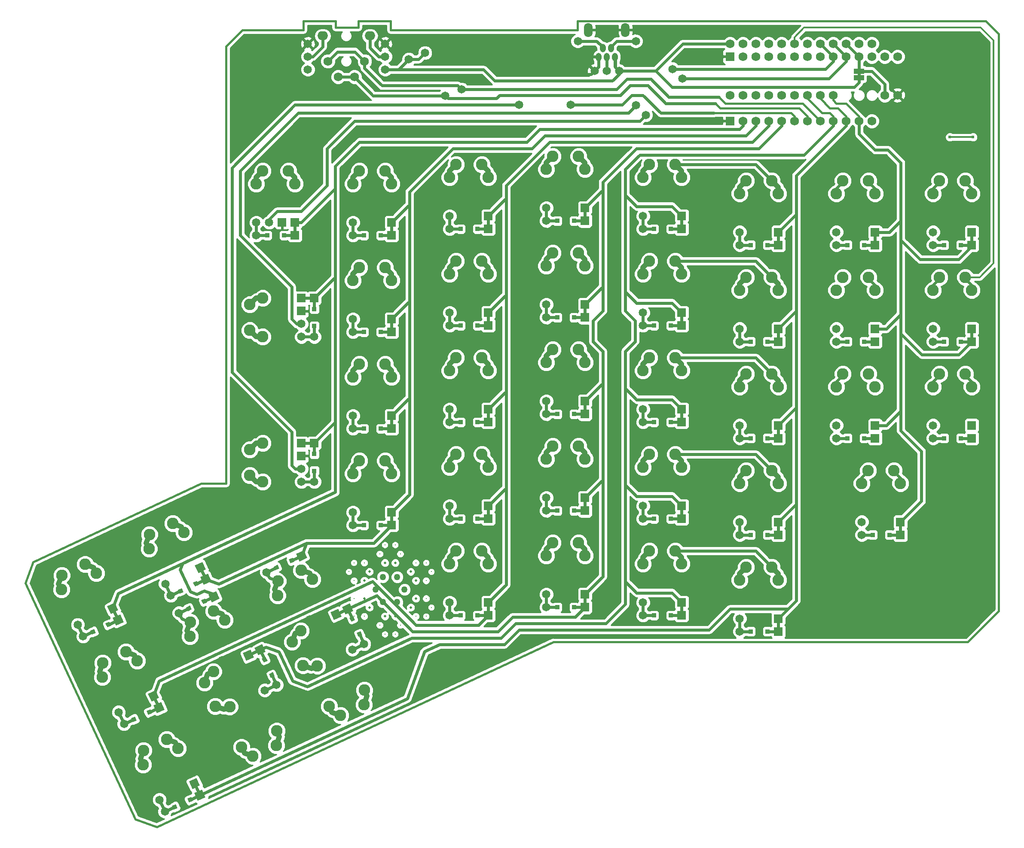
<source format=gtl>
G04 (created by PCBNEW (2013-07-07 BZR 4022)-stable) date 2016/07/10 20:03:31*
%MOIN*%
G04 Gerber Fmt 3.4, Leading zero omitted, Abs format*
%FSLAX34Y34*%
G01*
G70*
G90*
G04 APERTURE LIST*
%ADD10C,0.00590551*%
%ADD11C,0.015*%
%ADD12C,0.024*%
%ADD13C,0.05*%
%ADD14C,0.02*%
%ADD15C,0.012*%
%ADD16C,0.008*%
%ADD17C,0.069*%
%ADD18R,0.069X0.069*%
%ADD19C,0.065*%
%ADD20R,0.065X0.065*%
%ADD21O,0.045X0.065*%
%ADD22O,0.067X0.11*%
%ADD23C,0.09*%
%ADD24C,0.067*%
%ADD25R,0.08X0.04*%
%ADD26O,0.081X0.069*%
%ADD27R,0.033X0.033*%
%ADD28C,0.024*%
%ADD29C,0.012*%
%ADD30C,0.016*%
%ADD31C,0.04*%
%ADD32C,0.0013*%
%ADD33C,0.01*%
G04 APERTURE END LIST*
G54D10*
G54D11*
X82200Y-60200D02*
X77400Y-60200D01*
X84600Y-57800D02*
X82200Y-60200D01*
X84600Y-45600D02*
X84600Y-57800D01*
X84600Y-31000D02*
X84600Y-45600D01*
X84600Y-13000D02*
X84600Y-31000D01*
X83600Y-12000D02*
X84600Y-13000D01*
X56400Y-12000D02*
X83600Y-12000D01*
X50060Y-60200D02*
X77320Y-60200D01*
X56460Y-12000D02*
X51930Y-12000D01*
X51930Y-12000D02*
X51930Y-12700D01*
X51930Y-12700D02*
X37420Y-12700D01*
X37420Y-12700D02*
X37420Y-12000D01*
X37420Y-12000D02*
X34925Y-12000D01*
X34925Y-12000D02*
X34925Y-12500D01*
X34925Y-12500D02*
X33155Y-12500D01*
X33155Y-12500D02*
X33155Y-12000D01*
X33155Y-12000D02*
X30660Y-12000D01*
X30660Y-12000D02*
X30660Y-12700D01*
X30660Y-12700D02*
X25910Y-12700D01*
X25910Y-12700D02*
X24650Y-13950D01*
X24650Y-13950D02*
X24650Y-47900D01*
X24650Y-47900D02*
X22720Y-47900D01*
X22720Y-47900D02*
X9692Y-53975D01*
X9692Y-53975D02*
X9087Y-55636D01*
X9087Y-55636D02*
X17624Y-73944D01*
X17624Y-73944D02*
X19285Y-74548D01*
X19285Y-74548D02*
X50060Y-60200D01*
G54D12*
X21000Y-57947D02*
X21766Y-57590D01*
X22953Y-57037D02*
X23719Y-56680D01*
X27797Y-54777D02*
X28563Y-54420D01*
X29750Y-53867D02*
X30516Y-53510D01*
X53240Y-15850D02*
X53540Y-15550D01*
X53540Y-15550D02*
X53540Y-14950D01*
X55140Y-15850D02*
X54840Y-15600D01*
X54840Y-15600D02*
X54840Y-14950D01*
X54190Y-14950D02*
X54190Y-15850D01*
X53840Y-13950D02*
X53390Y-13550D01*
X53390Y-13550D02*
X51940Y-13550D01*
X54540Y-13950D02*
X54940Y-13550D01*
X54940Y-13550D02*
X56440Y-13550D01*
X27000Y-28630D02*
X27845Y-28630D01*
X29155Y-28630D02*
X30000Y-28630D01*
X31500Y-36504D02*
X31500Y-35659D01*
X31500Y-34349D02*
X31500Y-33504D01*
X31500Y-47754D02*
X31500Y-46909D01*
X31500Y-45599D02*
X31500Y-44754D01*
X34500Y-36129D02*
X35345Y-36129D01*
X36655Y-36129D02*
X37500Y-36129D01*
X16738Y-66554D02*
X17504Y-66197D01*
X18691Y-65644D02*
X19457Y-65286D01*
X19908Y-73352D02*
X20674Y-72995D01*
X21861Y-72442D02*
X22627Y-72084D01*
X13569Y-59757D02*
X14335Y-59400D01*
X15522Y-58847D02*
X16288Y-58489D01*
X20366Y-56588D02*
X21132Y-56231D01*
X22319Y-55678D02*
X23085Y-55320D01*
X64500Y-29380D02*
X65345Y-29380D01*
X66655Y-29380D02*
X67500Y-29380D01*
X57000Y-28129D02*
X57845Y-28129D01*
X59155Y-28129D02*
X60000Y-28129D01*
X49500Y-27500D02*
X50345Y-27500D01*
X51655Y-27500D02*
X52500Y-27500D01*
X42000Y-28129D02*
X42845Y-28129D01*
X44155Y-28129D02*
X45000Y-28129D01*
X57000Y-58129D02*
X57845Y-58129D01*
X59155Y-58129D02*
X60000Y-58129D01*
X64500Y-36879D02*
X65345Y-36879D01*
X66655Y-36879D02*
X67500Y-36879D01*
X49500Y-35000D02*
X50345Y-35000D01*
X51655Y-35000D02*
X52500Y-35000D01*
X42000Y-35629D02*
X42845Y-35629D01*
X44155Y-35629D02*
X45000Y-35629D01*
X64500Y-44379D02*
X65345Y-44379D01*
X66655Y-44379D02*
X67500Y-44379D01*
X57000Y-43129D02*
X57845Y-43129D01*
X59155Y-43129D02*
X60000Y-43129D01*
X49500Y-42500D02*
X50345Y-42500D01*
X51655Y-42500D02*
X52500Y-42500D01*
X42000Y-43129D02*
X42845Y-43129D01*
X44155Y-43129D02*
X45000Y-43129D01*
X34500Y-43629D02*
X35345Y-43629D01*
X36655Y-43629D02*
X37500Y-43629D01*
X64500Y-51879D02*
X65345Y-51879D01*
X66655Y-51879D02*
X67500Y-51879D01*
X57000Y-50629D02*
X57845Y-50629D01*
X59155Y-50629D02*
X60000Y-50629D01*
X49500Y-50000D02*
X50345Y-50000D01*
X51655Y-50000D02*
X52500Y-50000D01*
X42000Y-50629D02*
X42845Y-50629D01*
X44155Y-50629D02*
X45000Y-50629D01*
X34500Y-51129D02*
X35345Y-51129D01*
X36655Y-51129D02*
X37500Y-51129D01*
X64500Y-59379D02*
X65345Y-59379D01*
X66655Y-59379D02*
X67500Y-59379D01*
X49500Y-57500D02*
X50345Y-57500D01*
X51655Y-57500D02*
X52500Y-57500D01*
X42000Y-58129D02*
X42845Y-58129D01*
X44155Y-58129D02*
X45000Y-58129D01*
X35361Y-60353D02*
X35004Y-59587D01*
X34451Y-58400D02*
X34093Y-57634D01*
X28564Y-63523D02*
X28207Y-62757D01*
X27654Y-61570D02*
X27296Y-60804D01*
X57000Y-35629D02*
X57845Y-35629D01*
X59155Y-35629D02*
X60000Y-35629D01*
X34500Y-28630D02*
X35345Y-28630D01*
X36655Y-28630D02*
X37500Y-28630D01*
X72000Y-29380D02*
X72845Y-29380D01*
X74155Y-29380D02*
X75000Y-29380D01*
X72000Y-36878D02*
X72845Y-36878D01*
X74155Y-36878D02*
X75000Y-36878D01*
X72000Y-44378D02*
X72845Y-44378D01*
X74155Y-44378D02*
X75000Y-44378D01*
X79500Y-29380D02*
X80345Y-29380D01*
X81655Y-29380D02*
X82500Y-29380D01*
X79500Y-36878D02*
X80345Y-36878D01*
X81655Y-36878D02*
X82500Y-36878D01*
X79500Y-44378D02*
X80345Y-44378D01*
X81655Y-44378D02*
X82500Y-44378D01*
X73968Y-51878D02*
X74813Y-51878D01*
X76123Y-51878D02*
X76968Y-51878D01*
G54D13*
X38495Y-56125D03*
X37935Y-57094D03*
X36816Y-57094D03*
X36255Y-56125D03*
X36815Y-55156D03*
X37934Y-55156D03*
G54D14*
X39375Y-56817D03*
X37775Y-58203D03*
X35776Y-57510D03*
X35375Y-55433D03*
X36975Y-54047D03*
X38974Y-54740D03*
X38975Y-57510D03*
X36976Y-58203D03*
X35375Y-56817D03*
X35775Y-54740D03*
X37774Y-54047D03*
X39374Y-55433D03*
G54D15*
X40175Y-56817D03*
X38175Y-58896D03*
X35376Y-58203D03*
X34575Y-55433D03*
X36575Y-53354D03*
X39374Y-54047D03*
X39375Y-58203D03*
X36576Y-58896D03*
X34575Y-56817D03*
X35375Y-54047D03*
X38174Y-53354D03*
X40174Y-55433D03*
G54D16*
X40575Y-57510D03*
X37775Y-59589D03*
X34576Y-58203D03*
X34175Y-54740D03*
X36975Y-52661D03*
X40174Y-54047D03*
X40175Y-58203D03*
X36976Y-59589D03*
X34175Y-57510D03*
X34575Y-54047D03*
X37774Y-52661D03*
X40575Y-54740D03*
G54D17*
X64750Y-14750D03*
X65750Y-14750D03*
X66750Y-14750D03*
X67750Y-14750D03*
X68750Y-14750D03*
X69750Y-14750D03*
X70750Y-14750D03*
X71750Y-14750D03*
X72750Y-14750D03*
X73750Y-14750D03*
X74750Y-14750D03*
X75750Y-14750D03*
X76750Y-14750D03*
G54D18*
X63750Y-14750D03*
G54D17*
X76750Y-17750D03*
X75750Y-17750D03*
X71750Y-17750D03*
X70750Y-17750D03*
X69750Y-17750D03*
X68750Y-17750D03*
X67750Y-17750D03*
X66750Y-17750D03*
X65750Y-17750D03*
X64750Y-17750D03*
X63750Y-17750D03*
G54D19*
X21000Y-57947D03*
G54D10*
G36*
X21686Y-57810D02*
X21547Y-57511D01*
X21846Y-57371D01*
X21985Y-57670D01*
X21686Y-57810D01*
X21686Y-57810D01*
G37*
G36*
X23562Y-57111D02*
X23287Y-56522D01*
X23876Y-56248D01*
X24151Y-56837D01*
X23562Y-57111D01*
X23562Y-57111D01*
G37*
G36*
X22873Y-57256D02*
X22734Y-56957D01*
X23033Y-56817D01*
X23172Y-57116D01*
X22873Y-57256D01*
X22873Y-57256D01*
G37*
G54D19*
X27797Y-54777D03*
G54D10*
G36*
X28483Y-54640D02*
X28344Y-54341D01*
X28643Y-54201D01*
X28782Y-54500D01*
X28483Y-54640D01*
X28483Y-54640D01*
G37*
G36*
X30359Y-53941D02*
X30084Y-53352D01*
X30673Y-53078D01*
X30948Y-53667D01*
X30359Y-53941D01*
X30359Y-53941D01*
G37*
G36*
X29670Y-54086D02*
X29531Y-53787D01*
X29830Y-53647D01*
X29969Y-53946D01*
X29670Y-54086D01*
X29670Y-54086D01*
G37*
G54D19*
X30500Y-46754D03*
G54D20*
X30500Y-45754D03*
G54D19*
X30500Y-35504D03*
G54D20*
X30500Y-34504D03*
G54D19*
X28000Y-27630D03*
G54D20*
X29000Y-27630D03*
G54D21*
X54820Y-14785D03*
X54505Y-14097D03*
X54190Y-14785D03*
X53875Y-14097D03*
X53560Y-14785D03*
G54D22*
X52754Y-12689D03*
X55626Y-12689D03*
G54D19*
X55140Y-15850D03*
X56440Y-13550D03*
X54190Y-15850D03*
X51940Y-13550D03*
X53240Y-15850D03*
G54D23*
X30486Y-54627D03*
X28642Y-56590D03*
G54D24*
X28612Y-57708D03*
X32237Y-56017D03*
G54D23*
X31361Y-55322D03*
X28673Y-55473D03*
X23689Y-57797D03*
X21845Y-59760D03*
G54D24*
X21815Y-60878D03*
X25440Y-59187D03*
G54D23*
X24564Y-58492D03*
X21876Y-58643D03*
X33533Y-65896D03*
X35377Y-63933D03*
G54D24*
X35407Y-62815D03*
X31782Y-64506D03*
G54D23*
X32658Y-65201D03*
X35346Y-65050D03*
X26735Y-69065D03*
X28579Y-67102D03*
G54D24*
X28609Y-65984D03*
X24984Y-67675D03*
G54D23*
X25860Y-68370D03*
X28548Y-68219D03*
G54D19*
X60039Y-16460D03*
X57210Y-19289D03*
X59289Y-15710D03*
X56460Y-18539D03*
X51375Y-18500D03*
X47375Y-18500D03*
X40085Y-14460D03*
X42914Y-17289D03*
X38835Y-14960D03*
X41664Y-17789D03*
X31000Y-15750D03*
X31000Y-14750D03*
X31000Y-13750D03*
X37000Y-15750D03*
X37000Y-14750D03*
X37000Y-13750D03*
G54D18*
X63750Y-19750D03*
G54D17*
X64750Y-19750D03*
X65750Y-19750D03*
X66750Y-19750D03*
X67750Y-19750D03*
X68750Y-19750D03*
X69750Y-19750D03*
X70750Y-19750D03*
X71750Y-19750D03*
X72750Y-19750D03*
X73750Y-19750D03*
X74750Y-19750D03*
X74750Y-13750D03*
X73750Y-13750D03*
X72750Y-13750D03*
X71750Y-13750D03*
X70750Y-13750D03*
X69750Y-13750D03*
X68750Y-13750D03*
X65750Y-13750D03*
X64750Y-13750D03*
X63750Y-13750D03*
X67750Y-13750D03*
X66750Y-13750D03*
G54D25*
X73750Y-15875D03*
X73750Y-16375D03*
G54D26*
X35810Y-13140D03*
G54D17*
X32560Y-15110D03*
X34610Y-16330D03*
G54D26*
X32150Y-13140D03*
G54D17*
X33350Y-16330D03*
X35400Y-15110D03*
G54D23*
X29500Y-23630D03*
X27000Y-24630D03*
G54D24*
X26500Y-25630D03*
X30500Y-25630D03*
G54D23*
X30000Y-24630D03*
X27500Y-23630D03*
G54D19*
X27000Y-27630D03*
G54D20*
X30000Y-27630D03*
G54D19*
X27000Y-28630D03*
G54D20*
X30000Y-28630D03*
G54D27*
X27845Y-28630D03*
X29155Y-28630D03*
G54D23*
X26500Y-34004D03*
X27500Y-36504D03*
G54D24*
X28500Y-37004D03*
X28500Y-33004D03*
G54D23*
X27500Y-33504D03*
X26500Y-36004D03*
G54D19*
X30500Y-36504D03*
G54D20*
X30500Y-33504D03*
G54D19*
X31500Y-36504D03*
G54D20*
X31500Y-33504D03*
G54D27*
X31500Y-35659D03*
X31500Y-34349D03*
G54D23*
X26500Y-45254D03*
X27500Y-47754D03*
G54D24*
X28500Y-48254D03*
X28500Y-44254D03*
G54D23*
X27500Y-44754D03*
X26500Y-47254D03*
G54D19*
X30500Y-47754D03*
G54D20*
X30500Y-44754D03*
G54D19*
X31500Y-47754D03*
G54D20*
X31500Y-44754D03*
G54D27*
X31500Y-46909D03*
X31500Y-45599D03*
G54D23*
X37000Y-31129D03*
X34500Y-32129D03*
G54D24*
X34000Y-33129D03*
X38000Y-33129D03*
G54D23*
X37500Y-32129D03*
X35000Y-31129D03*
G54D19*
X34500Y-35129D03*
G54D20*
X37500Y-35129D03*
G54D19*
X34500Y-36129D03*
G54D20*
X37500Y-36129D03*
G54D27*
X35345Y-36129D03*
X36655Y-36129D03*
G54D23*
X16891Y-60966D03*
X15047Y-62929D03*
G54D24*
X15017Y-64047D03*
X18642Y-62356D03*
G54D23*
X17766Y-61661D03*
X15078Y-61812D03*
G54D19*
X16315Y-65648D03*
G54D10*
G36*
X18877Y-64812D02*
X18602Y-64223D01*
X19191Y-63948D01*
X19466Y-64537D01*
X18877Y-64812D01*
X18877Y-64812D01*
G37*
G54D19*
X16738Y-66554D03*
G54D10*
G36*
X19300Y-65718D02*
X19025Y-65129D01*
X19614Y-64855D01*
X19889Y-65444D01*
X19300Y-65718D01*
X19300Y-65718D01*
G37*
G36*
X17424Y-66417D02*
X17284Y-66117D01*
X17584Y-65978D01*
X17723Y-66277D01*
X17424Y-66417D01*
X17424Y-66417D01*
G37*
G36*
X18611Y-65863D02*
X18472Y-65564D01*
X18771Y-65424D01*
X18910Y-65723D01*
X18611Y-65863D01*
X18611Y-65863D01*
G37*
G54D23*
X20061Y-67764D03*
X18217Y-69727D03*
G54D24*
X18187Y-70845D03*
X21812Y-69154D03*
G54D23*
X20936Y-68459D03*
X18248Y-68610D03*
G54D19*
X19485Y-72446D03*
G54D10*
G36*
X22047Y-71610D02*
X21772Y-71021D01*
X22361Y-70746D01*
X22636Y-71335D01*
X22047Y-71610D01*
X22047Y-71610D01*
G37*
G54D19*
X19908Y-73352D03*
G54D10*
G36*
X22470Y-72516D02*
X22195Y-71927D01*
X22784Y-71653D01*
X23059Y-72242D01*
X22470Y-72516D01*
X22470Y-72516D01*
G37*
G36*
X20594Y-73215D02*
X20454Y-72915D01*
X20754Y-72776D01*
X20893Y-73075D01*
X20594Y-73215D01*
X20594Y-73215D01*
G37*
G36*
X21781Y-72661D02*
X21642Y-72362D01*
X21941Y-72222D01*
X22080Y-72521D01*
X21781Y-72661D01*
X21781Y-72661D01*
G37*
G54D23*
X13722Y-54169D03*
X11878Y-56132D03*
G54D24*
X11848Y-57250D03*
X15473Y-55559D03*
G54D23*
X14597Y-54864D03*
X11909Y-55015D03*
G54D19*
X13146Y-58851D03*
G54D10*
G36*
X15708Y-58015D02*
X15433Y-57426D01*
X16022Y-57151D01*
X16297Y-57740D01*
X15708Y-58015D01*
X15708Y-58015D01*
G37*
G54D19*
X13569Y-59757D03*
G54D10*
G36*
X16131Y-58921D02*
X15856Y-58332D01*
X16445Y-58058D01*
X16720Y-58647D01*
X16131Y-58921D01*
X16131Y-58921D01*
G37*
G36*
X14255Y-59620D02*
X14115Y-59320D01*
X14415Y-59181D01*
X14554Y-59480D01*
X14255Y-59620D01*
X14255Y-59620D01*
G37*
G36*
X15442Y-59066D02*
X15303Y-58767D01*
X15602Y-58627D01*
X15741Y-58926D01*
X15442Y-59066D01*
X15442Y-59066D01*
G37*
G54D23*
X20519Y-51000D03*
X18675Y-52963D03*
G54D24*
X18645Y-54081D03*
X22270Y-52390D03*
G54D23*
X21394Y-51695D03*
X18706Y-51846D03*
G54D19*
X19943Y-55682D03*
G54D10*
G36*
X22505Y-54846D02*
X22230Y-54257D01*
X22819Y-53982D01*
X23094Y-54571D01*
X22505Y-54846D01*
X22505Y-54846D01*
G37*
G54D19*
X20366Y-56588D03*
G54D10*
G36*
X22928Y-55752D02*
X22653Y-55163D01*
X23242Y-54889D01*
X23517Y-55478D01*
X22928Y-55752D01*
X22928Y-55752D01*
G37*
G36*
X21052Y-56451D02*
X20912Y-56151D01*
X21212Y-56012D01*
X21351Y-56311D01*
X21052Y-56451D01*
X21052Y-56451D01*
G37*
G36*
X22239Y-55897D02*
X22100Y-55598D01*
X22399Y-55458D01*
X22538Y-55757D01*
X22239Y-55897D01*
X22239Y-55897D01*
G37*
G54D23*
X67000Y-24380D03*
X64500Y-25380D03*
G54D24*
X64000Y-26380D03*
X68000Y-26380D03*
G54D23*
X67500Y-25380D03*
X65000Y-24380D03*
G54D19*
X64500Y-28380D03*
G54D20*
X67500Y-28380D03*
G54D19*
X64500Y-29380D03*
G54D20*
X67500Y-29380D03*
G54D27*
X65345Y-29380D03*
X66655Y-29380D03*
G54D23*
X59500Y-23129D03*
X57000Y-24129D03*
G54D24*
X56500Y-25129D03*
X60500Y-25129D03*
G54D23*
X60000Y-24129D03*
X57500Y-23129D03*
G54D19*
X57000Y-27129D03*
G54D20*
X60000Y-27129D03*
G54D19*
X57000Y-28129D03*
G54D20*
X60000Y-28129D03*
G54D27*
X57845Y-28129D03*
X59155Y-28129D03*
G54D23*
X52000Y-22500D03*
X49500Y-23500D03*
G54D24*
X49000Y-24500D03*
X53000Y-24500D03*
G54D23*
X52500Y-23500D03*
X50000Y-22500D03*
G54D19*
X49500Y-26500D03*
G54D20*
X52500Y-26500D03*
G54D19*
X49500Y-27500D03*
G54D20*
X52500Y-27500D03*
G54D27*
X50345Y-27500D03*
X51655Y-27500D03*
G54D23*
X44500Y-23129D03*
X42000Y-24129D03*
G54D24*
X41500Y-25129D03*
X45500Y-25129D03*
G54D23*
X45000Y-24129D03*
X42500Y-23129D03*
G54D19*
X42000Y-27129D03*
G54D20*
X45000Y-27129D03*
G54D19*
X42000Y-28129D03*
G54D20*
X45000Y-28129D03*
G54D27*
X42845Y-28129D03*
X44155Y-28129D03*
G54D23*
X59500Y-53129D03*
X57000Y-54129D03*
G54D24*
X56500Y-55129D03*
X60500Y-55129D03*
G54D23*
X60000Y-54129D03*
X57500Y-53129D03*
G54D19*
X57000Y-57129D03*
G54D20*
X60000Y-57129D03*
G54D19*
X57000Y-58129D03*
G54D20*
X60000Y-58129D03*
G54D27*
X57845Y-58129D03*
X59155Y-58129D03*
G54D23*
X67000Y-31879D03*
X64500Y-32879D03*
G54D24*
X64000Y-33879D03*
X68000Y-33879D03*
G54D23*
X67500Y-32879D03*
X65000Y-31879D03*
G54D19*
X64500Y-35879D03*
G54D20*
X67500Y-35879D03*
G54D19*
X64500Y-36879D03*
G54D20*
X67500Y-36879D03*
G54D27*
X65345Y-36879D03*
X66655Y-36879D03*
G54D23*
X52000Y-30000D03*
X49500Y-31000D03*
G54D24*
X49000Y-32000D03*
X53000Y-32000D03*
G54D23*
X52500Y-31000D03*
X50000Y-30000D03*
G54D19*
X49500Y-34000D03*
G54D20*
X52500Y-34000D03*
G54D19*
X49500Y-35000D03*
G54D20*
X52500Y-35000D03*
G54D27*
X50345Y-35000D03*
X51655Y-35000D03*
G54D23*
X44500Y-30629D03*
X42000Y-31629D03*
G54D24*
X41500Y-32629D03*
X45500Y-32629D03*
G54D23*
X45000Y-31629D03*
X42500Y-30629D03*
G54D19*
X42000Y-34629D03*
G54D20*
X45000Y-34629D03*
G54D19*
X42000Y-35629D03*
G54D20*
X45000Y-35629D03*
G54D27*
X42845Y-35629D03*
X44155Y-35629D03*
G54D23*
X67000Y-39379D03*
X64500Y-40379D03*
G54D24*
X64000Y-41379D03*
X68000Y-41379D03*
G54D23*
X67500Y-40379D03*
X65000Y-39379D03*
G54D19*
X64500Y-43379D03*
G54D20*
X67500Y-43379D03*
G54D19*
X64500Y-44379D03*
G54D20*
X67500Y-44379D03*
G54D27*
X65345Y-44379D03*
X66655Y-44379D03*
G54D23*
X59500Y-38129D03*
X57000Y-39129D03*
G54D24*
X56500Y-40129D03*
X60500Y-40129D03*
G54D23*
X60000Y-39129D03*
X57500Y-38129D03*
G54D19*
X57000Y-42129D03*
G54D20*
X60000Y-42129D03*
G54D19*
X57000Y-43129D03*
G54D20*
X60000Y-43129D03*
G54D27*
X57845Y-43129D03*
X59155Y-43129D03*
G54D23*
X52000Y-37500D03*
X49500Y-38500D03*
G54D24*
X49000Y-39500D03*
X53000Y-39500D03*
G54D23*
X52500Y-38500D03*
X50000Y-37500D03*
G54D19*
X49500Y-41500D03*
G54D20*
X52500Y-41500D03*
G54D19*
X49500Y-42500D03*
G54D20*
X52500Y-42500D03*
G54D27*
X50345Y-42500D03*
X51655Y-42500D03*
G54D23*
X44500Y-38129D03*
X42000Y-39129D03*
G54D24*
X41500Y-40129D03*
X45500Y-40129D03*
G54D23*
X45000Y-39129D03*
X42500Y-38129D03*
G54D19*
X42000Y-42129D03*
G54D20*
X45000Y-42129D03*
G54D19*
X42000Y-43129D03*
G54D20*
X45000Y-43129D03*
G54D27*
X42845Y-43129D03*
X44155Y-43129D03*
G54D23*
X37000Y-38629D03*
X34500Y-39629D03*
G54D24*
X34000Y-40629D03*
X38000Y-40629D03*
G54D23*
X37500Y-39629D03*
X35000Y-38629D03*
G54D19*
X34500Y-42629D03*
G54D20*
X37500Y-42629D03*
G54D19*
X34500Y-43629D03*
G54D20*
X37500Y-43629D03*
G54D27*
X35345Y-43629D03*
X36655Y-43629D03*
G54D23*
X67000Y-46879D03*
X64500Y-47879D03*
G54D24*
X64000Y-48879D03*
X68000Y-48879D03*
G54D23*
X67500Y-47879D03*
X65000Y-46879D03*
G54D19*
X64500Y-50879D03*
G54D20*
X67500Y-50879D03*
G54D19*
X64500Y-51879D03*
G54D20*
X67500Y-51879D03*
G54D27*
X65345Y-51879D03*
X66655Y-51879D03*
G54D23*
X59500Y-45629D03*
X57000Y-46629D03*
G54D24*
X56500Y-47629D03*
X60500Y-47629D03*
G54D23*
X60000Y-46629D03*
X57500Y-45629D03*
G54D19*
X57000Y-49629D03*
G54D20*
X60000Y-49629D03*
G54D19*
X57000Y-50629D03*
G54D20*
X60000Y-50629D03*
G54D27*
X57845Y-50629D03*
X59155Y-50629D03*
G54D23*
X52000Y-45000D03*
X49500Y-46000D03*
G54D24*
X49000Y-47000D03*
X53000Y-47000D03*
G54D23*
X52500Y-46000D03*
X50000Y-45000D03*
G54D19*
X49500Y-49000D03*
G54D20*
X52500Y-49000D03*
G54D19*
X49500Y-50000D03*
G54D20*
X52500Y-50000D03*
G54D27*
X50345Y-50000D03*
X51655Y-50000D03*
G54D23*
X44500Y-45629D03*
X42000Y-46629D03*
G54D24*
X41500Y-47629D03*
X45500Y-47629D03*
G54D23*
X45000Y-46629D03*
X42500Y-45629D03*
G54D19*
X42000Y-49629D03*
G54D20*
X45000Y-49629D03*
G54D19*
X42000Y-50629D03*
G54D20*
X45000Y-50629D03*
G54D27*
X42845Y-50629D03*
X44155Y-50629D03*
G54D23*
X37000Y-46129D03*
X34500Y-47129D03*
G54D24*
X34000Y-48129D03*
X38000Y-48129D03*
G54D23*
X37500Y-47129D03*
X35000Y-46129D03*
G54D19*
X34500Y-50129D03*
G54D20*
X37500Y-50129D03*
G54D19*
X34500Y-51129D03*
G54D20*
X37500Y-51129D03*
G54D27*
X35345Y-51129D03*
X36655Y-51129D03*
G54D23*
X67000Y-54379D03*
X64500Y-55379D03*
G54D24*
X64000Y-56379D03*
X68000Y-56379D03*
G54D23*
X67500Y-55379D03*
X65000Y-54379D03*
G54D19*
X64500Y-58379D03*
G54D20*
X67500Y-58379D03*
G54D19*
X64500Y-59379D03*
G54D20*
X67500Y-59379D03*
G54D27*
X65345Y-59379D03*
X66655Y-59379D03*
G54D23*
X52000Y-52500D03*
X49500Y-53500D03*
G54D24*
X49000Y-54500D03*
X53000Y-54500D03*
G54D23*
X52500Y-53500D03*
X50000Y-52500D03*
G54D19*
X49500Y-56500D03*
G54D20*
X52500Y-56500D03*
G54D19*
X49500Y-57500D03*
G54D20*
X52500Y-57500D03*
G54D27*
X50345Y-57500D03*
X51655Y-57500D03*
G54D23*
X44500Y-53129D03*
X42000Y-54129D03*
G54D24*
X41500Y-55129D03*
X45500Y-55129D03*
G54D23*
X45000Y-54129D03*
X42500Y-53129D03*
G54D19*
X42000Y-57129D03*
G54D20*
X45000Y-57129D03*
G54D19*
X42000Y-58129D03*
G54D20*
X45000Y-58129D03*
G54D27*
X42845Y-58129D03*
X44155Y-58129D03*
G54D23*
X29773Y-60200D03*
X31736Y-62044D03*
G54D24*
X32854Y-62074D03*
X31163Y-58449D03*
G54D23*
X30468Y-59325D03*
X30619Y-62013D03*
G54D19*
X34455Y-60776D03*
G54D10*
G36*
X33619Y-58214D02*
X33030Y-58489D01*
X32755Y-57900D01*
X33344Y-57625D01*
X33619Y-58214D01*
X33619Y-58214D01*
G37*
G54D19*
X35361Y-60353D03*
G54D10*
G36*
X34525Y-57791D02*
X33936Y-58066D01*
X33662Y-57477D01*
X34251Y-57202D01*
X34525Y-57791D01*
X34525Y-57791D01*
G37*
G36*
X35224Y-59667D02*
X34924Y-59807D01*
X34785Y-59507D01*
X35084Y-59368D01*
X35224Y-59667D01*
X35224Y-59667D01*
G37*
G36*
X34670Y-58480D02*
X34371Y-58619D01*
X34231Y-58320D01*
X34530Y-58181D01*
X34670Y-58480D01*
X34670Y-58480D01*
G37*
G54D23*
X22976Y-63370D03*
X24939Y-65214D03*
G54D24*
X26057Y-65244D03*
X24366Y-61619D03*
G54D23*
X23671Y-62495D03*
X23822Y-65183D03*
G54D19*
X27658Y-63946D03*
G54D10*
G36*
X26822Y-61384D02*
X26233Y-61659D01*
X25958Y-61070D01*
X26547Y-60795D01*
X26822Y-61384D01*
X26822Y-61384D01*
G37*
G54D19*
X28564Y-63523D03*
G54D10*
G36*
X27728Y-60961D02*
X27139Y-61236D01*
X26865Y-60647D01*
X27454Y-60372D01*
X27728Y-60961D01*
X27728Y-60961D01*
G37*
G36*
X28427Y-62837D02*
X28127Y-62977D01*
X27988Y-62677D01*
X28287Y-62538D01*
X28427Y-62837D01*
X28427Y-62837D01*
G37*
G36*
X27873Y-61650D02*
X27574Y-61789D01*
X27434Y-61490D01*
X27733Y-61351D01*
X27873Y-61650D01*
X27873Y-61650D01*
G37*
G54D23*
X59500Y-30629D03*
X57000Y-31629D03*
G54D24*
X56500Y-32629D03*
X60500Y-32629D03*
G54D23*
X60000Y-31629D03*
X57500Y-30629D03*
G54D19*
X57000Y-34629D03*
G54D20*
X60000Y-34629D03*
G54D19*
X57000Y-35629D03*
G54D20*
X60000Y-35629D03*
G54D27*
X57845Y-35629D03*
X59155Y-35629D03*
G54D23*
X37000Y-23630D03*
X34500Y-24630D03*
G54D24*
X34000Y-25630D03*
X38000Y-25630D03*
G54D23*
X37500Y-24630D03*
X35000Y-23630D03*
G54D19*
X34500Y-27630D03*
G54D20*
X37500Y-27630D03*
G54D19*
X34500Y-28630D03*
G54D20*
X37500Y-28630D03*
G54D27*
X35345Y-28630D03*
X36655Y-28630D03*
G54D23*
X74500Y-24380D03*
X72000Y-25380D03*
G54D24*
X71500Y-26380D03*
X75500Y-26380D03*
G54D23*
X75000Y-25380D03*
X72500Y-24380D03*
G54D19*
X72000Y-28380D03*
G54D20*
X75000Y-28380D03*
G54D19*
X72000Y-29380D03*
G54D20*
X75000Y-29380D03*
G54D27*
X72845Y-29380D03*
X74155Y-29380D03*
G54D23*
X74500Y-31878D03*
X72000Y-32878D03*
G54D24*
X71500Y-33878D03*
X75500Y-33878D03*
G54D23*
X75000Y-32878D03*
X72500Y-31878D03*
G54D19*
X72000Y-35878D03*
G54D20*
X75000Y-35878D03*
G54D19*
X72000Y-36878D03*
G54D20*
X75000Y-36878D03*
G54D27*
X72845Y-36878D03*
X74155Y-36878D03*
G54D23*
X74500Y-39378D03*
X72000Y-40378D03*
G54D24*
X71500Y-41378D03*
X75500Y-41378D03*
G54D23*
X75000Y-40378D03*
X72500Y-39378D03*
G54D19*
X72000Y-43378D03*
G54D20*
X75000Y-43378D03*
G54D19*
X72000Y-44378D03*
G54D20*
X75000Y-44378D03*
G54D27*
X72845Y-44378D03*
X74155Y-44378D03*
G54D23*
X82000Y-24380D03*
X79500Y-25380D03*
G54D24*
X79000Y-26380D03*
X83000Y-26380D03*
G54D23*
X82500Y-25380D03*
X80000Y-24380D03*
G54D19*
X79500Y-28380D03*
G54D20*
X82500Y-28380D03*
G54D19*
X79500Y-29380D03*
G54D20*
X82500Y-29380D03*
G54D27*
X80345Y-29380D03*
X81655Y-29380D03*
G54D23*
X82000Y-31878D03*
X79500Y-32878D03*
G54D24*
X79000Y-33878D03*
X83000Y-33878D03*
G54D23*
X82500Y-32878D03*
X80000Y-31878D03*
G54D19*
X79500Y-35878D03*
G54D20*
X82500Y-35878D03*
G54D19*
X79500Y-36878D03*
G54D20*
X82500Y-36878D03*
G54D27*
X80345Y-36878D03*
X81655Y-36878D03*
G54D23*
X82000Y-39378D03*
X79500Y-40378D03*
G54D24*
X79000Y-41378D03*
X83000Y-41378D03*
G54D23*
X82500Y-40378D03*
X80000Y-39378D03*
G54D19*
X79500Y-43378D03*
G54D20*
X82500Y-43378D03*
G54D19*
X79500Y-44378D03*
G54D20*
X82500Y-44378D03*
G54D27*
X80345Y-44378D03*
X81655Y-44378D03*
G54D23*
X76468Y-46878D03*
X73968Y-47878D03*
G54D24*
X73468Y-48878D03*
X77468Y-48878D03*
G54D23*
X76968Y-47878D03*
X74468Y-46878D03*
G54D19*
X73968Y-50878D03*
G54D20*
X76968Y-50878D03*
G54D19*
X73968Y-51878D03*
G54D20*
X76968Y-51878D03*
G54D27*
X74813Y-51878D03*
X76123Y-51878D03*
G54D28*
X80800Y-21000D03*
X82600Y-21000D03*
X83200Y-19000D03*
X83300Y-14700D03*
X81100Y-14600D03*
G54D19*
X60500Y-14750D03*
X45875Y-20625D03*
X33500Y-21875D03*
X66000Y-58375D03*
X63250Y-59375D03*
G54D12*
X75000Y-28380D02*
X75000Y-29380D01*
X77000Y-42400D02*
X77000Y-43800D01*
X78600Y-49247D02*
X76968Y-50878D01*
X78600Y-45400D02*
X78600Y-49247D01*
X77000Y-43800D02*
X78600Y-45400D01*
X76968Y-50878D02*
X76968Y-51878D01*
X82500Y-35878D02*
X82500Y-36878D01*
X82500Y-36878D02*
X81500Y-37878D01*
X81500Y-37878D02*
X78621Y-37878D01*
X78621Y-37878D02*
X77000Y-36257D01*
X77000Y-36257D02*
X77000Y-36000D01*
X82500Y-29380D02*
X82500Y-28380D01*
X82500Y-29380D02*
X82500Y-29500D01*
X78500Y-30500D02*
X77000Y-29000D01*
X81500Y-30500D02*
X78500Y-30500D01*
X82500Y-29500D02*
X81500Y-30500D01*
X75000Y-43378D02*
X75878Y-43378D01*
X77000Y-42257D02*
X77000Y-42400D01*
X77000Y-42400D02*
X77000Y-42500D01*
X75878Y-43378D02*
X77000Y-42257D01*
X75000Y-35878D02*
X75878Y-35878D01*
G54D29*
X77000Y-34757D02*
X77000Y-35000D01*
G54D12*
X75878Y-35878D02*
X77000Y-34757D01*
X75000Y-28380D02*
X76120Y-28380D01*
X76120Y-28380D02*
X77000Y-27500D01*
X73750Y-19750D02*
X73750Y-20750D01*
X77000Y-23000D02*
X77000Y-27500D01*
X77000Y-27500D02*
X77000Y-29000D01*
X77000Y-29000D02*
X77000Y-35000D01*
X77000Y-35000D02*
X77000Y-36000D01*
X77000Y-36000D02*
X77000Y-42500D01*
X76000Y-22000D02*
X77000Y-23000D01*
X75000Y-22000D02*
X76000Y-22000D01*
X73750Y-20750D02*
X75000Y-22000D01*
G54D30*
X71750Y-17750D02*
X71750Y-18125D01*
X71750Y-18125D02*
X72000Y-18375D01*
X72750Y-18375D02*
X73750Y-19375D01*
X72000Y-18375D02*
X72750Y-18375D01*
X73750Y-19375D02*
X73750Y-19750D01*
G54D12*
X38714Y-64584D02*
X40044Y-60929D01*
X40044Y-60929D02*
X41232Y-60375D01*
X22627Y-72085D02*
X38714Y-64584D01*
X68875Y-57004D02*
X68875Y-49504D01*
X68875Y-49504D02*
X68875Y-42004D01*
X72750Y-19750D02*
X72750Y-20125D01*
X68252Y-57627D02*
X68875Y-57004D01*
X67500Y-35879D02*
X67500Y-36879D01*
G54D30*
X70750Y-18000D02*
X71500Y-18750D01*
X72125Y-18750D02*
X72750Y-19375D01*
G54D12*
X67500Y-50879D02*
X67500Y-51879D01*
X67500Y-28380D02*
X67500Y-29380D01*
X68875Y-24000D02*
X68875Y-27000D01*
X72750Y-20125D02*
X68875Y-24000D01*
X67500Y-43379D02*
X68875Y-42004D01*
X67500Y-58379D02*
X67500Y-59379D01*
X68875Y-42004D02*
X68875Y-34504D01*
X22205Y-71179D02*
X22627Y-72085D01*
G54D30*
X70750Y-17750D02*
X70750Y-18000D01*
G54D12*
X67500Y-28380D02*
X67500Y-28375D01*
X63748Y-57627D02*
X62125Y-59250D01*
X67500Y-35879D02*
X68875Y-34504D01*
X63748Y-57627D02*
X68252Y-57627D01*
X41232Y-60375D02*
X46250Y-60375D01*
X47375Y-59250D02*
X46250Y-60375D01*
X62125Y-59250D02*
X47375Y-59250D01*
G54D30*
X72750Y-19375D02*
X72750Y-19750D01*
G54D12*
X67500Y-28375D02*
X68875Y-27000D01*
X67500Y-50879D02*
X68875Y-49504D01*
G54D30*
X71500Y-18750D02*
X72125Y-18750D01*
G54D12*
X67500Y-58379D02*
X68252Y-57627D01*
X68875Y-27000D02*
X68875Y-34504D01*
X67500Y-43379D02*
X67500Y-44379D01*
X67750Y-20125D02*
X66000Y-21875D01*
X34095Y-57635D02*
X36339Y-56589D01*
X51750Y-58250D02*
X52500Y-57500D01*
X36339Y-56589D02*
X39125Y-59375D01*
X52500Y-26500D02*
X53875Y-25125D01*
X53875Y-25125D02*
X53875Y-24500D01*
X53125Y-36875D02*
X53125Y-35250D01*
X66000Y-21875D02*
X56500Y-21875D01*
X52500Y-41500D02*
X52500Y-42500D01*
X52500Y-49000D02*
X53875Y-47625D01*
X52500Y-41500D02*
X53875Y-40125D01*
X53875Y-55125D02*
X53875Y-47625D01*
X67750Y-19750D02*
X67750Y-20125D01*
X52500Y-56500D02*
X52500Y-57500D01*
X33188Y-58057D02*
X34095Y-57635D01*
X51750Y-58250D02*
X46875Y-58250D01*
X53875Y-34500D02*
X53875Y-32625D01*
X52500Y-56500D02*
X53875Y-55125D01*
X52500Y-49000D02*
X52500Y-50000D01*
X45750Y-59375D02*
X39125Y-59375D01*
X52500Y-34000D02*
X53875Y-32625D01*
X46875Y-58250D02*
X45750Y-59375D01*
X53125Y-35250D02*
X53875Y-34500D01*
X53875Y-37625D02*
X53125Y-36875D01*
X52500Y-26500D02*
X52500Y-27500D01*
X52500Y-34000D02*
X52500Y-35000D01*
X53875Y-32625D02*
X53875Y-25125D01*
X53875Y-24500D02*
X56500Y-21875D01*
X53875Y-47625D02*
X53875Y-40125D01*
X53875Y-40125D02*
X53875Y-37625D01*
X56500Y-41375D02*
X55625Y-40500D01*
X56500Y-56375D02*
X55625Y-55500D01*
X60000Y-57129D02*
X59246Y-56375D01*
X59246Y-56375D02*
X56500Y-56375D01*
X56375Y-36875D02*
X56375Y-35250D01*
X71750Y-20125D02*
X69500Y-22375D01*
X60000Y-42129D02*
X59246Y-41375D01*
X60000Y-42129D02*
X60000Y-43129D01*
X69500Y-22375D02*
X56750Y-22375D01*
G54D30*
X69750Y-18000D02*
X70875Y-19125D01*
X71500Y-19125D02*
X71750Y-19375D01*
G54D12*
X55625Y-34500D02*
X55625Y-33000D01*
X56500Y-26375D02*
X55625Y-25500D01*
X60000Y-49629D02*
X59246Y-48875D01*
X55625Y-23500D02*
X55625Y-25500D01*
X56750Y-22375D02*
X55625Y-23500D01*
G54D30*
X70875Y-19125D02*
X71500Y-19125D01*
G54D12*
X60000Y-27129D02*
X60000Y-28129D01*
X60000Y-27129D02*
X59246Y-26375D01*
X55625Y-37625D02*
X56375Y-36875D01*
X59246Y-33875D02*
X56500Y-33875D01*
X55625Y-55500D02*
X55625Y-48000D01*
X59246Y-48875D02*
X56500Y-48875D01*
X59246Y-41375D02*
X56500Y-41375D01*
X56500Y-33875D02*
X55625Y-33000D01*
X60000Y-57129D02*
X60000Y-58129D01*
X56500Y-48875D02*
X55625Y-48000D01*
X60000Y-34629D02*
X60000Y-35629D01*
X71750Y-19750D02*
X71750Y-20125D01*
G54D30*
X71750Y-19375D02*
X71750Y-19750D01*
G54D12*
X39052Y-59875D02*
X46000Y-59875D01*
X55625Y-40500D02*
X55625Y-37625D01*
X47125Y-58750D02*
X46000Y-59875D01*
X55625Y-57250D02*
X55625Y-55500D01*
X60000Y-49629D02*
X60000Y-50629D01*
X55625Y-57250D02*
X54125Y-58750D01*
X54125Y-58750D02*
X47125Y-58750D01*
X56375Y-35250D02*
X55625Y-34500D01*
X55625Y-33000D02*
X55625Y-25500D01*
X60000Y-34629D02*
X59246Y-33875D01*
G54D30*
X69750Y-17750D02*
X69750Y-18000D01*
G54D12*
X59246Y-26375D02*
X56500Y-26375D01*
X55625Y-48000D02*
X55625Y-40500D01*
X27751Y-60593D02*
X28747Y-60956D01*
X27297Y-60804D02*
X27751Y-60593D01*
X29804Y-63222D02*
X30967Y-63645D01*
X28747Y-60956D02*
X29804Y-63222D01*
X30967Y-63645D02*
X39052Y-59875D01*
X26391Y-61227D02*
X27297Y-60804D01*
X65500Y-21375D02*
X49750Y-21375D01*
X45000Y-34629D02*
X46375Y-33254D01*
X45000Y-57129D02*
X46375Y-55754D01*
X46375Y-33254D02*
X46375Y-25754D01*
X45000Y-42129D02*
X46375Y-40754D01*
X45000Y-34629D02*
X45000Y-35629D01*
X45000Y-42129D02*
X45000Y-43129D01*
X66750Y-20125D02*
X65500Y-21375D01*
X66750Y-19750D02*
X66750Y-20125D01*
X46375Y-55754D02*
X46375Y-48254D01*
X45000Y-27129D02*
X45000Y-28129D01*
X19035Y-64381D02*
X19458Y-65288D01*
X45000Y-49629D02*
X46375Y-48254D01*
X46375Y-48254D02*
X46375Y-40754D01*
X19035Y-64381D02*
X19458Y-63219D01*
X45000Y-58129D02*
X44254Y-58875D01*
X45000Y-57129D02*
X45000Y-58129D01*
X46375Y-40754D02*
X46375Y-33254D01*
X45000Y-49629D02*
X45000Y-50629D01*
X49750Y-21375D02*
X46375Y-24750D01*
X19458Y-63219D02*
X36004Y-55504D01*
X45000Y-27129D02*
X46375Y-25754D01*
X46375Y-24750D02*
X46375Y-25754D01*
X44254Y-58875D02*
X39375Y-58875D01*
X39375Y-58875D02*
X36004Y-55504D01*
X37500Y-27630D02*
X38875Y-26255D01*
X65750Y-19750D02*
X65750Y-20125D01*
X37500Y-35129D02*
X37500Y-35125D01*
X23085Y-55321D02*
X24082Y-55684D01*
X36115Y-52514D02*
X30879Y-52514D01*
X48375Y-21875D02*
X42250Y-21875D01*
X37500Y-35129D02*
X37500Y-36129D01*
X65000Y-20875D02*
X49375Y-20875D01*
X38875Y-25250D02*
X38875Y-26255D01*
X38875Y-41254D02*
X38875Y-41250D01*
X42250Y-21875D02*
X38875Y-25250D01*
X37500Y-42629D02*
X38875Y-41254D01*
X38875Y-41250D02*
X38875Y-33750D01*
X30517Y-53511D02*
X30879Y-52514D01*
X49375Y-20875D02*
X48375Y-21875D01*
X38875Y-48754D02*
X37500Y-50129D01*
X22663Y-54414D02*
X23085Y-55321D01*
X24082Y-55684D02*
X30879Y-52514D01*
X65750Y-20125D02*
X65000Y-20875D01*
X37500Y-27630D02*
X37500Y-28630D01*
X37500Y-51129D02*
X36115Y-52514D01*
X38875Y-33750D02*
X38875Y-26255D01*
X38875Y-41254D02*
X38875Y-48754D01*
X37500Y-35125D02*
X38875Y-33750D01*
X37500Y-42629D02*
X37500Y-43629D01*
X37500Y-50129D02*
X37500Y-51129D01*
G54D29*
X81200Y-21000D02*
X80800Y-21000D01*
X82600Y-21000D02*
X81200Y-21000D01*
G54D12*
X64750Y-19750D02*
X64750Y-20125D01*
X64750Y-20125D02*
X64500Y-20375D01*
X64500Y-20375D02*
X49000Y-20375D01*
X49000Y-20375D02*
X48000Y-21375D01*
X33125Y-23250D02*
X33125Y-25000D01*
X48000Y-21375D02*
X35000Y-21375D01*
X35000Y-21375D02*
X33125Y-23250D01*
X21273Y-54097D02*
X33125Y-48570D01*
X21884Y-56295D02*
X21092Y-54595D01*
X23719Y-56680D02*
X23614Y-56454D01*
X16289Y-56421D02*
X21273Y-54097D01*
X31500Y-44754D02*
X33125Y-43129D01*
X30000Y-27630D02*
X30495Y-27630D01*
X22383Y-56476D02*
X21884Y-56295D01*
X15865Y-57584D02*
X16288Y-58490D01*
X22949Y-56212D02*
X22383Y-56476D01*
X23614Y-56454D02*
X22949Y-56212D01*
X30500Y-44754D02*
X31500Y-44754D01*
X33125Y-31879D02*
X33125Y-25000D01*
X30000Y-27630D02*
X30000Y-28630D01*
X21092Y-54595D02*
X21273Y-54097D01*
X16289Y-56421D02*
X15865Y-57584D01*
X33125Y-43125D02*
X33125Y-31879D01*
X33125Y-43129D02*
X33125Y-43125D01*
X33125Y-43125D02*
X33125Y-48570D01*
X31500Y-33504D02*
X33125Y-31879D01*
X30500Y-33504D02*
X31500Y-33504D01*
X30495Y-27630D02*
X33125Y-25000D01*
X72750Y-15125D02*
X71414Y-16461D01*
X71414Y-16461D02*
X60039Y-16461D01*
X71750Y-13750D02*
X72750Y-14750D01*
X72750Y-14750D02*
X72750Y-15125D01*
X71164Y-15711D02*
X59289Y-15711D01*
X70750Y-13750D02*
X71750Y-14750D01*
X71750Y-14750D02*
X71750Y-15125D01*
X71750Y-15125D02*
X71164Y-15711D01*
G54D30*
X68500Y-19125D02*
X62500Y-19125D01*
G54D12*
X57000Y-17750D02*
X58375Y-19125D01*
X58375Y-19125D02*
X62500Y-19125D01*
G54D30*
X68750Y-19375D02*
X68750Y-19750D01*
G54D12*
X56124Y-17750D02*
X57000Y-17750D01*
G54D30*
X68750Y-19375D02*
X68500Y-19125D01*
G54D12*
X55374Y-18500D02*
X56124Y-17750D01*
X51375Y-18500D02*
X55374Y-18500D01*
G54D31*
X13722Y-54170D02*
X14386Y-54412D01*
X30016Y-59537D02*
X30470Y-59325D01*
X33534Y-65896D02*
X32869Y-65654D01*
X17556Y-61209D02*
X17767Y-61662D01*
X21184Y-51242D02*
X21395Y-51696D01*
X20061Y-67765D02*
X20726Y-68007D01*
X29775Y-60201D02*
X30016Y-59537D01*
X23219Y-62706D02*
X23672Y-62495D01*
X32869Y-65654D02*
X32658Y-65201D01*
X26072Y-68824D02*
X25860Y-68371D01*
X20726Y-68007D02*
X20937Y-68460D01*
X22977Y-63371D02*
X23219Y-62706D01*
X26736Y-69066D02*
X26072Y-68824D01*
X14386Y-54412D02*
X14598Y-54865D01*
X20519Y-51001D02*
X21184Y-51242D01*
X16891Y-60967D02*
X17556Y-61209D01*
G54D12*
X82000Y-24380D02*
X82000Y-24500D01*
X82500Y-25000D02*
X82500Y-25380D01*
X82000Y-24500D02*
X82500Y-25000D01*
G54D29*
X83200Y-12500D02*
X84200Y-13500D01*
X68750Y-13250D02*
X69500Y-12500D01*
X69500Y-12500D02*
X78500Y-12500D01*
X78500Y-12500D02*
X81000Y-12500D01*
X81000Y-12500D02*
X81900Y-12500D01*
X81900Y-12500D02*
X83200Y-12500D01*
X68750Y-13750D02*
X68750Y-13250D01*
X83121Y-31878D02*
X82000Y-31878D01*
X84200Y-30800D02*
X83121Y-31878D01*
X84200Y-13500D02*
X84200Y-30800D01*
G54D12*
X82000Y-31878D02*
X82000Y-32000D01*
X82000Y-32000D02*
X82500Y-32500D01*
X82500Y-32500D02*
X82500Y-32878D01*
G54D31*
X52000Y-52500D02*
X52500Y-53000D01*
X67000Y-54379D02*
X67500Y-54879D01*
G54D12*
X65750Y-53129D02*
X67000Y-54379D01*
G54D31*
X45000Y-53629D02*
X45000Y-54129D01*
X52500Y-53000D02*
X52500Y-53500D01*
X44500Y-53129D02*
X45000Y-53629D01*
X59500Y-53129D02*
X60000Y-53629D01*
G54D12*
X59500Y-53129D02*
X65750Y-53129D01*
G54D31*
X30486Y-54628D02*
X31151Y-54870D01*
X60000Y-53629D02*
X60000Y-54129D01*
X23689Y-57798D02*
X24353Y-58040D01*
X67500Y-54879D02*
X67500Y-55379D01*
X31151Y-54870D02*
X31362Y-55323D01*
X24353Y-58040D02*
X24565Y-58493D01*
G54D12*
X76468Y-46878D02*
X76468Y-46968D01*
X76968Y-47468D02*
X76968Y-47878D01*
X76468Y-46968D02*
X76968Y-47468D01*
G54D31*
X37000Y-46129D02*
X37500Y-46629D01*
X45000Y-46129D02*
X45000Y-46629D01*
G54D12*
X59500Y-45629D02*
X65750Y-45629D01*
G54D31*
X37500Y-46629D02*
X37500Y-47129D01*
X52000Y-45000D02*
X52500Y-45500D01*
X67000Y-46879D02*
X67500Y-47379D01*
X67500Y-47379D02*
X67500Y-47879D01*
X59500Y-45629D02*
X60000Y-46129D01*
X44500Y-45629D02*
X45000Y-46129D01*
X26500Y-45254D02*
X27000Y-44754D01*
X52500Y-45500D02*
X52500Y-46000D01*
X27000Y-44754D02*
X27500Y-44754D01*
G54D12*
X65750Y-45629D02*
X67000Y-46879D01*
G54D31*
X60000Y-46129D02*
X60000Y-46629D01*
G54D12*
X82000Y-39378D02*
X82000Y-39500D01*
X82000Y-39500D02*
X82500Y-40000D01*
X82500Y-40000D02*
X82500Y-40378D01*
G54D31*
X67500Y-39879D02*
X67500Y-40379D01*
X52000Y-37500D02*
X52500Y-38000D01*
X45000Y-38629D02*
X45000Y-39129D01*
X67000Y-39379D02*
X67500Y-39879D01*
G54D12*
X59500Y-38129D02*
X65750Y-38129D01*
G54D31*
X37000Y-38629D02*
X37500Y-39129D01*
X60000Y-38629D02*
X60000Y-39129D01*
X59500Y-38129D02*
X60000Y-38629D01*
G54D12*
X65750Y-38129D02*
X67000Y-39379D01*
G54D31*
X44500Y-38129D02*
X45000Y-38629D01*
X37500Y-39129D02*
X37500Y-39629D01*
X52500Y-38000D02*
X52500Y-38500D01*
G54D12*
X74500Y-31878D02*
X74500Y-32000D01*
X75000Y-32500D02*
X75000Y-32878D01*
X74500Y-32000D02*
X75000Y-32500D01*
X59500Y-30629D02*
X65750Y-30629D01*
X65750Y-30629D02*
X67000Y-31879D01*
G54D31*
X45000Y-31129D02*
X45000Y-31629D01*
X37000Y-31129D02*
X37500Y-31629D01*
X67000Y-31879D02*
X67500Y-32379D01*
X67500Y-32379D02*
X67500Y-32879D01*
X26500Y-34004D02*
X27000Y-33504D01*
X59500Y-30629D02*
X60000Y-31129D01*
X37500Y-31629D02*
X37500Y-32129D01*
X27000Y-33504D02*
X27500Y-33504D01*
X52500Y-30500D02*
X52500Y-31000D01*
X60000Y-31129D02*
X60000Y-31629D01*
X52000Y-30000D02*
X52500Y-30500D01*
X44500Y-30629D02*
X45000Y-31129D01*
G54D12*
X74500Y-24380D02*
X74500Y-24500D01*
X74500Y-24500D02*
X75000Y-25000D01*
X75000Y-25000D02*
X75000Y-25380D01*
X65749Y-23129D02*
X67000Y-24380D01*
X59500Y-23129D02*
X65749Y-23129D01*
G54D31*
X52500Y-23000D02*
X52500Y-23500D01*
X30000Y-24130D02*
X30000Y-24630D01*
X37000Y-23630D02*
X37500Y-24130D01*
X59500Y-23129D02*
X60000Y-23629D01*
X67500Y-24880D02*
X67500Y-25380D01*
X37500Y-24130D02*
X37500Y-24630D01*
X45000Y-23629D02*
X45000Y-24129D01*
X60000Y-23629D02*
X60000Y-24129D01*
X29500Y-23630D02*
X30000Y-24130D01*
X44500Y-23129D02*
X45000Y-23629D01*
X67000Y-24380D02*
X67500Y-24880D01*
X52000Y-22500D02*
X52500Y-23000D01*
G54D12*
X41664Y-17789D02*
X41875Y-18000D01*
X34610Y-16330D02*
X33350Y-16330D01*
G54D30*
X62625Y-18375D02*
X63000Y-18750D01*
G54D12*
X41664Y-17789D02*
X36069Y-17789D01*
X55250Y-17750D02*
X56000Y-17000D01*
X58750Y-18375D02*
X62625Y-18375D01*
X41875Y-18000D02*
X45625Y-18000D01*
G54D30*
X69750Y-19375D02*
X69750Y-19750D01*
G54D12*
X45875Y-17750D02*
X55250Y-17750D01*
G54D30*
X69750Y-19375D02*
X69125Y-18750D01*
G54D12*
X36069Y-17789D02*
X34610Y-16330D01*
X56000Y-17000D02*
X57375Y-17000D01*
X57375Y-17000D02*
X58750Y-18375D01*
G54D30*
X69125Y-18750D02*
X63000Y-18750D01*
G54D12*
X45625Y-18000D02*
X45875Y-17750D01*
X42625Y-17000D02*
X36750Y-17000D01*
G54D30*
X69375Y-18375D02*
X70750Y-19750D01*
G54D12*
X42914Y-17289D02*
X42625Y-17000D01*
X36750Y-17000D02*
X35400Y-15650D01*
X59000Y-17875D02*
X62875Y-17875D01*
X57625Y-16500D02*
X59000Y-17875D01*
X35400Y-15650D02*
X35400Y-15110D01*
X33295Y-14375D02*
X32560Y-15110D01*
X42914Y-17289D02*
X54961Y-17289D01*
X35400Y-15110D02*
X34665Y-14375D01*
X54961Y-17289D02*
X55750Y-16500D01*
G54D30*
X62875Y-17875D02*
X63375Y-18375D01*
G54D12*
X34665Y-14375D02*
X33295Y-14375D01*
X55750Y-16500D02*
X57625Y-16500D01*
G54D30*
X69375Y-18375D02*
X63375Y-18375D01*
G54D12*
X83200Y-19000D02*
X83200Y-19600D01*
X81200Y-14700D02*
X83300Y-14700D01*
X81100Y-14600D02*
X81200Y-14700D01*
G54D32*
X63750Y-14750D02*
X60500Y-14750D01*
G54D12*
X52965Y-16125D02*
X52750Y-16125D01*
X53560Y-15530D02*
X53240Y-15850D01*
X53240Y-15850D02*
X52965Y-16125D01*
G54D32*
X34750Y-20625D02*
X45875Y-20625D01*
G54D12*
X53560Y-14677D02*
X53560Y-15530D01*
X53240Y-15850D02*
X52765Y-15375D01*
X53487Y-14750D02*
X53050Y-14750D01*
G54D32*
X33500Y-21875D02*
X34750Y-20625D01*
G54D12*
X52765Y-15375D02*
X52750Y-15375D01*
X53560Y-14677D02*
X53487Y-14750D01*
X27000Y-27630D02*
X27000Y-28630D01*
G54D31*
X27500Y-23630D02*
X27000Y-24130D01*
X27000Y-24130D02*
X27000Y-24630D01*
G54D12*
X28009Y-55232D02*
X27798Y-54778D01*
X28673Y-55473D02*
X28009Y-55232D01*
G54D31*
X28673Y-55473D02*
X28432Y-56138D01*
X28432Y-56138D02*
X28643Y-56591D01*
X57500Y-23129D02*
X57000Y-23629D01*
X57000Y-23629D02*
X57000Y-24129D01*
G54D12*
X57000Y-27129D02*
X57000Y-28129D01*
G54D31*
X65000Y-24380D02*
X64500Y-24880D01*
X64500Y-24880D02*
X64500Y-25380D01*
G54D12*
X64500Y-28380D02*
X64500Y-29380D01*
X34500Y-27630D02*
X34500Y-28630D01*
G54D31*
X34500Y-24130D02*
X34500Y-24630D01*
X35000Y-23630D02*
X34500Y-24130D01*
X31284Y-62255D02*
X31737Y-62044D01*
X35588Y-64386D02*
X35377Y-63933D01*
X35346Y-65051D02*
X35588Y-64386D01*
G54D12*
X34456Y-60776D02*
X35363Y-60354D01*
G54D31*
X30620Y-62014D02*
X31284Y-62255D01*
G54D12*
X42000Y-57129D02*
X42000Y-58129D01*
G54D31*
X42000Y-53629D02*
X42000Y-54129D01*
X42500Y-53129D02*
X42000Y-53629D01*
G54D12*
X16316Y-65649D02*
X16739Y-66556D01*
G54D31*
X14837Y-62477D02*
X15048Y-62930D01*
X15079Y-61813D02*
X14837Y-62477D01*
G54D12*
X64500Y-50879D02*
X64500Y-51879D01*
G54D31*
X64500Y-47379D02*
X64500Y-47879D01*
X65000Y-46879D02*
X64500Y-47379D01*
G54D12*
X74468Y-46878D02*
X74468Y-46931D01*
X73968Y-47431D02*
X73968Y-47878D01*
X74468Y-46931D02*
X73968Y-47431D01*
X80000Y-31878D02*
X80000Y-32000D01*
X79500Y-32500D02*
X79500Y-32878D01*
X80000Y-32000D02*
X79500Y-32500D01*
G54D31*
X64500Y-54879D02*
X64500Y-55379D01*
G54D12*
X64500Y-58379D02*
X64500Y-59379D01*
G54D31*
X65000Y-54379D02*
X64500Y-54879D01*
X18007Y-69274D02*
X18218Y-69728D01*
G54D12*
X19486Y-72447D02*
X19908Y-73353D01*
G54D31*
X18248Y-68610D02*
X18007Y-69274D01*
X18706Y-51846D02*
X18465Y-52510D01*
X18465Y-52510D02*
X18676Y-52963D01*
G54D12*
X19944Y-55682D02*
X20366Y-56589D01*
G54D31*
X11667Y-55680D02*
X11879Y-56133D01*
X11909Y-55015D02*
X11667Y-55680D01*
G54D12*
X13147Y-58852D02*
X13569Y-59758D01*
G54D31*
X42000Y-46129D02*
X42000Y-46629D01*
X42500Y-45629D02*
X42000Y-46129D01*
G54D12*
X42000Y-49629D02*
X42000Y-50629D01*
X49500Y-41500D02*
X49500Y-42500D01*
G54D31*
X50000Y-37500D02*
X49500Y-38000D01*
X49500Y-38000D02*
X49500Y-38500D01*
X42500Y-38129D02*
X42000Y-38629D01*
X42000Y-38629D02*
X42000Y-39129D01*
G54D12*
X42000Y-42129D02*
X42000Y-43129D01*
X34500Y-42629D02*
X34500Y-43629D01*
G54D31*
X34500Y-39129D02*
X34500Y-39629D01*
X35000Y-38629D02*
X34500Y-39129D01*
X27000Y-47754D02*
X27500Y-47754D01*
G54D12*
X30500Y-47754D02*
X31500Y-47754D01*
G54D31*
X26500Y-47254D02*
X27000Y-47754D01*
X35000Y-46129D02*
X34500Y-46629D01*
X34500Y-46629D02*
X34500Y-47129D01*
G54D12*
X34500Y-50129D02*
X34500Y-51129D01*
G54D31*
X49500Y-45500D02*
X49500Y-46000D01*
G54D12*
X49500Y-49000D02*
X49500Y-50000D01*
G54D31*
X50000Y-45000D02*
X49500Y-45500D01*
X57000Y-46129D02*
X57000Y-46629D01*
G54D12*
X57000Y-49629D02*
X57000Y-50629D01*
G54D31*
X57500Y-45629D02*
X57000Y-46129D01*
X57500Y-53129D02*
X57000Y-53629D01*
X57000Y-53629D02*
X57000Y-54129D01*
G54D12*
X57000Y-57129D02*
X57000Y-58129D01*
X49500Y-56500D02*
X49500Y-57500D01*
G54D31*
X49500Y-53000D02*
X49500Y-53500D01*
X50000Y-52500D02*
X49500Y-53000D01*
G54D12*
X36500Y-14750D02*
X37000Y-14750D01*
X35810Y-14060D02*
X36500Y-14750D01*
X35810Y-13140D02*
X35810Y-14060D01*
X80000Y-24380D02*
X80000Y-24500D01*
X79500Y-25000D02*
X79500Y-25380D01*
X80000Y-24500D02*
X79500Y-25000D01*
X80000Y-39378D02*
X80000Y-39500D01*
X79500Y-40000D02*
X79500Y-40378D01*
X80000Y-39500D02*
X79500Y-40000D01*
G54D31*
X57500Y-38129D02*
X57000Y-38629D01*
X57000Y-38629D02*
X57000Y-39129D01*
G54D12*
X57000Y-42129D02*
X57000Y-43129D01*
G54D31*
X49500Y-30500D02*
X49500Y-31000D01*
X50000Y-30000D02*
X49500Y-30500D01*
G54D12*
X49500Y-34000D02*
X49500Y-35000D01*
X42000Y-34629D02*
X42000Y-35629D01*
G54D31*
X42500Y-30629D02*
X42000Y-31129D01*
X42000Y-31129D02*
X42000Y-31629D01*
G54D12*
X57000Y-34629D02*
X57000Y-35629D01*
G54D31*
X57000Y-31129D02*
X57000Y-31629D01*
X57500Y-30629D02*
X57000Y-31129D01*
X64500Y-32379D02*
X64500Y-32879D01*
G54D12*
X64500Y-35879D02*
X64500Y-36879D01*
G54D31*
X65000Y-31879D02*
X64500Y-32379D01*
X50000Y-22500D02*
X49500Y-23000D01*
X49500Y-23000D02*
X49500Y-23500D01*
G54D12*
X49500Y-26500D02*
X49500Y-27500D01*
X32150Y-13140D02*
X32150Y-13975D01*
X31375Y-14750D02*
X31000Y-14750D01*
X32150Y-13975D02*
X31375Y-14750D01*
X72500Y-24380D02*
X72500Y-24500D01*
X72000Y-25000D02*
X72000Y-25380D01*
X72500Y-24500D02*
X72000Y-25000D01*
X72500Y-39378D02*
X72500Y-39500D01*
X72000Y-40000D02*
X72000Y-40378D01*
X72500Y-39500D02*
X72000Y-40000D01*
G54D31*
X65000Y-39379D02*
X64500Y-39879D01*
G54D12*
X64500Y-43379D02*
X64500Y-44379D01*
G54D31*
X64500Y-39879D02*
X64500Y-40379D01*
X27000Y-36504D02*
X27500Y-36504D01*
G54D12*
X30500Y-36504D02*
X31500Y-36504D01*
G54D31*
X26500Y-36004D02*
X27000Y-36504D01*
G54D12*
X34500Y-35129D02*
X34500Y-36129D01*
G54D31*
X34500Y-31629D02*
X34500Y-32129D01*
X35000Y-31129D02*
X34500Y-31629D01*
G54D12*
X42000Y-27129D02*
X42000Y-28129D01*
G54D31*
X42500Y-23129D02*
X42000Y-23629D01*
X42000Y-23629D02*
X42000Y-24129D01*
G54D12*
X25125Y-23375D02*
X25125Y-39250D01*
X30000Y-18500D02*
X25125Y-23375D01*
X25125Y-39250D02*
X29750Y-43875D01*
X47375Y-18500D02*
X30000Y-18500D01*
X29750Y-46500D02*
X30004Y-46754D01*
X29750Y-43875D02*
X29750Y-46500D01*
X30004Y-46754D02*
X30500Y-46754D01*
X29750Y-32625D02*
X25750Y-28625D01*
X30250Y-19125D02*
X55875Y-19125D01*
X25750Y-28625D02*
X25750Y-23625D01*
X25750Y-23625D02*
X30250Y-19125D01*
X56461Y-18539D02*
X55875Y-19125D01*
X29750Y-35125D02*
X29750Y-32625D01*
X30129Y-35504D02*
X29750Y-35125D01*
X30500Y-35504D02*
X30129Y-35504D01*
X28000Y-27375D02*
X28625Y-26750D01*
X32500Y-21875D02*
X34625Y-19750D01*
X28625Y-26750D02*
X30500Y-26750D01*
X56750Y-19750D02*
X34625Y-19750D01*
X28000Y-27630D02*
X28000Y-27375D01*
X57211Y-19289D02*
X56750Y-19750D01*
X30500Y-26750D02*
X32500Y-24750D01*
X32500Y-24750D02*
X32500Y-21875D01*
G54D31*
X28549Y-68220D02*
X28791Y-67556D01*
X28791Y-67556D02*
X28579Y-67103D01*
X23822Y-65183D02*
X24487Y-65425D01*
X24487Y-65425D02*
X24940Y-65214D01*
G54D12*
X27659Y-63946D02*
X28565Y-63523D01*
G54D31*
X21634Y-59308D02*
X21846Y-59761D01*
X21876Y-58643D02*
X21634Y-59308D01*
G54D12*
X21876Y-58643D02*
X21212Y-58401D01*
X21212Y-58401D02*
X21000Y-57948D01*
X63750Y-13750D02*
X60075Y-13750D01*
X60075Y-13750D02*
X57975Y-15850D01*
X55140Y-15850D02*
X55140Y-16110D01*
X55140Y-16110D02*
X54625Y-16625D01*
X38000Y-15750D02*
X44625Y-15750D01*
X37000Y-15750D02*
X38000Y-15750D01*
X73750Y-16375D02*
X73750Y-15875D01*
X54820Y-14677D02*
X54820Y-15530D01*
X44625Y-15750D02*
X45500Y-16625D01*
X54625Y-16625D02*
X45500Y-16625D01*
X38047Y-15750D02*
X38836Y-14961D01*
X72750Y-13750D02*
X73750Y-14750D01*
X38000Y-15750D02*
X38047Y-15750D01*
X38836Y-14961D02*
X39586Y-14961D01*
X73750Y-16750D02*
X73750Y-16375D01*
X73750Y-14750D02*
X73750Y-15125D01*
X75750Y-16875D02*
X75750Y-17750D01*
X54820Y-15530D02*
X55140Y-15850D01*
X73750Y-15875D02*
X74750Y-15875D01*
X74750Y-15875D02*
X75750Y-16875D01*
X71750Y-17125D02*
X59250Y-17125D01*
X55140Y-15850D02*
X57975Y-15850D01*
X59250Y-17125D02*
X57975Y-15850D01*
X71750Y-17125D02*
X73375Y-17125D01*
X73750Y-15875D02*
X73750Y-14750D01*
X39586Y-14961D02*
X40086Y-14461D01*
X73375Y-17125D02*
X73750Y-16750D01*
G54D10*
G36*
X32755Y-31725D02*
X31551Y-32928D01*
X31125Y-32928D01*
X31033Y-32966D01*
X31000Y-33000D01*
X30966Y-32967D01*
X30874Y-32929D01*
X30775Y-32928D01*
X30125Y-32928D01*
X30120Y-32931D01*
X30120Y-32625D01*
X30119Y-32624D01*
X30120Y-32624D01*
X30091Y-32483D01*
X30011Y-32363D01*
X30011Y-32363D01*
X26830Y-29182D01*
X26885Y-29204D01*
X27113Y-29205D01*
X27325Y-29117D01*
X27443Y-29000D01*
X27531Y-29000D01*
X27538Y-29006D01*
X27630Y-29044D01*
X27729Y-29045D01*
X28059Y-29045D01*
X28151Y-29007D01*
X28221Y-28936D01*
X28259Y-28844D01*
X28260Y-28745D01*
X28260Y-28415D01*
X28222Y-28323D01*
X28151Y-28253D01*
X28059Y-28215D01*
X27960Y-28214D01*
X27630Y-28214D01*
X27538Y-28252D01*
X27531Y-28260D01*
X27443Y-28260D01*
X27370Y-28186D01*
X27370Y-28073D01*
X27487Y-27956D01*
X27499Y-27925D01*
X27512Y-27955D01*
X27673Y-28117D01*
X27885Y-28204D01*
X28113Y-28205D01*
X28325Y-28117D01*
X28428Y-28014D01*
X28463Y-28096D01*
X28533Y-28167D01*
X28625Y-28205D01*
X28887Y-28205D01*
X28950Y-28142D01*
X28950Y-27680D01*
X28942Y-27680D01*
X28942Y-27580D01*
X28950Y-27580D01*
X28950Y-27572D01*
X29050Y-27572D01*
X29050Y-27580D01*
X29057Y-27580D01*
X29057Y-27680D01*
X29050Y-27680D01*
X29050Y-28142D01*
X29112Y-28205D01*
X29374Y-28205D01*
X29460Y-28169D01*
X29431Y-28240D01*
X29369Y-28215D01*
X29270Y-28214D01*
X28940Y-28214D01*
X28848Y-28252D01*
X28778Y-28323D01*
X28740Y-28415D01*
X28739Y-28514D01*
X28739Y-28844D01*
X28777Y-28936D01*
X28848Y-29006D01*
X28940Y-29044D01*
X29039Y-29045D01*
X29369Y-29045D01*
X29431Y-29019D01*
X29462Y-29096D01*
X29533Y-29166D01*
X29625Y-29204D01*
X29724Y-29205D01*
X30374Y-29205D01*
X30466Y-29167D01*
X30536Y-29096D01*
X30574Y-29004D01*
X30575Y-28905D01*
X30575Y-28255D01*
X30537Y-28163D01*
X30503Y-28130D01*
X30536Y-28096D01*
X30574Y-28004D01*
X30574Y-27984D01*
X30636Y-27971D01*
X30756Y-27891D01*
X32755Y-25893D01*
X32755Y-31725D01*
X32755Y-31725D01*
G37*
G54D33*
X32755Y-31725D02*
X31551Y-32928D01*
X31125Y-32928D01*
X31033Y-32966D01*
X31000Y-33000D01*
X30966Y-32967D01*
X30874Y-32929D01*
X30775Y-32928D01*
X30125Y-32928D01*
X30120Y-32931D01*
X30120Y-32625D01*
X30119Y-32624D01*
X30120Y-32624D01*
X30091Y-32483D01*
X30011Y-32363D01*
X30011Y-32363D01*
X26830Y-29182D01*
X26885Y-29204D01*
X27113Y-29205D01*
X27325Y-29117D01*
X27443Y-29000D01*
X27531Y-29000D01*
X27538Y-29006D01*
X27630Y-29044D01*
X27729Y-29045D01*
X28059Y-29045D01*
X28151Y-29007D01*
X28221Y-28936D01*
X28259Y-28844D01*
X28260Y-28745D01*
X28260Y-28415D01*
X28222Y-28323D01*
X28151Y-28253D01*
X28059Y-28215D01*
X27960Y-28214D01*
X27630Y-28214D01*
X27538Y-28252D01*
X27531Y-28260D01*
X27443Y-28260D01*
X27370Y-28186D01*
X27370Y-28073D01*
X27487Y-27956D01*
X27499Y-27925D01*
X27512Y-27955D01*
X27673Y-28117D01*
X27885Y-28204D01*
X28113Y-28205D01*
X28325Y-28117D01*
X28428Y-28014D01*
X28463Y-28096D01*
X28533Y-28167D01*
X28625Y-28205D01*
X28887Y-28205D01*
X28950Y-28142D01*
X28950Y-27680D01*
X28942Y-27680D01*
X28942Y-27580D01*
X28950Y-27580D01*
X28950Y-27572D01*
X29050Y-27572D01*
X29050Y-27580D01*
X29057Y-27580D01*
X29057Y-27680D01*
X29050Y-27680D01*
X29050Y-28142D01*
X29112Y-28205D01*
X29374Y-28205D01*
X29460Y-28169D01*
X29431Y-28240D01*
X29369Y-28215D01*
X29270Y-28214D01*
X28940Y-28214D01*
X28848Y-28252D01*
X28778Y-28323D01*
X28740Y-28415D01*
X28739Y-28514D01*
X28739Y-28844D01*
X28777Y-28936D01*
X28848Y-29006D01*
X28940Y-29044D01*
X29039Y-29045D01*
X29369Y-29045D01*
X29431Y-29019D01*
X29462Y-29096D01*
X29533Y-29166D01*
X29625Y-29204D01*
X29724Y-29205D01*
X30374Y-29205D01*
X30466Y-29167D01*
X30536Y-29096D01*
X30574Y-29004D01*
X30575Y-28905D01*
X30575Y-28255D01*
X30537Y-28163D01*
X30503Y-28130D01*
X30536Y-28096D01*
X30574Y-28004D01*
X30574Y-27984D01*
X30636Y-27971D01*
X30756Y-27891D01*
X32755Y-25893D01*
X32755Y-31725D01*
G54D10*
G36*
X32755Y-42975D02*
X31551Y-44178D01*
X31125Y-44178D01*
X31033Y-44216D01*
X31000Y-44250D01*
X30966Y-44217D01*
X30874Y-44179D01*
X30775Y-44178D01*
X30125Y-44178D01*
X30120Y-44181D01*
X30120Y-43875D01*
X30119Y-43874D01*
X30091Y-43733D01*
X30011Y-43613D01*
X30011Y-43613D01*
X28200Y-41801D01*
X28200Y-36365D01*
X28200Y-33365D01*
X28093Y-33108D01*
X27897Y-32910D01*
X27639Y-32804D01*
X27361Y-32803D01*
X27104Y-32910D01*
X26950Y-33063D01*
X26827Y-33088D01*
X26681Y-33185D01*
X26563Y-33304D01*
X26361Y-33303D01*
X26104Y-33410D01*
X25906Y-33606D01*
X25800Y-33864D01*
X25799Y-34142D01*
X25906Y-34400D01*
X26102Y-34597D01*
X26360Y-34703D01*
X26638Y-34704D01*
X26896Y-34597D01*
X27093Y-34401D01*
X27199Y-34143D01*
X27199Y-34137D01*
X27360Y-34203D01*
X27638Y-34204D01*
X27896Y-34097D01*
X28093Y-33901D01*
X28199Y-33643D01*
X28200Y-33365D01*
X28200Y-36365D01*
X28093Y-36108D01*
X27897Y-35910D01*
X27639Y-35804D01*
X27361Y-35803D01*
X27200Y-35870D01*
X27200Y-35865D01*
X27093Y-35608D01*
X26897Y-35410D01*
X26639Y-35304D01*
X26361Y-35303D01*
X26104Y-35410D01*
X25906Y-35606D01*
X25800Y-35864D01*
X25799Y-36142D01*
X25906Y-36400D01*
X26102Y-36597D01*
X26360Y-36703D01*
X26563Y-36704D01*
X26681Y-36822D01*
X26827Y-36919D01*
X26950Y-36944D01*
X27102Y-37097D01*
X27360Y-37203D01*
X27638Y-37204D01*
X27896Y-37097D01*
X28093Y-36901D01*
X28199Y-36643D01*
X28200Y-36365D01*
X28200Y-41801D01*
X25495Y-39096D01*
X25495Y-28893D01*
X29380Y-32778D01*
X29380Y-35125D01*
X29408Y-35266D01*
X29488Y-35386D01*
X29867Y-35765D01*
X29867Y-35765D01*
X29987Y-35845D01*
X30039Y-35856D01*
X30173Y-35991D01*
X30204Y-36003D01*
X30174Y-36016D01*
X30012Y-36177D01*
X29925Y-36389D01*
X29924Y-36617D01*
X30012Y-36829D01*
X30173Y-36991D01*
X30385Y-37078D01*
X30613Y-37079D01*
X30825Y-36991D01*
X30943Y-36874D01*
X31056Y-36874D01*
X31173Y-36991D01*
X31385Y-37078D01*
X31613Y-37079D01*
X31825Y-36991D01*
X31987Y-36830D01*
X32074Y-36618D01*
X32075Y-36390D01*
X31987Y-36178D01*
X31870Y-36060D01*
X31870Y-35972D01*
X31876Y-35965D01*
X31914Y-35873D01*
X31915Y-35774D01*
X31915Y-35444D01*
X31877Y-35352D01*
X31806Y-35282D01*
X31714Y-35244D01*
X31615Y-35243D01*
X31285Y-35243D01*
X31193Y-35281D01*
X31123Y-35352D01*
X31085Y-35444D01*
X31084Y-35543D01*
X31084Y-35873D01*
X31122Y-35965D01*
X31130Y-35972D01*
X31130Y-36060D01*
X31056Y-36134D01*
X30943Y-36134D01*
X30826Y-36016D01*
X30795Y-36004D01*
X30825Y-35991D01*
X30987Y-35830D01*
X31074Y-35618D01*
X31075Y-35390D01*
X30987Y-35178D01*
X30884Y-35075D01*
X30966Y-35040D01*
X31037Y-34970D01*
X31075Y-34878D01*
X31075Y-34616D01*
X31012Y-34554D01*
X30550Y-34554D01*
X30550Y-34561D01*
X30450Y-34561D01*
X30450Y-34554D01*
X30442Y-34554D01*
X30442Y-34454D01*
X30450Y-34454D01*
X30450Y-34446D01*
X30550Y-34446D01*
X30550Y-34454D01*
X31012Y-34454D01*
X31075Y-34391D01*
X31075Y-34129D01*
X31039Y-34043D01*
X31110Y-34072D01*
X31085Y-34134D01*
X31084Y-34233D01*
X31084Y-34563D01*
X31122Y-34655D01*
X31193Y-34725D01*
X31285Y-34763D01*
X31384Y-34764D01*
X31714Y-34764D01*
X31806Y-34726D01*
X31876Y-34655D01*
X31914Y-34563D01*
X31915Y-34464D01*
X31915Y-34134D01*
X31889Y-34072D01*
X31966Y-34041D01*
X32036Y-33970D01*
X32074Y-33878D01*
X32075Y-33779D01*
X32075Y-33452D01*
X32755Y-32772D01*
X32755Y-42975D01*
X32755Y-42975D01*
G37*
G54D33*
X32755Y-42975D02*
X31551Y-44178D01*
X31125Y-44178D01*
X31033Y-44216D01*
X31000Y-44250D01*
X30966Y-44217D01*
X30874Y-44179D01*
X30775Y-44178D01*
X30125Y-44178D01*
X30120Y-44181D01*
X30120Y-43875D01*
X30119Y-43874D01*
X30091Y-43733D01*
X30011Y-43613D01*
X30011Y-43613D01*
X28200Y-41801D01*
X28200Y-36365D01*
X28200Y-33365D01*
X28093Y-33108D01*
X27897Y-32910D01*
X27639Y-32804D01*
X27361Y-32803D01*
X27104Y-32910D01*
X26950Y-33063D01*
X26827Y-33088D01*
X26681Y-33185D01*
X26563Y-33304D01*
X26361Y-33303D01*
X26104Y-33410D01*
X25906Y-33606D01*
X25800Y-33864D01*
X25799Y-34142D01*
X25906Y-34400D01*
X26102Y-34597D01*
X26360Y-34703D01*
X26638Y-34704D01*
X26896Y-34597D01*
X27093Y-34401D01*
X27199Y-34143D01*
X27199Y-34137D01*
X27360Y-34203D01*
X27638Y-34204D01*
X27896Y-34097D01*
X28093Y-33901D01*
X28199Y-33643D01*
X28200Y-33365D01*
X28200Y-36365D01*
X28093Y-36108D01*
X27897Y-35910D01*
X27639Y-35804D01*
X27361Y-35803D01*
X27200Y-35870D01*
X27200Y-35865D01*
X27093Y-35608D01*
X26897Y-35410D01*
X26639Y-35304D01*
X26361Y-35303D01*
X26104Y-35410D01*
X25906Y-35606D01*
X25800Y-35864D01*
X25799Y-36142D01*
X25906Y-36400D01*
X26102Y-36597D01*
X26360Y-36703D01*
X26563Y-36704D01*
X26681Y-36822D01*
X26827Y-36919D01*
X26950Y-36944D01*
X27102Y-37097D01*
X27360Y-37203D01*
X27638Y-37204D01*
X27896Y-37097D01*
X28093Y-36901D01*
X28199Y-36643D01*
X28200Y-36365D01*
X28200Y-41801D01*
X25495Y-39096D01*
X25495Y-28893D01*
X29380Y-32778D01*
X29380Y-35125D01*
X29408Y-35266D01*
X29488Y-35386D01*
X29867Y-35765D01*
X29867Y-35765D01*
X29987Y-35845D01*
X30039Y-35856D01*
X30173Y-35991D01*
X30204Y-36003D01*
X30174Y-36016D01*
X30012Y-36177D01*
X29925Y-36389D01*
X29924Y-36617D01*
X30012Y-36829D01*
X30173Y-36991D01*
X30385Y-37078D01*
X30613Y-37079D01*
X30825Y-36991D01*
X30943Y-36874D01*
X31056Y-36874D01*
X31173Y-36991D01*
X31385Y-37078D01*
X31613Y-37079D01*
X31825Y-36991D01*
X31987Y-36830D01*
X32074Y-36618D01*
X32075Y-36390D01*
X31987Y-36178D01*
X31870Y-36060D01*
X31870Y-35972D01*
X31876Y-35965D01*
X31914Y-35873D01*
X31915Y-35774D01*
X31915Y-35444D01*
X31877Y-35352D01*
X31806Y-35282D01*
X31714Y-35244D01*
X31615Y-35243D01*
X31285Y-35243D01*
X31193Y-35281D01*
X31123Y-35352D01*
X31085Y-35444D01*
X31084Y-35543D01*
X31084Y-35873D01*
X31122Y-35965D01*
X31130Y-35972D01*
X31130Y-36060D01*
X31056Y-36134D01*
X30943Y-36134D01*
X30826Y-36016D01*
X30795Y-36004D01*
X30825Y-35991D01*
X30987Y-35830D01*
X31074Y-35618D01*
X31075Y-35390D01*
X30987Y-35178D01*
X30884Y-35075D01*
X30966Y-35040D01*
X31037Y-34970D01*
X31075Y-34878D01*
X31075Y-34616D01*
X31012Y-34554D01*
X30550Y-34554D01*
X30550Y-34561D01*
X30450Y-34561D01*
X30450Y-34554D01*
X30442Y-34554D01*
X30442Y-34454D01*
X30450Y-34454D01*
X30450Y-34446D01*
X30550Y-34446D01*
X30550Y-34454D01*
X31012Y-34454D01*
X31075Y-34391D01*
X31075Y-34129D01*
X31039Y-34043D01*
X31110Y-34072D01*
X31085Y-34134D01*
X31084Y-34233D01*
X31084Y-34563D01*
X31122Y-34655D01*
X31193Y-34725D01*
X31285Y-34763D01*
X31384Y-34764D01*
X31714Y-34764D01*
X31806Y-34726D01*
X31876Y-34655D01*
X31914Y-34563D01*
X31915Y-34464D01*
X31915Y-34134D01*
X31889Y-34072D01*
X31966Y-34041D01*
X32036Y-33970D01*
X32074Y-33878D01*
X32075Y-33779D01*
X32075Y-33452D01*
X32755Y-32772D01*
X32755Y-42975D01*
G54D10*
G36*
X34356Y-19495D02*
X32238Y-21613D01*
X32158Y-21733D01*
X32130Y-21875D01*
X32130Y-24596D01*
X30700Y-26026D01*
X30700Y-24491D01*
X30593Y-24234D01*
X30440Y-24080D01*
X30415Y-23957D01*
X30318Y-23811D01*
X30199Y-23693D01*
X30200Y-23491D01*
X30093Y-23234D01*
X29897Y-23036D01*
X29639Y-22930D01*
X29361Y-22929D01*
X29104Y-23036D01*
X28906Y-23232D01*
X28800Y-23490D01*
X28799Y-23768D01*
X28906Y-24026D01*
X29102Y-24223D01*
X29360Y-24329D01*
X29366Y-24329D01*
X29300Y-24490D01*
X29299Y-24768D01*
X29406Y-25026D01*
X29602Y-25223D01*
X29860Y-25329D01*
X30138Y-25330D01*
X30396Y-25223D01*
X30593Y-25027D01*
X30699Y-24769D01*
X30700Y-24491D01*
X30700Y-26026D01*
X30346Y-26380D01*
X28625Y-26380D01*
X28483Y-26408D01*
X28363Y-26488D01*
X28200Y-26651D01*
X28200Y-23491D01*
X28093Y-23234D01*
X27897Y-23036D01*
X27639Y-22930D01*
X27361Y-22929D01*
X27104Y-23036D01*
X26906Y-23232D01*
X26800Y-23490D01*
X26799Y-23693D01*
X26681Y-23811D01*
X26584Y-23957D01*
X26559Y-24080D01*
X26406Y-24232D01*
X26300Y-24490D01*
X26299Y-24768D01*
X26406Y-25026D01*
X26602Y-25223D01*
X26860Y-25329D01*
X27138Y-25330D01*
X27396Y-25223D01*
X27593Y-25027D01*
X27699Y-24769D01*
X27700Y-24491D01*
X27633Y-24330D01*
X27638Y-24330D01*
X27896Y-24223D01*
X28093Y-24027D01*
X28199Y-23769D01*
X28200Y-23491D01*
X28200Y-26651D01*
X27738Y-27113D01*
X27735Y-27116D01*
X27674Y-27142D01*
X27512Y-27303D01*
X27500Y-27334D01*
X27487Y-27304D01*
X27326Y-27142D01*
X27114Y-27055D01*
X26886Y-27054D01*
X26674Y-27142D01*
X26512Y-27303D01*
X26425Y-27515D01*
X26424Y-27743D01*
X26512Y-27955D01*
X26630Y-28073D01*
X26630Y-28186D01*
X26512Y-28303D01*
X26425Y-28515D01*
X26424Y-28743D01*
X26447Y-28799D01*
X26120Y-28471D01*
X26120Y-23778D01*
X30403Y-19495D01*
X34356Y-19495D01*
X34356Y-19495D01*
G37*
G54D33*
X34356Y-19495D02*
X32238Y-21613D01*
X32158Y-21733D01*
X32130Y-21875D01*
X32130Y-24596D01*
X30700Y-26026D01*
X30700Y-24491D01*
X30593Y-24234D01*
X30440Y-24080D01*
X30415Y-23957D01*
X30318Y-23811D01*
X30199Y-23693D01*
X30200Y-23491D01*
X30093Y-23234D01*
X29897Y-23036D01*
X29639Y-22930D01*
X29361Y-22929D01*
X29104Y-23036D01*
X28906Y-23232D01*
X28800Y-23490D01*
X28799Y-23768D01*
X28906Y-24026D01*
X29102Y-24223D01*
X29360Y-24329D01*
X29366Y-24329D01*
X29300Y-24490D01*
X29299Y-24768D01*
X29406Y-25026D01*
X29602Y-25223D01*
X29860Y-25329D01*
X30138Y-25330D01*
X30396Y-25223D01*
X30593Y-25027D01*
X30699Y-24769D01*
X30700Y-24491D01*
X30700Y-26026D01*
X30346Y-26380D01*
X28625Y-26380D01*
X28483Y-26408D01*
X28363Y-26488D01*
X28200Y-26651D01*
X28200Y-23491D01*
X28093Y-23234D01*
X27897Y-23036D01*
X27639Y-22930D01*
X27361Y-22929D01*
X27104Y-23036D01*
X26906Y-23232D01*
X26800Y-23490D01*
X26799Y-23693D01*
X26681Y-23811D01*
X26584Y-23957D01*
X26559Y-24080D01*
X26406Y-24232D01*
X26300Y-24490D01*
X26299Y-24768D01*
X26406Y-25026D01*
X26602Y-25223D01*
X26860Y-25329D01*
X27138Y-25330D01*
X27396Y-25223D01*
X27593Y-25027D01*
X27699Y-24769D01*
X27700Y-24491D01*
X27633Y-24330D01*
X27638Y-24330D01*
X27896Y-24223D01*
X28093Y-24027D01*
X28199Y-23769D01*
X28200Y-23491D01*
X28200Y-26651D01*
X27738Y-27113D01*
X27735Y-27116D01*
X27674Y-27142D01*
X27512Y-27303D01*
X27500Y-27334D01*
X27487Y-27304D01*
X27326Y-27142D01*
X27114Y-27055D01*
X26886Y-27054D01*
X26674Y-27142D01*
X26512Y-27303D01*
X26425Y-27515D01*
X26424Y-27743D01*
X26512Y-27955D01*
X26630Y-28073D01*
X26630Y-28186D01*
X26512Y-28303D01*
X26425Y-28515D01*
X26424Y-28743D01*
X26447Y-28799D01*
X26120Y-28471D01*
X26120Y-23778D01*
X30403Y-19495D01*
X34356Y-19495D01*
G54D10*
G36*
X41856Y-21745D02*
X38613Y-24988D01*
X38533Y-25108D01*
X38505Y-25250D01*
X38505Y-26101D01*
X38200Y-26406D01*
X38200Y-24491D01*
X38093Y-24234D01*
X37940Y-24080D01*
X37915Y-23957D01*
X37818Y-23811D01*
X37699Y-23693D01*
X37700Y-23491D01*
X37593Y-23234D01*
X37397Y-23036D01*
X37139Y-22930D01*
X36861Y-22929D01*
X36604Y-23036D01*
X36406Y-23232D01*
X36300Y-23490D01*
X36299Y-23768D01*
X36406Y-24026D01*
X36602Y-24223D01*
X36860Y-24329D01*
X36866Y-24329D01*
X36800Y-24490D01*
X36799Y-24768D01*
X36906Y-25026D01*
X37102Y-25223D01*
X37360Y-25329D01*
X37638Y-25330D01*
X37896Y-25223D01*
X38093Y-25027D01*
X38199Y-24769D01*
X38200Y-24491D01*
X38200Y-26406D01*
X37551Y-27054D01*
X37125Y-27054D01*
X37033Y-27092D01*
X36963Y-27163D01*
X36925Y-27255D01*
X36924Y-27354D01*
X36924Y-28004D01*
X36962Y-28096D01*
X36996Y-28129D01*
X36963Y-28163D01*
X36931Y-28240D01*
X36869Y-28215D01*
X36770Y-28214D01*
X36440Y-28214D01*
X36348Y-28252D01*
X36278Y-28323D01*
X36240Y-28415D01*
X36239Y-28514D01*
X36239Y-28844D01*
X36277Y-28936D01*
X36348Y-29006D01*
X36440Y-29044D01*
X36539Y-29045D01*
X36869Y-29045D01*
X36931Y-29019D01*
X36962Y-29096D01*
X37033Y-29166D01*
X37125Y-29204D01*
X37224Y-29205D01*
X37874Y-29205D01*
X37966Y-29167D01*
X38036Y-29096D01*
X38074Y-29004D01*
X38075Y-28905D01*
X38075Y-28255D01*
X38037Y-28163D01*
X38003Y-28130D01*
X38036Y-28096D01*
X38074Y-28004D01*
X38075Y-27905D01*
X38075Y-27578D01*
X38505Y-27148D01*
X38505Y-33596D01*
X38200Y-33901D01*
X38200Y-31990D01*
X38093Y-31733D01*
X37940Y-31579D01*
X37915Y-31456D01*
X37818Y-31310D01*
X37699Y-31192D01*
X37700Y-30990D01*
X37593Y-30733D01*
X37397Y-30535D01*
X37139Y-30429D01*
X36861Y-30428D01*
X36604Y-30535D01*
X36406Y-30731D01*
X36300Y-30989D01*
X36299Y-31267D01*
X36406Y-31525D01*
X36602Y-31722D01*
X36860Y-31828D01*
X36866Y-31828D01*
X36800Y-31989D01*
X36799Y-32267D01*
X36906Y-32525D01*
X37102Y-32722D01*
X37360Y-32828D01*
X37638Y-32829D01*
X37896Y-32722D01*
X38093Y-32526D01*
X38199Y-32268D01*
X38200Y-31990D01*
X38200Y-33901D01*
X37547Y-34553D01*
X37125Y-34553D01*
X37033Y-34591D01*
X36963Y-34662D01*
X36925Y-34754D01*
X36924Y-34853D01*
X36924Y-35503D01*
X36962Y-35595D01*
X36996Y-35628D01*
X36963Y-35662D01*
X36931Y-35739D01*
X36869Y-35714D01*
X36770Y-35713D01*
X36440Y-35713D01*
X36348Y-35751D01*
X36278Y-35822D01*
X36240Y-35914D01*
X36239Y-36013D01*
X36239Y-36343D01*
X36277Y-36435D01*
X36348Y-36505D01*
X36440Y-36543D01*
X36539Y-36544D01*
X36869Y-36544D01*
X36931Y-36518D01*
X36962Y-36595D01*
X37033Y-36665D01*
X37125Y-36703D01*
X37224Y-36704D01*
X37874Y-36704D01*
X37966Y-36666D01*
X38036Y-36595D01*
X38074Y-36503D01*
X38075Y-36404D01*
X38075Y-35754D01*
X38037Y-35662D01*
X38003Y-35629D01*
X38036Y-35595D01*
X38074Y-35503D01*
X38075Y-35404D01*
X38075Y-35073D01*
X38505Y-34643D01*
X38505Y-41100D01*
X38200Y-41405D01*
X38200Y-39490D01*
X38093Y-39233D01*
X37940Y-39079D01*
X37915Y-38956D01*
X37818Y-38810D01*
X37699Y-38692D01*
X37700Y-38490D01*
X37593Y-38233D01*
X37397Y-38035D01*
X37139Y-37929D01*
X36861Y-37928D01*
X36604Y-38035D01*
X36406Y-38231D01*
X36300Y-38489D01*
X36299Y-38767D01*
X36406Y-39025D01*
X36602Y-39222D01*
X36860Y-39328D01*
X36866Y-39328D01*
X36800Y-39489D01*
X36799Y-39767D01*
X36906Y-40025D01*
X37102Y-40222D01*
X37360Y-40328D01*
X37638Y-40329D01*
X37896Y-40222D01*
X38093Y-40026D01*
X38199Y-39768D01*
X38200Y-39490D01*
X38200Y-41405D01*
X37551Y-42053D01*
X37125Y-42053D01*
X37033Y-42091D01*
X36963Y-42162D01*
X36925Y-42254D01*
X36924Y-42353D01*
X36924Y-43003D01*
X36962Y-43095D01*
X36996Y-43128D01*
X36963Y-43162D01*
X36931Y-43239D01*
X36869Y-43214D01*
X36770Y-43213D01*
X36440Y-43213D01*
X36348Y-43251D01*
X36278Y-43322D01*
X36240Y-43414D01*
X36239Y-43513D01*
X36239Y-43843D01*
X36277Y-43935D01*
X36348Y-44005D01*
X36440Y-44043D01*
X36539Y-44044D01*
X36869Y-44044D01*
X36931Y-44018D01*
X36962Y-44095D01*
X37033Y-44165D01*
X37125Y-44203D01*
X37224Y-44204D01*
X37874Y-44204D01*
X37966Y-44166D01*
X38036Y-44095D01*
X38074Y-44003D01*
X38075Y-43904D01*
X38075Y-43254D01*
X38037Y-43162D01*
X38003Y-43129D01*
X38036Y-43095D01*
X38074Y-43003D01*
X38075Y-42904D01*
X38075Y-42577D01*
X38505Y-42147D01*
X38505Y-48600D01*
X38200Y-48905D01*
X38200Y-46990D01*
X38093Y-46733D01*
X37940Y-46579D01*
X37915Y-46456D01*
X37818Y-46310D01*
X37699Y-46192D01*
X37700Y-45990D01*
X37593Y-45733D01*
X37397Y-45535D01*
X37139Y-45429D01*
X36861Y-45428D01*
X36604Y-45535D01*
X36406Y-45731D01*
X36300Y-45989D01*
X36299Y-46267D01*
X36406Y-46525D01*
X36602Y-46722D01*
X36860Y-46828D01*
X36866Y-46828D01*
X36800Y-46989D01*
X36799Y-47267D01*
X36906Y-47525D01*
X37102Y-47722D01*
X37360Y-47828D01*
X37638Y-47829D01*
X37896Y-47722D01*
X38093Y-47526D01*
X38199Y-47268D01*
X38200Y-46990D01*
X38200Y-48905D01*
X37551Y-49553D01*
X37125Y-49553D01*
X37033Y-49591D01*
X36963Y-49662D01*
X36925Y-49754D01*
X36924Y-49853D01*
X36924Y-50503D01*
X36962Y-50595D01*
X36996Y-50628D01*
X36963Y-50662D01*
X36931Y-50739D01*
X36869Y-50714D01*
X36770Y-50713D01*
X36440Y-50713D01*
X36348Y-50751D01*
X36278Y-50822D01*
X36240Y-50914D01*
X36239Y-51013D01*
X36239Y-51343D01*
X36277Y-51435D01*
X36348Y-51505D01*
X36440Y-51543D01*
X36539Y-51544D01*
X36561Y-51544D01*
X35961Y-52144D01*
X35760Y-52144D01*
X35760Y-51244D01*
X35760Y-50914D01*
X35760Y-43744D01*
X35760Y-43414D01*
X35760Y-36244D01*
X35760Y-35914D01*
X35760Y-28745D01*
X35760Y-28415D01*
X35722Y-28323D01*
X35700Y-28301D01*
X35700Y-23491D01*
X35593Y-23234D01*
X35397Y-23036D01*
X35139Y-22930D01*
X34861Y-22929D01*
X34604Y-23036D01*
X34406Y-23232D01*
X34300Y-23490D01*
X34299Y-23693D01*
X34181Y-23811D01*
X34084Y-23957D01*
X34059Y-24080D01*
X33906Y-24232D01*
X33800Y-24490D01*
X33799Y-24768D01*
X33906Y-25026D01*
X34102Y-25223D01*
X34360Y-25329D01*
X34638Y-25330D01*
X34896Y-25223D01*
X35093Y-25027D01*
X35199Y-24769D01*
X35200Y-24491D01*
X35133Y-24330D01*
X35138Y-24330D01*
X35396Y-24223D01*
X35593Y-24027D01*
X35699Y-23769D01*
X35700Y-23491D01*
X35700Y-28301D01*
X35651Y-28253D01*
X35559Y-28215D01*
X35460Y-28214D01*
X35130Y-28214D01*
X35038Y-28252D01*
X35031Y-28260D01*
X34943Y-28260D01*
X34870Y-28186D01*
X34870Y-28073D01*
X34987Y-27956D01*
X35074Y-27744D01*
X35075Y-27516D01*
X34987Y-27304D01*
X34826Y-27142D01*
X34614Y-27055D01*
X34386Y-27054D01*
X34174Y-27142D01*
X34012Y-27303D01*
X33925Y-27515D01*
X33924Y-27743D01*
X34012Y-27955D01*
X34130Y-28073D01*
X34130Y-28186D01*
X34012Y-28303D01*
X33925Y-28515D01*
X33924Y-28743D01*
X34012Y-28955D01*
X34173Y-29117D01*
X34385Y-29204D01*
X34613Y-29205D01*
X34825Y-29117D01*
X34943Y-29000D01*
X35031Y-29000D01*
X35038Y-29006D01*
X35130Y-29044D01*
X35229Y-29045D01*
X35559Y-29045D01*
X35651Y-29007D01*
X35721Y-28936D01*
X35759Y-28844D01*
X35760Y-28745D01*
X35760Y-35914D01*
X35722Y-35822D01*
X35700Y-35800D01*
X35700Y-30990D01*
X35593Y-30733D01*
X35397Y-30535D01*
X35139Y-30429D01*
X34861Y-30428D01*
X34604Y-30535D01*
X34406Y-30731D01*
X34300Y-30989D01*
X34299Y-31192D01*
X34181Y-31310D01*
X34084Y-31456D01*
X34059Y-31579D01*
X33906Y-31731D01*
X33800Y-31989D01*
X33799Y-32267D01*
X33906Y-32525D01*
X34102Y-32722D01*
X34360Y-32828D01*
X34638Y-32829D01*
X34896Y-32722D01*
X35093Y-32526D01*
X35199Y-32268D01*
X35200Y-31990D01*
X35133Y-31829D01*
X35138Y-31829D01*
X35396Y-31722D01*
X35593Y-31526D01*
X35699Y-31268D01*
X35700Y-30990D01*
X35700Y-35800D01*
X35651Y-35752D01*
X35559Y-35714D01*
X35460Y-35713D01*
X35130Y-35713D01*
X35038Y-35751D01*
X35031Y-35759D01*
X34943Y-35759D01*
X34870Y-35685D01*
X34870Y-35572D01*
X34987Y-35455D01*
X35074Y-35243D01*
X35075Y-35015D01*
X34987Y-34803D01*
X34826Y-34641D01*
X34614Y-34554D01*
X34386Y-34553D01*
X34174Y-34641D01*
X34012Y-34802D01*
X33925Y-35014D01*
X33924Y-35242D01*
X34012Y-35454D01*
X34130Y-35572D01*
X34130Y-35685D01*
X34012Y-35802D01*
X33925Y-36014D01*
X33924Y-36242D01*
X34012Y-36454D01*
X34173Y-36616D01*
X34385Y-36703D01*
X34613Y-36704D01*
X34825Y-36616D01*
X34943Y-36499D01*
X35031Y-36499D01*
X35038Y-36505D01*
X35130Y-36543D01*
X35229Y-36544D01*
X35559Y-36544D01*
X35651Y-36506D01*
X35721Y-36435D01*
X35759Y-36343D01*
X35760Y-36244D01*
X35760Y-43414D01*
X35722Y-43322D01*
X35700Y-43300D01*
X35700Y-38490D01*
X35593Y-38233D01*
X35397Y-38035D01*
X35139Y-37929D01*
X34861Y-37928D01*
X34604Y-38035D01*
X34406Y-38231D01*
X34300Y-38489D01*
X34299Y-38692D01*
X34181Y-38810D01*
X34084Y-38956D01*
X34059Y-39079D01*
X33906Y-39231D01*
X33800Y-39489D01*
X33799Y-39767D01*
X33906Y-40025D01*
X34102Y-40222D01*
X34360Y-40328D01*
X34638Y-40329D01*
X34896Y-40222D01*
X35093Y-40026D01*
X35199Y-39768D01*
X35200Y-39490D01*
X35133Y-39329D01*
X35138Y-39329D01*
X35396Y-39222D01*
X35593Y-39026D01*
X35699Y-38768D01*
X35700Y-38490D01*
X35700Y-43300D01*
X35651Y-43252D01*
X35559Y-43214D01*
X35460Y-43213D01*
X35130Y-43213D01*
X35038Y-43251D01*
X35031Y-43259D01*
X34943Y-43259D01*
X34870Y-43185D01*
X34870Y-43072D01*
X34987Y-42955D01*
X35074Y-42743D01*
X35075Y-42515D01*
X34987Y-42303D01*
X34826Y-42141D01*
X34614Y-42054D01*
X34386Y-42053D01*
X34174Y-42141D01*
X34012Y-42302D01*
X33925Y-42514D01*
X33924Y-42742D01*
X34012Y-42954D01*
X34130Y-43072D01*
X34130Y-43185D01*
X34012Y-43302D01*
X33925Y-43514D01*
X33924Y-43742D01*
X34012Y-43954D01*
X34173Y-44116D01*
X34385Y-44203D01*
X34613Y-44204D01*
X34825Y-44116D01*
X34943Y-43999D01*
X35031Y-43999D01*
X35038Y-44005D01*
X35130Y-44043D01*
X35229Y-44044D01*
X35559Y-44044D01*
X35651Y-44006D01*
X35721Y-43935D01*
X35759Y-43843D01*
X35760Y-43744D01*
X35760Y-50914D01*
X35722Y-50822D01*
X35700Y-50800D01*
X35700Y-45990D01*
X35593Y-45733D01*
X35397Y-45535D01*
X35139Y-45429D01*
X34861Y-45428D01*
X34604Y-45535D01*
X34406Y-45731D01*
X34300Y-45989D01*
X34299Y-46192D01*
X34181Y-46310D01*
X34084Y-46456D01*
X34059Y-46579D01*
X33906Y-46731D01*
X33800Y-46989D01*
X33799Y-47267D01*
X33906Y-47525D01*
X34102Y-47722D01*
X34360Y-47828D01*
X34638Y-47829D01*
X34896Y-47722D01*
X35093Y-47526D01*
X35199Y-47268D01*
X35200Y-46990D01*
X35133Y-46829D01*
X35138Y-46829D01*
X35396Y-46722D01*
X35593Y-46526D01*
X35699Y-46268D01*
X35700Y-45990D01*
X35700Y-50800D01*
X35651Y-50752D01*
X35559Y-50714D01*
X35460Y-50713D01*
X35130Y-50713D01*
X35038Y-50751D01*
X35031Y-50759D01*
X34943Y-50759D01*
X34870Y-50685D01*
X34870Y-50572D01*
X34987Y-50455D01*
X35074Y-50243D01*
X35075Y-50015D01*
X34987Y-49803D01*
X34826Y-49641D01*
X34614Y-49554D01*
X34386Y-49553D01*
X34174Y-49641D01*
X34012Y-49802D01*
X33925Y-50014D01*
X33924Y-50242D01*
X34012Y-50454D01*
X34130Y-50572D01*
X34130Y-50685D01*
X34012Y-50802D01*
X33925Y-51014D01*
X33924Y-51242D01*
X34012Y-51454D01*
X34173Y-51616D01*
X34385Y-51703D01*
X34613Y-51704D01*
X34825Y-51616D01*
X34943Y-51499D01*
X35031Y-51499D01*
X35038Y-51505D01*
X35130Y-51543D01*
X35229Y-51544D01*
X35559Y-51544D01*
X35651Y-51506D01*
X35721Y-51435D01*
X35759Y-51343D01*
X35760Y-51244D01*
X35760Y-52144D01*
X30879Y-52144D01*
X30870Y-52145D01*
X30863Y-52144D01*
X30863Y-52144D01*
X30863Y-52144D01*
X30810Y-52157D01*
X30737Y-52172D01*
X30729Y-52177D01*
X30722Y-52179D01*
X24064Y-55283D01*
X23628Y-55125D01*
X23448Y-54738D01*
X23374Y-54671D01*
X23330Y-54655D01*
X23346Y-54610D01*
X23342Y-54511D01*
X23300Y-54421D01*
X23025Y-53832D01*
X22952Y-53764D01*
X22900Y-53746D01*
X33281Y-48905D01*
X33338Y-48863D01*
X33386Y-48831D01*
X33390Y-48825D01*
X33397Y-48820D01*
X33434Y-48760D01*
X33466Y-48711D01*
X33468Y-48704D01*
X33472Y-48696D01*
X33483Y-48629D01*
X33495Y-48570D01*
X33495Y-43129D01*
X33495Y-43125D01*
X33495Y-31879D01*
X33495Y-25000D01*
X33495Y-23403D01*
X35153Y-21745D01*
X41856Y-21745D01*
X41856Y-21745D01*
G37*
G54D33*
X41856Y-21745D02*
X38613Y-24988D01*
X38533Y-25108D01*
X38505Y-25250D01*
X38505Y-26101D01*
X38200Y-26406D01*
X38200Y-24491D01*
X38093Y-24234D01*
X37940Y-24080D01*
X37915Y-23957D01*
X37818Y-23811D01*
X37699Y-23693D01*
X37700Y-23491D01*
X37593Y-23234D01*
X37397Y-23036D01*
X37139Y-22930D01*
X36861Y-22929D01*
X36604Y-23036D01*
X36406Y-23232D01*
X36300Y-23490D01*
X36299Y-23768D01*
X36406Y-24026D01*
X36602Y-24223D01*
X36860Y-24329D01*
X36866Y-24329D01*
X36800Y-24490D01*
X36799Y-24768D01*
X36906Y-25026D01*
X37102Y-25223D01*
X37360Y-25329D01*
X37638Y-25330D01*
X37896Y-25223D01*
X38093Y-25027D01*
X38199Y-24769D01*
X38200Y-24491D01*
X38200Y-26406D01*
X37551Y-27054D01*
X37125Y-27054D01*
X37033Y-27092D01*
X36963Y-27163D01*
X36925Y-27255D01*
X36924Y-27354D01*
X36924Y-28004D01*
X36962Y-28096D01*
X36996Y-28129D01*
X36963Y-28163D01*
X36931Y-28240D01*
X36869Y-28215D01*
X36770Y-28214D01*
X36440Y-28214D01*
X36348Y-28252D01*
X36278Y-28323D01*
X36240Y-28415D01*
X36239Y-28514D01*
X36239Y-28844D01*
X36277Y-28936D01*
X36348Y-29006D01*
X36440Y-29044D01*
X36539Y-29045D01*
X36869Y-29045D01*
X36931Y-29019D01*
X36962Y-29096D01*
X37033Y-29166D01*
X37125Y-29204D01*
X37224Y-29205D01*
X37874Y-29205D01*
X37966Y-29167D01*
X38036Y-29096D01*
X38074Y-29004D01*
X38075Y-28905D01*
X38075Y-28255D01*
X38037Y-28163D01*
X38003Y-28130D01*
X38036Y-28096D01*
X38074Y-28004D01*
X38075Y-27905D01*
X38075Y-27578D01*
X38505Y-27148D01*
X38505Y-33596D01*
X38200Y-33901D01*
X38200Y-31990D01*
X38093Y-31733D01*
X37940Y-31579D01*
X37915Y-31456D01*
X37818Y-31310D01*
X37699Y-31192D01*
X37700Y-30990D01*
X37593Y-30733D01*
X37397Y-30535D01*
X37139Y-30429D01*
X36861Y-30428D01*
X36604Y-30535D01*
X36406Y-30731D01*
X36300Y-30989D01*
X36299Y-31267D01*
X36406Y-31525D01*
X36602Y-31722D01*
X36860Y-31828D01*
X36866Y-31828D01*
X36800Y-31989D01*
X36799Y-32267D01*
X36906Y-32525D01*
X37102Y-32722D01*
X37360Y-32828D01*
X37638Y-32829D01*
X37896Y-32722D01*
X38093Y-32526D01*
X38199Y-32268D01*
X38200Y-31990D01*
X38200Y-33901D01*
X37547Y-34553D01*
X37125Y-34553D01*
X37033Y-34591D01*
X36963Y-34662D01*
X36925Y-34754D01*
X36924Y-34853D01*
X36924Y-35503D01*
X36962Y-35595D01*
X36996Y-35628D01*
X36963Y-35662D01*
X36931Y-35739D01*
X36869Y-35714D01*
X36770Y-35713D01*
X36440Y-35713D01*
X36348Y-35751D01*
X36278Y-35822D01*
X36240Y-35914D01*
X36239Y-36013D01*
X36239Y-36343D01*
X36277Y-36435D01*
X36348Y-36505D01*
X36440Y-36543D01*
X36539Y-36544D01*
X36869Y-36544D01*
X36931Y-36518D01*
X36962Y-36595D01*
X37033Y-36665D01*
X37125Y-36703D01*
X37224Y-36704D01*
X37874Y-36704D01*
X37966Y-36666D01*
X38036Y-36595D01*
X38074Y-36503D01*
X38075Y-36404D01*
X38075Y-35754D01*
X38037Y-35662D01*
X38003Y-35629D01*
X38036Y-35595D01*
X38074Y-35503D01*
X38075Y-35404D01*
X38075Y-35073D01*
X38505Y-34643D01*
X38505Y-41100D01*
X38200Y-41405D01*
X38200Y-39490D01*
X38093Y-39233D01*
X37940Y-39079D01*
X37915Y-38956D01*
X37818Y-38810D01*
X37699Y-38692D01*
X37700Y-38490D01*
X37593Y-38233D01*
X37397Y-38035D01*
X37139Y-37929D01*
X36861Y-37928D01*
X36604Y-38035D01*
X36406Y-38231D01*
X36300Y-38489D01*
X36299Y-38767D01*
X36406Y-39025D01*
X36602Y-39222D01*
X36860Y-39328D01*
X36866Y-39328D01*
X36800Y-39489D01*
X36799Y-39767D01*
X36906Y-40025D01*
X37102Y-40222D01*
X37360Y-40328D01*
X37638Y-40329D01*
X37896Y-40222D01*
X38093Y-40026D01*
X38199Y-39768D01*
X38200Y-39490D01*
X38200Y-41405D01*
X37551Y-42053D01*
X37125Y-42053D01*
X37033Y-42091D01*
X36963Y-42162D01*
X36925Y-42254D01*
X36924Y-42353D01*
X36924Y-43003D01*
X36962Y-43095D01*
X36996Y-43128D01*
X36963Y-43162D01*
X36931Y-43239D01*
X36869Y-43214D01*
X36770Y-43213D01*
X36440Y-43213D01*
X36348Y-43251D01*
X36278Y-43322D01*
X36240Y-43414D01*
X36239Y-43513D01*
X36239Y-43843D01*
X36277Y-43935D01*
X36348Y-44005D01*
X36440Y-44043D01*
X36539Y-44044D01*
X36869Y-44044D01*
X36931Y-44018D01*
X36962Y-44095D01*
X37033Y-44165D01*
X37125Y-44203D01*
X37224Y-44204D01*
X37874Y-44204D01*
X37966Y-44166D01*
X38036Y-44095D01*
X38074Y-44003D01*
X38075Y-43904D01*
X38075Y-43254D01*
X38037Y-43162D01*
X38003Y-43129D01*
X38036Y-43095D01*
X38074Y-43003D01*
X38075Y-42904D01*
X38075Y-42577D01*
X38505Y-42147D01*
X38505Y-48600D01*
X38200Y-48905D01*
X38200Y-46990D01*
X38093Y-46733D01*
X37940Y-46579D01*
X37915Y-46456D01*
X37818Y-46310D01*
X37699Y-46192D01*
X37700Y-45990D01*
X37593Y-45733D01*
X37397Y-45535D01*
X37139Y-45429D01*
X36861Y-45428D01*
X36604Y-45535D01*
X36406Y-45731D01*
X36300Y-45989D01*
X36299Y-46267D01*
X36406Y-46525D01*
X36602Y-46722D01*
X36860Y-46828D01*
X36866Y-46828D01*
X36800Y-46989D01*
X36799Y-47267D01*
X36906Y-47525D01*
X37102Y-47722D01*
X37360Y-47828D01*
X37638Y-47829D01*
X37896Y-47722D01*
X38093Y-47526D01*
X38199Y-47268D01*
X38200Y-46990D01*
X38200Y-48905D01*
X37551Y-49553D01*
X37125Y-49553D01*
X37033Y-49591D01*
X36963Y-49662D01*
X36925Y-49754D01*
X36924Y-49853D01*
X36924Y-50503D01*
X36962Y-50595D01*
X36996Y-50628D01*
X36963Y-50662D01*
X36931Y-50739D01*
X36869Y-50714D01*
X36770Y-50713D01*
X36440Y-50713D01*
X36348Y-50751D01*
X36278Y-50822D01*
X36240Y-50914D01*
X36239Y-51013D01*
X36239Y-51343D01*
X36277Y-51435D01*
X36348Y-51505D01*
X36440Y-51543D01*
X36539Y-51544D01*
X36561Y-51544D01*
X35961Y-52144D01*
X35760Y-52144D01*
X35760Y-51244D01*
X35760Y-50914D01*
X35760Y-43744D01*
X35760Y-43414D01*
X35760Y-36244D01*
X35760Y-35914D01*
X35760Y-28745D01*
X35760Y-28415D01*
X35722Y-28323D01*
X35700Y-28301D01*
X35700Y-23491D01*
X35593Y-23234D01*
X35397Y-23036D01*
X35139Y-22930D01*
X34861Y-22929D01*
X34604Y-23036D01*
X34406Y-23232D01*
X34300Y-23490D01*
X34299Y-23693D01*
X34181Y-23811D01*
X34084Y-23957D01*
X34059Y-24080D01*
X33906Y-24232D01*
X33800Y-24490D01*
X33799Y-24768D01*
X33906Y-25026D01*
X34102Y-25223D01*
X34360Y-25329D01*
X34638Y-25330D01*
X34896Y-25223D01*
X35093Y-25027D01*
X35199Y-24769D01*
X35200Y-24491D01*
X35133Y-24330D01*
X35138Y-24330D01*
X35396Y-24223D01*
X35593Y-24027D01*
X35699Y-23769D01*
X35700Y-23491D01*
X35700Y-28301D01*
X35651Y-28253D01*
X35559Y-28215D01*
X35460Y-28214D01*
X35130Y-28214D01*
X35038Y-28252D01*
X35031Y-28260D01*
X34943Y-28260D01*
X34870Y-28186D01*
X34870Y-28073D01*
X34987Y-27956D01*
X35074Y-27744D01*
X35075Y-27516D01*
X34987Y-27304D01*
X34826Y-27142D01*
X34614Y-27055D01*
X34386Y-27054D01*
X34174Y-27142D01*
X34012Y-27303D01*
X33925Y-27515D01*
X33924Y-27743D01*
X34012Y-27955D01*
X34130Y-28073D01*
X34130Y-28186D01*
X34012Y-28303D01*
X33925Y-28515D01*
X33924Y-28743D01*
X34012Y-28955D01*
X34173Y-29117D01*
X34385Y-29204D01*
X34613Y-29205D01*
X34825Y-29117D01*
X34943Y-29000D01*
X35031Y-29000D01*
X35038Y-29006D01*
X35130Y-29044D01*
X35229Y-29045D01*
X35559Y-29045D01*
X35651Y-29007D01*
X35721Y-28936D01*
X35759Y-28844D01*
X35760Y-28745D01*
X35760Y-35914D01*
X35722Y-35822D01*
X35700Y-35800D01*
X35700Y-30990D01*
X35593Y-30733D01*
X35397Y-30535D01*
X35139Y-30429D01*
X34861Y-30428D01*
X34604Y-30535D01*
X34406Y-30731D01*
X34300Y-30989D01*
X34299Y-31192D01*
X34181Y-31310D01*
X34084Y-31456D01*
X34059Y-31579D01*
X33906Y-31731D01*
X33800Y-31989D01*
X33799Y-32267D01*
X33906Y-32525D01*
X34102Y-32722D01*
X34360Y-32828D01*
X34638Y-32829D01*
X34896Y-32722D01*
X35093Y-32526D01*
X35199Y-32268D01*
X35200Y-31990D01*
X35133Y-31829D01*
X35138Y-31829D01*
X35396Y-31722D01*
X35593Y-31526D01*
X35699Y-31268D01*
X35700Y-30990D01*
X35700Y-35800D01*
X35651Y-35752D01*
X35559Y-35714D01*
X35460Y-35713D01*
X35130Y-35713D01*
X35038Y-35751D01*
X35031Y-35759D01*
X34943Y-35759D01*
X34870Y-35685D01*
X34870Y-35572D01*
X34987Y-35455D01*
X35074Y-35243D01*
X35075Y-35015D01*
X34987Y-34803D01*
X34826Y-34641D01*
X34614Y-34554D01*
X34386Y-34553D01*
X34174Y-34641D01*
X34012Y-34802D01*
X33925Y-35014D01*
X33924Y-35242D01*
X34012Y-35454D01*
X34130Y-35572D01*
X34130Y-35685D01*
X34012Y-35802D01*
X33925Y-36014D01*
X33924Y-36242D01*
X34012Y-36454D01*
X34173Y-36616D01*
X34385Y-36703D01*
X34613Y-36704D01*
X34825Y-36616D01*
X34943Y-36499D01*
X35031Y-36499D01*
X35038Y-36505D01*
X35130Y-36543D01*
X35229Y-36544D01*
X35559Y-36544D01*
X35651Y-36506D01*
X35721Y-36435D01*
X35759Y-36343D01*
X35760Y-36244D01*
X35760Y-43414D01*
X35722Y-43322D01*
X35700Y-43300D01*
X35700Y-38490D01*
X35593Y-38233D01*
X35397Y-38035D01*
X35139Y-37929D01*
X34861Y-37928D01*
X34604Y-38035D01*
X34406Y-38231D01*
X34300Y-38489D01*
X34299Y-38692D01*
X34181Y-38810D01*
X34084Y-38956D01*
X34059Y-39079D01*
X33906Y-39231D01*
X33800Y-39489D01*
X33799Y-39767D01*
X33906Y-40025D01*
X34102Y-40222D01*
X34360Y-40328D01*
X34638Y-40329D01*
X34896Y-40222D01*
X35093Y-40026D01*
X35199Y-39768D01*
X35200Y-39490D01*
X35133Y-39329D01*
X35138Y-39329D01*
X35396Y-39222D01*
X35593Y-39026D01*
X35699Y-38768D01*
X35700Y-38490D01*
X35700Y-43300D01*
X35651Y-43252D01*
X35559Y-43214D01*
X35460Y-43213D01*
X35130Y-43213D01*
X35038Y-43251D01*
X35031Y-43259D01*
X34943Y-43259D01*
X34870Y-43185D01*
X34870Y-43072D01*
X34987Y-42955D01*
X35074Y-42743D01*
X35075Y-42515D01*
X34987Y-42303D01*
X34826Y-42141D01*
X34614Y-42054D01*
X34386Y-42053D01*
X34174Y-42141D01*
X34012Y-42302D01*
X33925Y-42514D01*
X33924Y-42742D01*
X34012Y-42954D01*
X34130Y-43072D01*
X34130Y-43185D01*
X34012Y-43302D01*
X33925Y-43514D01*
X33924Y-43742D01*
X34012Y-43954D01*
X34173Y-44116D01*
X34385Y-44203D01*
X34613Y-44204D01*
X34825Y-44116D01*
X34943Y-43999D01*
X35031Y-43999D01*
X35038Y-44005D01*
X35130Y-44043D01*
X35229Y-44044D01*
X35559Y-44044D01*
X35651Y-44006D01*
X35721Y-43935D01*
X35759Y-43843D01*
X35760Y-43744D01*
X35760Y-50914D01*
X35722Y-50822D01*
X35700Y-50800D01*
X35700Y-45990D01*
X35593Y-45733D01*
X35397Y-45535D01*
X35139Y-45429D01*
X34861Y-45428D01*
X34604Y-45535D01*
X34406Y-45731D01*
X34300Y-45989D01*
X34299Y-46192D01*
X34181Y-46310D01*
X34084Y-46456D01*
X34059Y-46579D01*
X33906Y-46731D01*
X33800Y-46989D01*
X33799Y-47267D01*
X33906Y-47525D01*
X34102Y-47722D01*
X34360Y-47828D01*
X34638Y-47829D01*
X34896Y-47722D01*
X35093Y-47526D01*
X35199Y-47268D01*
X35200Y-46990D01*
X35133Y-46829D01*
X35138Y-46829D01*
X35396Y-46722D01*
X35593Y-46526D01*
X35699Y-46268D01*
X35700Y-45990D01*
X35700Y-50800D01*
X35651Y-50752D01*
X35559Y-50714D01*
X35460Y-50713D01*
X35130Y-50713D01*
X35038Y-50751D01*
X35031Y-50759D01*
X34943Y-50759D01*
X34870Y-50685D01*
X34870Y-50572D01*
X34987Y-50455D01*
X35074Y-50243D01*
X35075Y-50015D01*
X34987Y-49803D01*
X34826Y-49641D01*
X34614Y-49554D01*
X34386Y-49553D01*
X34174Y-49641D01*
X34012Y-49802D01*
X33925Y-50014D01*
X33924Y-50242D01*
X34012Y-50454D01*
X34130Y-50572D01*
X34130Y-50685D01*
X34012Y-50802D01*
X33925Y-51014D01*
X33924Y-51242D01*
X34012Y-51454D01*
X34173Y-51616D01*
X34385Y-51703D01*
X34613Y-51704D01*
X34825Y-51616D01*
X34943Y-51499D01*
X35031Y-51499D01*
X35038Y-51505D01*
X35130Y-51543D01*
X35229Y-51544D01*
X35559Y-51544D01*
X35651Y-51506D01*
X35721Y-51435D01*
X35759Y-51343D01*
X35760Y-51244D01*
X35760Y-52144D01*
X30879Y-52144D01*
X30870Y-52145D01*
X30863Y-52144D01*
X30863Y-52144D01*
X30863Y-52144D01*
X30810Y-52157D01*
X30737Y-52172D01*
X30729Y-52177D01*
X30722Y-52179D01*
X24064Y-55283D01*
X23628Y-55125D01*
X23448Y-54738D01*
X23374Y-54671D01*
X23330Y-54655D01*
X23346Y-54610D01*
X23342Y-54511D01*
X23300Y-54421D01*
X23025Y-53832D01*
X22952Y-53764D01*
X22900Y-53746D01*
X33281Y-48905D01*
X33338Y-48863D01*
X33386Y-48831D01*
X33390Y-48825D01*
X33397Y-48820D01*
X33434Y-48760D01*
X33466Y-48711D01*
X33468Y-48704D01*
X33472Y-48696D01*
X33483Y-48629D01*
X33495Y-48570D01*
X33495Y-43129D01*
X33495Y-43125D01*
X33495Y-31879D01*
X33495Y-25000D01*
X33495Y-23403D01*
X35153Y-21745D01*
X41856Y-21745D01*
G54D10*
G36*
X48356Y-22245D02*
X46113Y-24488D01*
X46033Y-24608D01*
X46005Y-24750D01*
X46005Y-25600D01*
X45700Y-25905D01*
X45700Y-23990D01*
X45593Y-23733D01*
X45440Y-23579D01*
X45415Y-23456D01*
X45318Y-23310D01*
X45199Y-23192D01*
X45200Y-22990D01*
X45093Y-22733D01*
X44897Y-22535D01*
X44639Y-22429D01*
X44361Y-22428D01*
X44104Y-22535D01*
X43906Y-22731D01*
X43800Y-22989D01*
X43799Y-23267D01*
X43906Y-23525D01*
X44102Y-23722D01*
X44360Y-23828D01*
X44366Y-23828D01*
X44300Y-23989D01*
X44299Y-24267D01*
X44406Y-24525D01*
X44602Y-24722D01*
X44860Y-24828D01*
X45138Y-24829D01*
X45396Y-24722D01*
X45593Y-24526D01*
X45699Y-24268D01*
X45700Y-23990D01*
X45700Y-25905D01*
X45051Y-26553D01*
X44625Y-26553D01*
X44533Y-26591D01*
X44463Y-26662D01*
X44425Y-26754D01*
X44424Y-26853D01*
X44424Y-27503D01*
X44462Y-27595D01*
X44496Y-27628D01*
X44463Y-27662D01*
X44431Y-27739D01*
X44369Y-27714D01*
X44270Y-27713D01*
X43940Y-27713D01*
X43848Y-27751D01*
X43778Y-27822D01*
X43740Y-27914D01*
X43739Y-28013D01*
X43739Y-28343D01*
X43777Y-28435D01*
X43848Y-28505D01*
X43940Y-28543D01*
X44039Y-28544D01*
X44369Y-28544D01*
X44431Y-28518D01*
X44462Y-28595D01*
X44533Y-28665D01*
X44625Y-28703D01*
X44724Y-28704D01*
X45374Y-28704D01*
X45466Y-28666D01*
X45536Y-28595D01*
X45574Y-28503D01*
X45575Y-28404D01*
X45575Y-27754D01*
X45537Y-27662D01*
X45503Y-27629D01*
X45536Y-27595D01*
X45574Y-27503D01*
X45575Y-27404D01*
X45575Y-27077D01*
X46005Y-26647D01*
X46005Y-33100D01*
X45700Y-33405D01*
X45700Y-31490D01*
X45593Y-31233D01*
X45440Y-31079D01*
X45415Y-30956D01*
X45318Y-30810D01*
X45199Y-30692D01*
X45200Y-30490D01*
X45093Y-30233D01*
X44897Y-30035D01*
X44639Y-29929D01*
X44361Y-29928D01*
X44104Y-30035D01*
X43906Y-30231D01*
X43800Y-30489D01*
X43799Y-30767D01*
X43906Y-31025D01*
X44102Y-31222D01*
X44360Y-31328D01*
X44366Y-31328D01*
X44300Y-31489D01*
X44299Y-31767D01*
X44406Y-32025D01*
X44602Y-32222D01*
X44860Y-32328D01*
X45138Y-32329D01*
X45396Y-32222D01*
X45593Y-32026D01*
X45699Y-31768D01*
X45700Y-31490D01*
X45700Y-33405D01*
X45051Y-34053D01*
X44625Y-34053D01*
X44533Y-34091D01*
X44463Y-34162D01*
X44425Y-34254D01*
X44424Y-34353D01*
X44424Y-35003D01*
X44462Y-35095D01*
X44496Y-35128D01*
X44463Y-35162D01*
X44431Y-35239D01*
X44369Y-35214D01*
X44270Y-35213D01*
X43940Y-35213D01*
X43848Y-35251D01*
X43778Y-35322D01*
X43740Y-35414D01*
X43739Y-35513D01*
X43739Y-35843D01*
X43777Y-35935D01*
X43848Y-36005D01*
X43940Y-36043D01*
X44039Y-36044D01*
X44369Y-36044D01*
X44431Y-36018D01*
X44462Y-36095D01*
X44533Y-36165D01*
X44625Y-36203D01*
X44724Y-36204D01*
X45374Y-36204D01*
X45466Y-36166D01*
X45536Y-36095D01*
X45574Y-36003D01*
X45575Y-35904D01*
X45575Y-35254D01*
X45537Y-35162D01*
X45503Y-35129D01*
X45536Y-35095D01*
X45574Y-35003D01*
X45575Y-34904D01*
X45575Y-34577D01*
X46005Y-34147D01*
X46005Y-40600D01*
X45700Y-40905D01*
X45700Y-38990D01*
X45593Y-38733D01*
X45440Y-38579D01*
X45415Y-38456D01*
X45318Y-38310D01*
X45199Y-38192D01*
X45200Y-37990D01*
X45093Y-37733D01*
X44897Y-37535D01*
X44639Y-37429D01*
X44361Y-37428D01*
X44104Y-37535D01*
X43906Y-37731D01*
X43800Y-37989D01*
X43799Y-38267D01*
X43906Y-38525D01*
X44102Y-38722D01*
X44360Y-38828D01*
X44366Y-38828D01*
X44300Y-38989D01*
X44299Y-39267D01*
X44406Y-39525D01*
X44602Y-39722D01*
X44860Y-39828D01*
X45138Y-39829D01*
X45396Y-39722D01*
X45593Y-39526D01*
X45699Y-39268D01*
X45700Y-38990D01*
X45700Y-40905D01*
X45051Y-41553D01*
X44625Y-41553D01*
X44533Y-41591D01*
X44463Y-41662D01*
X44425Y-41754D01*
X44424Y-41853D01*
X44424Y-42503D01*
X44462Y-42595D01*
X44496Y-42628D01*
X44463Y-42662D01*
X44431Y-42739D01*
X44369Y-42714D01*
X44270Y-42713D01*
X43940Y-42713D01*
X43848Y-42751D01*
X43778Y-42822D01*
X43740Y-42914D01*
X43739Y-43013D01*
X43739Y-43343D01*
X43777Y-43435D01*
X43848Y-43505D01*
X43940Y-43543D01*
X44039Y-43544D01*
X44369Y-43544D01*
X44431Y-43518D01*
X44462Y-43595D01*
X44533Y-43665D01*
X44625Y-43703D01*
X44724Y-43704D01*
X45374Y-43704D01*
X45466Y-43666D01*
X45536Y-43595D01*
X45574Y-43503D01*
X45575Y-43404D01*
X45575Y-42754D01*
X45537Y-42662D01*
X45503Y-42629D01*
X45536Y-42595D01*
X45574Y-42503D01*
X45575Y-42404D01*
X45575Y-42077D01*
X46005Y-41647D01*
X46005Y-48100D01*
X45700Y-48405D01*
X45700Y-46490D01*
X45593Y-46233D01*
X45440Y-46079D01*
X45415Y-45956D01*
X45318Y-45810D01*
X45199Y-45692D01*
X45200Y-45490D01*
X45093Y-45233D01*
X44897Y-45035D01*
X44639Y-44929D01*
X44361Y-44928D01*
X44104Y-45035D01*
X43906Y-45231D01*
X43800Y-45489D01*
X43799Y-45767D01*
X43906Y-46025D01*
X44102Y-46222D01*
X44360Y-46328D01*
X44366Y-46328D01*
X44300Y-46489D01*
X44299Y-46767D01*
X44406Y-47025D01*
X44602Y-47222D01*
X44860Y-47328D01*
X45138Y-47329D01*
X45396Y-47222D01*
X45593Y-47026D01*
X45699Y-46768D01*
X45700Y-46490D01*
X45700Y-48405D01*
X45051Y-49053D01*
X44625Y-49053D01*
X44533Y-49091D01*
X44463Y-49162D01*
X44425Y-49254D01*
X44424Y-49353D01*
X44424Y-50003D01*
X44462Y-50095D01*
X44496Y-50128D01*
X44463Y-50162D01*
X44431Y-50239D01*
X44369Y-50214D01*
X44270Y-50213D01*
X43940Y-50213D01*
X43848Y-50251D01*
X43778Y-50322D01*
X43740Y-50414D01*
X43739Y-50513D01*
X43739Y-50843D01*
X43777Y-50935D01*
X43848Y-51005D01*
X43940Y-51043D01*
X44039Y-51044D01*
X44369Y-51044D01*
X44431Y-51018D01*
X44462Y-51095D01*
X44533Y-51165D01*
X44625Y-51203D01*
X44724Y-51204D01*
X45374Y-51204D01*
X45466Y-51166D01*
X45536Y-51095D01*
X45574Y-51003D01*
X45575Y-50904D01*
X45575Y-50254D01*
X45537Y-50162D01*
X45503Y-50129D01*
X45536Y-50095D01*
X45574Y-50003D01*
X45575Y-49904D01*
X45575Y-49577D01*
X46005Y-49147D01*
X46005Y-55600D01*
X45700Y-55905D01*
X45700Y-53990D01*
X45593Y-53733D01*
X45440Y-53579D01*
X45415Y-53456D01*
X45318Y-53310D01*
X45199Y-53192D01*
X45200Y-52990D01*
X45093Y-52733D01*
X44897Y-52535D01*
X44639Y-52429D01*
X44361Y-52428D01*
X44104Y-52535D01*
X43906Y-52731D01*
X43800Y-52989D01*
X43799Y-53267D01*
X43906Y-53525D01*
X44102Y-53722D01*
X44360Y-53828D01*
X44366Y-53828D01*
X44300Y-53989D01*
X44299Y-54267D01*
X44406Y-54525D01*
X44602Y-54722D01*
X44860Y-54828D01*
X45138Y-54829D01*
X45396Y-54722D01*
X45593Y-54526D01*
X45699Y-54268D01*
X45700Y-53990D01*
X45700Y-55905D01*
X45051Y-56553D01*
X44625Y-56553D01*
X44533Y-56591D01*
X44463Y-56662D01*
X44425Y-56754D01*
X44424Y-56853D01*
X44424Y-57503D01*
X44462Y-57595D01*
X44496Y-57628D01*
X44463Y-57662D01*
X44431Y-57739D01*
X44369Y-57714D01*
X44270Y-57713D01*
X43940Y-57713D01*
X43848Y-57751D01*
X43778Y-57822D01*
X43740Y-57914D01*
X43739Y-58013D01*
X43739Y-58343D01*
X43777Y-58435D01*
X43847Y-58505D01*
X43152Y-58505D01*
X43221Y-58435D01*
X43259Y-58343D01*
X43260Y-58244D01*
X43260Y-57914D01*
X43260Y-50744D01*
X43260Y-50414D01*
X43260Y-43244D01*
X43260Y-42914D01*
X43260Y-35744D01*
X43260Y-35414D01*
X43260Y-28244D01*
X43260Y-27914D01*
X43222Y-27822D01*
X43151Y-27752D01*
X43059Y-27714D01*
X42960Y-27713D01*
X42630Y-27713D01*
X42538Y-27751D01*
X42531Y-27759D01*
X42443Y-27759D01*
X42370Y-27685D01*
X42370Y-27572D01*
X42487Y-27455D01*
X42574Y-27243D01*
X42575Y-27015D01*
X42487Y-26803D01*
X42326Y-26641D01*
X42114Y-26554D01*
X41886Y-26553D01*
X41674Y-26641D01*
X41512Y-26802D01*
X41425Y-27014D01*
X41424Y-27242D01*
X41512Y-27454D01*
X41630Y-27572D01*
X41630Y-27685D01*
X41512Y-27802D01*
X41425Y-28014D01*
X41424Y-28242D01*
X41512Y-28454D01*
X41673Y-28616D01*
X41885Y-28703D01*
X42113Y-28704D01*
X42325Y-28616D01*
X42443Y-28499D01*
X42531Y-28499D01*
X42538Y-28505D01*
X42630Y-28543D01*
X42729Y-28544D01*
X43059Y-28544D01*
X43151Y-28506D01*
X43221Y-28435D01*
X43259Y-28343D01*
X43260Y-28244D01*
X43260Y-35414D01*
X43222Y-35322D01*
X43200Y-35300D01*
X43200Y-30490D01*
X43093Y-30233D01*
X42897Y-30035D01*
X42639Y-29929D01*
X42361Y-29928D01*
X42104Y-30035D01*
X41906Y-30231D01*
X41800Y-30489D01*
X41799Y-30692D01*
X41681Y-30810D01*
X41584Y-30956D01*
X41559Y-31079D01*
X41406Y-31231D01*
X41300Y-31489D01*
X41299Y-31767D01*
X41406Y-32025D01*
X41602Y-32222D01*
X41860Y-32328D01*
X42138Y-32329D01*
X42396Y-32222D01*
X42593Y-32026D01*
X42699Y-31768D01*
X42700Y-31490D01*
X42633Y-31329D01*
X42638Y-31329D01*
X42896Y-31222D01*
X43093Y-31026D01*
X43199Y-30768D01*
X43200Y-30490D01*
X43200Y-35300D01*
X43151Y-35252D01*
X43059Y-35214D01*
X42960Y-35213D01*
X42630Y-35213D01*
X42538Y-35251D01*
X42531Y-35259D01*
X42443Y-35259D01*
X42370Y-35185D01*
X42370Y-35072D01*
X42487Y-34955D01*
X42574Y-34743D01*
X42575Y-34515D01*
X42487Y-34303D01*
X42326Y-34141D01*
X42114Y-34054D01*
X41886Y-34053D01*
X41674Y-34141D01*
X41512Y-34302D01*
X41425Y-34514D01*
X41424Y-34742D01*
X41512Y-34954D01*
X41630Y-35072D01*
X41630Y-35185D01*
X41512Y-35302D01*
X41425Y-35514D01*
X41424Y-35742D01*
X41512Y-35954D01*
X41673Y-36116D01*
X41885Y-36203D01*
X42113Y-36204D01*
X42325Y-36116D01*
X42443Y-35999D01*
X42531Y-35999D01*
X42538Y-36005D01*
X42630Y-36043D01*
X42729Y-36044D01*
X43059Y-36044D01*
X43151Y-36006D01*
X43221Y-35935D01*
X43259Y-35843D01*
X43260Y-35744D01*
X43260Y-42914D01*
X43222Y-42822D01*
X43200Y-42800D01*
X43200Y-37990D01*
X43093Y-37733D01*
X42897Y-37535D01*
X42639Y-37429D01*
X42361Y-37428D01*
X42104Y-37535D01*
X41906Y-37731D01*
X41800Y-37989D01*
X41799Y-38192D01*
X41681Y-38310D01*
X41584Y-38456D01*
X41559Y-38579D01*
X41406Y-38731D01*
X41300Y-38989D01*
X41299Y-39267D01*
X41406Y-39525D01*
X41602Y-39722D01*
X41860Y-39828D01*
X42138Y-39829D01*
X42396Y-39722D01*
X42593Y-39526D01*
X42699Y-39268D01*
X42700Y-38990D01*
X42633Y-38829D01*
X42638Y-38829D01*
X42896Y-38722D01*
X43093Y-38526D01*
X43199Y-38268D01*
X43200Y-37990D01*
X43200Y-42800D01*
X43151Y-42752D01*
X43059Y-42714D01*
X42960Y-42713D01*
X42630Y-42713D01*
X42538Y-42751D01*
X42531Y-42759D01*
X42443Y-42759D01*
X42370Y-42685D01*
X42370Y-42572D01*
X42487Y-42455D01*
X42574Y-42243D01*
X42575Y-42015D01*
X42487Y-41803D01*
X42326Y-41641D01*
X42114Y-41554D01*
X41886Y-41553D01*
X41674Y-41641D01*
X41512Y-41802D01*
X41425Y-42014D01*
X41424Y-42242D01*
X41512Y-42454D01*
X41630Y-42572D01*
X41630Y-42685D01*
X41512Y-42802D01*
X41425Y-43014D01*
X41424Y-43242D01*
X41512Y-43454D01*
X41673Y-43616D01*
X41885Y-43703D01*
X42113Y-43704D01*
X42325Y-43616D01*
X42443Y-43499D01*
X42531Y-43499D01*
X42538Y-43505D01*
X42630Y-43543D01*
X42729Y-43544D01*
X43059Y-43544D01*
X43151Y-43506D01*
X43221Y-43435D01*
X43259Y-43343D01*
X43260Y-43244D01*
X43260Y-50414D01*
X43222Y-50322D01*
X43200Y-50300D01*
X43200Y-45490D01*
X43093Y-45233D01*
X42897Y-45035D01*
X42639Y-44929D01*
X42361Y-44928D01*
X42104Y-45035D01*
X41906Y-45231D01*
X41800Y-45489D01*
X41799Y-45692D01*
X41681Y-45810D01*
X41584Y-45956D01*
X41559Y-46079D01*
X41406Y-46231D01*
X41300Y-46489D01*
X41299Y-46767D01*
X41406Y-47025D01*
X41602Y-47222D01*
X41860Y-47328D01*
X42138Y-47329D01*
X42396Y-47222D01*
X42593Y-47026D01*
X42699Y-46768D01*
X42700Y-46490D01*
X42633Y-46329D01*
X42638Y-46329D01*
X42896Y-46222D01*
X43093Y-46026D01*
X43199Y-45768D01*
X43200Y-45490D01*
X43200Y-50300D01*
X43151Y-50252D01*
X43059Y-50214D01*
X42960Y-50213D01*
X42630Y-50213D01*
X42538Y-50251D01*
X42531Y-50259D01*
X42443Y-50259D01*
X42370Y-50185D01*
X42370Y-50072D01*
X42487Y-49955D01*
X42574Y-49743D01*
X42575Y-49515D01*
X42487Y-49303D01*
X42326Y-49141D01*
X42114Y-49054D01*
X41886Y-49053D01*
X41674Y-49141D01*
X41512Y-49302D01*
X41425Y-49514D01*
X41424Y-49742D01*
X41512Y-49954D01*
X41630Y-50072D01*
X41630Y-50185D01*
X41512Y-50302D01*
X41425Y-50514D01*
X41424Y-50742D01*
X41512Y-50954D01*
X41673Y-51116D01*
X41885Y-51203D01*
X42113Y-51204D01*
X42325Y-51116D01*
X42443Y-50999D01*
X42531Y-50999D01*
X42538Y-51005D01*
X42630Y-51043D01*
X42729Y-51044D01*
X43059Y-51044D01*
X43151Y-51006D01*
X43221Y-50935D01*
X43259Y-50843D01*
X43260Y-50744D01*
X43260Y-57914D01*
X43222Y-57822D01*
X43200Y-57800D01*
X43200Y-52990D01*
X43093Y-52733D01*
X42897Y-52535D01*
X42639Y-52429D01*
X42361Y-52428D01*
X42104Y-52535D01*
X41906Y-52731D01*
X41800Y-52989D01*
X41799Y-53192D01*
X41681Y-53310D01*
X41584Y-53456D01*
X41559Y-53579D01*
X41406Y-53731D01*
X41300Y-53989D01*
X41299Y-54267D01*
X41406Y-54525D01*
X41602Y-54722D01*
X41860Y-54828D01*
X42138Y-54829D01*
X42396Y-54722D01*
X42593Y-54526D01*
X42699Y-54268D01*
X42700Y-53990D01*
X42633Y-53829D01*
X42638Y-53829D01*
X42896Y-53722D01*
X43093Y-53526D01*
X43199Y-53268D01*
X43200Y-52990D01*
X43200Y-57800D01*
X43151Y-57752D01*
X43059Y-57714D01*
X42960Y-57713D01*
X42630Y-57713D01*
X42538Y-57751D01*
X42531Y-57759D01*
X42443Y-57759D01*
X42370Y-57685D01*
X42370Y-57572D01*
X42487Y-57455D01*
X42574Y-57243D01*
X42575Y-57015D01*
X42487Y-56803D01*
X42326Y-56641D01*
X42114Y-56554D01*
X41886Y-56553D01*
X41674Y-56641D01*
X41512Y-56802D01*
X41425Y-57014D01*
X41424Y-57242D01*
X41512Y-57454D01*
X41630Y-57572D01*
X41630Y-57685D01*
X41512Y-57802D01*
X41425Y-58014D01*
X41424Y-58242D01*
X41512Y-58454D01*
X41562Y-58505D01*
X40865Y-58505D01*
X40865Y-57452D01*
X40865Y-54682D01*
X40820Y-54575D01*
X40739Y-54494D01*
X40632Y-54450D01*
X40517Y-54449D01*
X40464Y-54472D01*
X40464Y-53989D01*
X40419Y-53882D01*
X40338Y-53801D01*
X40231Y-53757D01*
X40116Y-53756D01*
X40009Y-53801D01*
X39928Y-53882D01*
X39884Y-53989D01*
X39883Y-54104D01*
X39928Y-54211D01*
X40009Y-54292D01*
X40116Y-54336D01*
X40231Y-54337D01*
X40338Y-54292D01*
X40419Y-54211D01*
X40463Y-54104D01*
X40464Y-53989D01*
X40464Y-54472D01*
X40410Y-54494D01*
X40329Y-54575D01*
X40285Y-54682D01*
X40284Y-54797D01*
X40329Y-54904D01*
X40410Y-54985D01*
X40517Y-55029D01*
X40632Y-55030D01*
X40739Y-54985D01*
X40820Y-54904D01*
X40864Y-54797D01*
X40865Y-54682D01*
X40865Y-57452D01*
X40820Y-57345D01*
X40739Y-57264D01*
X40632Y-57220D01*
X40517Y-57219D01*
X40485Y-57233D01*
X40485Y-56755D01*
X40484Y-56753D01*
X40484Y-55371D01*
X40436Y-55257D01*
X40349Y-55170D01*
X40235Y-55123D01*
X40112Y-55122D01*
X39998Y-55170D01*
X39911Y-55257D01*
X39864Y-55371D01*
X39863Y-55494D01*
X39911Y-55608D01*
X39998Y-55695D01*
X40112Y-55742D01*
X40235Y-55743D01*
X40349Y-55695D01*
X40436Y-55608D01*
X40483Y-55494D01*
X40484Y-55371D01*
X40484Y-56753D01*
X40437Y-56641D01*
X40350Y-56554D01*
X40236Y-56507D01*
X40113Y-56506D01*
X39999Y-56554D01*
X39912Y-56641D01*
X39865Y-56755D01*
X39864Y-56878D01*
X39912Y-56992D01*
X39999Y-57079D01*
X40113Y-57126D01*
X40236Y-57127D01*
X40350Y-57079D01*
X40437Y-56992D01*
X40484Y-56878D01*
X40485Y-56755D01*
X40485Y-57233D01*
X40410Y-57264D01*
X40329Y-57345D01*
X40285Y-57452D01*
X40284Y-57567D01*
X40329Y-57674D01*
X40410Y-57755D01*
X40517Y-57799D01*
X40632Y-57800D01*
X40739Y-57755D01*
X40820Y-57674D01*
X40864Y-57567D01*
X40865Y-57452D01*
X40865Y-58505D01*
X40465Y-58505D01*
X40465Y-58145D01*
X40420Y-58038D01*
X40339Y-57957D01*
X40232Y-57913D01*
X40117Y-57912D01*
X40010Y-57957D01*
X39929Y-58038D01*
X39885Y-58145D01*
X39884Y-58260D01*
X39929Y-58367D01*
X40010Y-58448D01*
X40117Y-58492D01*
X40232Y-58493D01*
X40339Y-58448D01*
X40420Y-58367D01*
X40464Y-58260D01*
X40465Y-58145D01*
X40465Y-58505D01*
X39725Y-58505D01*
X39725Y-56747D01*
X39724Y-56745D01*
X39724Y-55363D01*
X39684Y-55266D01*
X39684Y-53985D01*
X39636Y-53871D01*
X39549Y-53784D01*
X39435Y-53737D01*
X39312Y-53736D01*
X39198Y-53784D01*
X39111Y-53871D01*
X39064Y-53985D01*
X39063Y-54108D01*
X39111Y-54222D01*
X39198Y-54309D01*
X39312Y-54356D01*
X39435Y-54357D01*
X39549Y-54309D01*
X39636Y-54222D01*
X39683Y-54108D01*
X39684Y-53985D01*
X39684Y-55266D01*
X39670Y-55235D01*
X39572Y-55136D01*
X39443Y-55083D01*
X39324Y-55082D01*
X39324Y-54670D01*
X39270Y-54542D01*
X39172Y-54443D01*
X39043Y-54390D01*
X38904Y-54389D01*
X38776Y-54443D01*
X38677Y-54541D01*
X38624Y-54670D01*
X38623Y-54809D01*
X38677Y-54938D01*
X38775Y-55036D01*
X38904Y-55089D01*
X39043Y-55090D01*
X39172Y-55036D01*
X39270Y-54938D01*
X39323Y-54809D01*
X39324Y-54670D01*
X39324Y-55082D01*
X39304Y-55082D01*
X39176Y-55136D01*
X39077Y-55234D01*
X39024Y-55363D01*
X39023Y-55502D01*
X39077Y-55631D01*
X39175Y-55729D01*
X39304Y-55782D01*
X39443Y-55783D01*
X39572Y-55729D01*
X39670Y-55631D01*
X39723Y-55502D01*
X39724Y-55363D01*
X39724Y-56745D01*
X39671Y-56619D01*
X39573Y-56520D01*
X39444Y-56467D01*
X39305Y-56466D01*
X39177Y-56520D01*
X39078Y-56618D01*
X39025Y-56747D01*
X39024Y-56886D01*
X39078Y-57015D01*
X39176Y-57113D01*
X39305Y-57166D01*
X39444Y-57167D01*
X39573Y-57113D01*
X39671Y-57015D01*
X39724Y-56886D01*
X39725Y-56747D01*
X39725Y-58505D01*
X39528Y-58505D01*
X39507Y-58483D01*
X39550Y-58465D01*
X39637Y-58378D01*
X39684Y-58264D01*
X39685Y-58141D01*
X39637Y-58027D01*
X39550Y-57940D01*
X39436Y-57893D01*
X39313Y-57892D01*
X39199Y-57940D01*
X39112Y-58027D01*
X39094Y-58070D01*
X38867Y-57844D01*
X38905Y-57859D01*
X39044Y-57860D01*
X39173Y-57806D01*
X39271Y-57708D01*
X39324Y-57579D01*
X39325Y-57440D01*
X39271Y-57312D01*
X39173Y-57213D01*
X39044Y-57160D01*
X38995Y-57160D01*
X38995Y-56025D01*
X38919Y-55842D01*
X38778Y-55701D01*
X38594Y-55625D01*
X38484Y-55624D01*
X38484Y-53292D01*
X38436Y-53178D01*
X38349Y-53091D01*
X38235Y-53044D01*
X38112Y-53043D01*
X38064Y-53064D01*
X38064Y-52603D01*
X38019Y-52496D01*
X37938Y-52415D01*
X37831Y-52371D01*
X37716Y-52370D01*
X37609Y-52415D01*
X37528Y-52496D01*
X37484Y-52603D01*
X37483Y-52718D01*
X37528Y-52825D01*
X37609Y-52906D01*
X37716Y-52950D01*
X37831Y-52951D01*
X37938Y-52906D01*
X38019Y-52825D01*
X38063Y-52718D01*
X38064Y-52603D01*
X38064Y-53064D01*
X37998Y-53091D01*
X37911Y-53178D01*
X37864Y-53292D01*
X37863Y-53415D01*
X37911Y-53529D01*
X37998Y-53616D01*
X38112Y-53663D01*
X38235Y-53664D01*
X38349Y-53616D01*
X38436Y-53529D01*
X38483Y-53415D01*
X38484Y-53292D01*
X38484Y-55624D01*
X38434Y-55624D01*
X38434Y-55056D01*
X38358Y-54873D01*
X38217Y-54732D01*
X38124Y-54693D01*
X38124Y-53977D01*
X38070Y-53849D01*
X37972Y-53750D01*
X37843Y-53697D01*
X37704Y-53696D01*
X37576Y-53750D01*
X37477Y-53848D01*
X37424Y-53977D01*
X37423Y-54116D01*
X37477Y-54245D01*
X37575Y-54343D01*
X37704Y-54396D01*
X37843Y-54397D01*
X37972Y-54343D01*
X38070Y-54245D01*
X38123Y-54116D01*
X38124Y-53977D01*
X38124Y-54693D01*
X38033Y-54656D01*
X37834Y-54655D01*
X37651Y-54731D01*
X37510Y-54872D01*
X37434Y-55056D01*
X37433Y-55255D01*
X37509Y-55438D01*
X37650Y-55579D01*
X37834Y-55655D01*
X38033Y-55656D01*
X38216Y-55580D01*
X38357Y-55439D01*
X38433Y-55255D01*
X38434Y-55056D01*
X38434Y-55624D01*
X38395Y-55624D01*
X38212Y-55700D01*
X38071Y-55841D01*
X37995Y-56025D01*
X37994Y-56224D01*
X38070Y-56407D01*
X38211Y-56548D01*
X38395Y-56624D01*
X38594Y-56625D01*
X38777Y-56549D01*
X38918Y-56408D01*
X38994Y-56224D01*
X38995Y-56025D01*
X38995Y-57160D01*
X38905Y-57159D01*
X38777Y-57213D01*
X38678Y-57311D01*
X38625Y-57440D01*
X38624Y-57579D01*
X38640Y-57617D01*
X38371Y-57347D01*
X38434Y-57193D01*
X38435Y-56994D01*
X38359Y-56811D01*
X38218Y-56670D01*
X38034Y-56594D01*
X37835Y-56593D01*
X37681Y-56657D01*
X37325Y-56301D01*
X37325Y-53977D01*
X37271Y-53849D01*
X37265Y-53842D01*
X37265Y-52603D01*
X37220Y-52496D01*
X37139Y-52415D01*
X37032Y-52371D01*
X36917Y-52370D01*
X36810Y-52415D01*
X36729Y-52496D01*
X36685Y-52603D01*
X36684Y-52718D01*
X36729Y-52825D01*
X36810Y-52906D01*
X36917Y-52950D01*
X37032Y-52951D01*
X37139Y-52906D01*
X37220Y-52825D01*
X37264Y-52718D01*
X37265Y-52603D01*
X37265Y-53842D01*
X37173Y-53750D01*
X37044Y-53697D01*
X36905Y-53696D01*
X36885Y-53705D01*
X36885Y-53292D01*
X36837Y-53178D01*
X36750Y-53091D01*
X36636Y-53044D01*
X36513Y-53043D01*
X36399Y-53091D01*
X36312Y-53178D01*
X36265Y-53292D01*
X36264Y-53415D01*
X36312Y-53529D01*
X36399Y-53616D01*
X36513Y-53663D01*
X36636Y-53664D01*
X36750Y-53616D01*
X36837Y-53529D01*
X36884Y-53415D01*
X36885Y-53292D01*
X36885Y-53705D01*
X36777Y-53750D01*
X36678Y-53848D01*
X36625Y-53977D01*
X36624Y-54116D01*
X36678Y-54245D01*
X36776Y-54343D01*
X36905Y-54396D01*
X37044Y-54397D01*
X37173Y-54343D01*
X37271Y-54245D01*
X37324Y-54116D01*
X37325Y-53977D01*
X37325Y-56301D01*
X36653Y-55630D01*
X36715Y-55655D01*
X36914Y-55656D01*
X37097Y-55580D01*
X37238Y-55439D01*
X37314Y-55255D01*
X37315Y-55056D01*
X37239Y-54873D01*
X37098Y-54732D01*
X36914Y-54656D01*
X36715Y-54655D01*
X36532Y-54731D01*
X36391Y-54872D01*
X36315Y-55056D01*
X36314Y-55255D01*
X36340Y-55317D01*
X36265Y-55242D01*
X36259Y-55237D01*
X36253Y-55230D01*
X36193Y-55194D01*
X36145Y-55162D01*
X36138Y-55160D01*
X36130Y-55155D01*
X36125Y-55155D01*
X36125Y-54670D01*
X36071Y-54542D01*
X35973Y-54443D01*
X35844Y-54390D01*
X35705Y-54389D01*
X35685Y-54398D01*
X35685Y-53985D01*
X35637Y-53871D01*
X35550Y-53784D01*
X35436Y-53737D01*
X35313Y-53736D01*
X35199Y-53784D01*
X35112Y-53871D01*
X35065Y-53985D01*
X35064Y-54108D01*
X35112Y-54222D01*
X35199Y-54309D01*
X35313Y-54356D01*
X35436Y-54357D01*
X35550Y-54309D01*
X35637Y-54222D01*
X35684Y-54108D01*
X35685Y-53985D01*
X35685Y-54398D01*
X35577Y-54443D01*
X35478Y-54541D01*
X35425Y-54670D01*
X35424Y-54809D01*
X35478Y-54938D01*
X35576Y-55036D01*
X35705Y-55089D01*
X35844Y-55090D01*
X35973Y-55036D01*
X36071Y-54938D01*
X36124Y-54809D01*
X36125Y-54670D01*
X36125Y-55155D01*
X36058Y-55144D01*
X36004Y-55134D01*
X35997Y-55135D01*
X35987Y-55133D01*
X35914Y-55151D01*
X35862Y-55162D01*
X35856Y-55165D01*
X35847Y-55168D01*
X35677Y-55247D01*
X35671Y-55235D01*
X35573Y-55136D01*
X35444Y-55083D01*
X35305Y-55082D01*
X35177Y-55136D01*
X35078Y-55234D01*
X35025Y-55363D01*
X35024Y-55502D01*
X35042Y-55543D01*
X34780Y-55665D01*
X34837Y-55608D01*
X34884Y-55494D01*
X34885Y-55371D01*
X34865Y-55323D01*
X34865Y-53989D01*
X34820Y-53882D01*
X34739Y-53801D01*
X34632Y-53757D01*
X34517Y-53756D01*
X34410Y-53801D01*
X34329Y-53882D01*
X34285Y-53989D01*
X34284Y-54104D01*
X34329Y-54211D01*
X34410Y-54292D01*
X34517Y-54336D01*
X34632Y-54337D01*
X34739Y-54292D01*
X34820Y-54211D01*
X34864Y-54104D01*
X34865Y-53989D01*
X34865Y-55323D01*
X34837Y-55257D01*
X34750Y-55170D01*
X34636Y-55123D01*
X34513Y-55122D01*
X34465Y-55143D01*
X34465Y-54682D01*
X34420Y-54575D01*
X34339Y-54494D01*
X34232Y-54450D01*
X34117Y-54449D01*
X34010Y-54494D01*
X33929Y-54575D01*
X33885Y-54682D01*
X33884Y-54797D01*
X33929Y-54904D01*
X34010Y-54985D01*
X34117Y-55029D01*
X34232Y-55030D01*
X34339Y-54985D01*
X34420Y-54904D01*
X34464Y-54797D01*
X34465Y-54682D01*
X34465Y-55143D01*
X34399Y-55170D01*
X34312Y-55257D01*
X34265Y-55371D01*
X34264Y-55494D01*
X34312Y-55608D01*
X34399Y-55695D01*
X34513Y-55742D01*
X34614Y-55743D01*
X22576Y-61356D01*
X22576Y-58504D01*
X22470Y-58247D01*
X22273Y-58049D01*
X22016Y-57943D01*
X21992Y-57943D01*
X22136Y-57876D01*
X22203Y-57803D01*
X22237Y-57709D01*
X22233Y-57610D01*
X22191Y-57520D01*
X22051Y-57220D01*
X21978Y-57153D01*
X21885Y-57119D01*
X21785Y-57123D01*
X21695Y-57165D01*
X21396Y-57305D01*
X21329Y-57378D01*
X21325Y-57387D01*
X21243Y-57426D01*
X21115Y-57373D01*
X20886Y-57372D01*
X20675Y-57460D01*
X20513Y-57621D01*
X20425Y-57833D01*
X20425Y-58061D01*
X20512Y-58273D01*
X20674Y-58435D01*
X20854Y-58509D01*
X20876Y-58556D01*
X20876Y-58557D01*
X20962Y-58673D01*
X21085Y-58748D01*
X21176Y-58781D01*
X21266Y-59000D01*
X21211Y-59154D01*
X21211Y-59154D01*
X21210Y-59154D01*
X21197Y-59241D01*
X21184Y-59327D01*
X21184Y-59328D01*
X21184Y-59328D01*
X21205Y-59413D01*
X21215Y-59453D01*
X21146Y-59620D01*
X21145Y-59899D01*
X21252Y-60156D01*
X21448Y-60353D01*
X21706Y-60460D01*
X21984Y-60460D01*
X22241Y-60354D01*
X22439Y-60157D01*
X22545Y-59900D01*
X22546Y-59621D01*
X22439Y-59364D01*
X22292Y-59216D01*
X22469Y-59040D01*
X22576Y-58782D01*
X22576Y-58504D01*
X22576Y-61356D01*
X19301Y-62883D01*
X19301Y-62883D01*
X19185Y-62969D01*
X19110Y-63092D01*
X18839Y-63837D01*
X18466Y-64010D01*
X18466Y-61523D01*
X18360Y-61265D01*
X18163Y-61068D01*
X17928Y-60971D01*
X17860Y-60877D01*
X17709Y-60786D01*
X17709Y-60786D01*
X17549Y-60727D01*
X17484Y-60570D01*
X17288Y-60373D01*
X17030Y-60266D01*
X16752Y-60266D01*
X16495Y-60372D01*
X16297Y-60569D01*
X16191Y-60826D01*
X16190Y-61105D01*
X16297Y-61362D01*
X16494Y-61559D01*
X16751Y-61666D01*
X17029Y-61666D01*
X17066Y-61651D01*
X17066Y-61800D01*
X17173Y-62057D01*
X17369Y-62254D01*
X17626Y-62361D01*
X17905Y-62361D01*
X18162Y-62255D01*
X18359Y-62058D01*
X18466Y-61801D01*
X18466Y-61523D01*
X18466Y-64010D01*
X18452Y-64017D01*
X18384Y-64091D01*
X18350Y-64184D01*
X18355Y-64283D01*
X18397Y-64374D01*
X18671Y-64963D01*
X18745Y-65030D01*
X18789Y-65046D01*
X18773Y-65090D01*
X18777Y-65174D01*
X18710Y-65177D01*
X18620Y-65219D01*
X18321Y-65358D01*
X18254Y-65431D01*
X18220Y-65525D01*
X18224Y-65624D01*
X18266Y-65714D01*
X18405Y-66013D01*
X18479Y-66081D01*
X18572Y-66115D01*
X18672Y-66111D01*
X18762Y-66069D01*
X19061Y-65929D01*
X19106Y-65880D01*
X19167Y-65936D01*
X19261Y-65970D01*
X19360Y-65966D01*
X19450Y-65924D01*
X20039Y-65649D01*
X20107Y-65576D01*
X20141Y-65483D01*
X20136Y-65383D01*
X20094Y-65293D01*
X19820Y-64704D01*
X19746Y-64637D01*
X19702Y-64621D01*
X19718Y-64576D01*
X19714Y-64477D01*
X19672Y-64387D01*
X19534Y-64091D01*
X19753Y-63489D01*
X34281Y-56714D01*
X34265Y-56755D01*
X34264Y-56878D01*
X34295Y-56952D01*
X34290Y-56950D01*
X34190Y-56955D01*
X34100Y-56997D01*
X33511Y-57271D01*
X33444Y-57345D01*
X33428Y-57389D01*
X33383Y-57373D01*
X33284Y-57377D01*
X33194Y-57419D01*
X32605Y-57694D01*
X32537Y-57767D01*
X32503Y-57861D01*
X32508Y-57960D01*
X32550Y-58050D01*
X32824Y-58639D01*
X32898Y-58707D01*
X32991Y-58741D01*
X33090Y-58736D01*
X33181Y-58694D01*
X33770Y-58420D01*
X33837Y-58346D01*
X33853Y-58302D01*
X33897Y-58318D01*
X33981Y-58314D01*
X33984Y-58381D01*
X34026Y-58471D01*
X34165Y-58770D01*
X34238Y-58837D01*
X34332Y-58871D01*
X34431Y-58867D01*
X34521Y-58825D01*
X34820Y-58686D01*
X34888Y-58612D01*
X34922Y-58519D01*
X34918Y-58419D01*
X34876Y-58329D01*
X34855Y-58285D01*
X34865Y-58260D01*
X34866Y-58145D01*
X34821Y-58038D01*
X34740Y-57957D01*
X34720Y-57949D01*
X34743Y-57924D01*
X34777Y-57830D01*
X34773Y-57731D01*
X34771Y-57727D01*
X35435Y-57418D01*
X35426Y-57440D01*
X35425Y-57579D01*
X35479Y-57708D01*
X35577Y-57806D01*
X35706Y-57859D01*
X35845Y-57860D01*
X35974Y-57806D01*
X36072Y-57708D01*
X36125Y-57579D01*
X36126Y-57440D01*
X36072Y-57312D01*
X35974Y-57213D01*
X35921Y-57191D01*
X36260Y-57033D01*
X36316Y-57089D01*
X36315Y-57193D01*
X36391Y-57376D01*
X36532Y-57517D01*
X36716Y-57593D01*
X36820Y-57594D01*
X37103Y-57877D01*
X37045Y-57853D01*
X36906Y-57852D01*
X36778Y-57906D01*
X36679Y-58004D01*
X36626Y-58133D01*
X36625Y-58272D01*
X36679Y-58401D01*
X36777Y-58499D01*
X36906Y-58552D01*
X37045Y-58553D01*
X37174Y-58499D01*
X37272Y-58401D01*
X37325Y-58272D01*
X37326Y-58133D01*
X37301Y-58075D01*
X37425Y-58198D01*
X37424Y-58272D01*
X37478Y-58401D01*
X37576Y-58499D01*
X37705Y-58552D01*
X37779Y-58553D01*
X37929Y-58702D01*
X37912Y-58720D01*
X37865Y-58834D01*
X37864Y-58957D01*
X37912Y-59071D01*
X37999Y-59158D01*
X38113Y-59205D01*
X38236Y-59206D01*
X38350Y-59158D01*
X38368Y-59141D01*
X38807Y-59580D01*
X38065Y-59926D01*
X38065Y-59531D01*
X38020Y-59424D01*
X37939Y-59343D01*
X37832Y-59299D01*
X37717Y-59298D01*
X37610Y-59343D01*
X37529Y-59424D01*
X37485Y-59531D01*
X37484Y-59646D01*
X37529Y-59753D01*
X37610Y-59834D01*
X37717Y-59878D01*
X37832Y-59879D01*
X37939Y-59834D01*
X38020Y-59753D01*
X38064Y-59646D01*
X38065Y-59531D01*
X38065Y-59926D01*
X37266Y-60299D01*
X37266Y-59531D01*
X37221Y-59424D01*
X37140Y-59343D01*
X37033Y-59299D01*
X36918Y-59298D01*
X36886Y-59312D01*
X36886Y-58834D01*
X36838Y-58720D01*
X36751Y-58633D01*
X36637Y-58586D01*
X36514Y-58585D01*
X36400Y-58633D01*
X36313Y-58720D01*
X36266Y-58834D01*
X36265Y-58957D01*
X36313Y-59071D01*
X36400Y-59158D01*
X36514Y-59205D01*
X36637Y-59206D01*
X36751Y-59158D01*
X36838Y-59071D01*
X36885Y-58957D01*
X36886Y-58834D01*
X36886Y-59312D01*
X36811Y-59343D01*
X36730Y-59424D01*
X36686Y-59531D01*
X36685Y-59646D01*
X36730Y-59753D01*
X36811Y-59834D01*
X36918Y-59878D01*
X37033Y-59879D01*
X37140Y-59834D01*
X37221Y-59753D01*
X37265Y-59646D01*
X37266Y-59531D01*
X37266Y-60299D01*
X35936Y-60919D01*
X35936Y-60239D01*
X35849Y-60028D01*
X35687Y-59866D01*
X35686Y-59865D01*
X35686Y-58141D01*
X35638Y-58027D01*
X35551Y-57940D01*
X35437Y-57893D01*
X35314Y-57892D01*
X35200Y-57940D01*
X35113Y-58027D01*
X35066Y-58141D01*
X35065Y-58264D01*
X35113Y-58378D01*
X35200Y-58465D01*
X35314Y-58512D01*
X35437Y-58513D01*
X35551Y-58465D01*
X35638Y-58378D01*
X35685Y-58264D01*
X35686Y-58141D01*
X35686Y-59865D01*
X35508Y-59791D01*
X35472Y-59715D01*
X35475Y-59706D01*
X35471Y-59607D01*
X35429Y-59517D01*
X35290Y-59217D01*
X35216Y-59150D01*
X35123Y-59116D01*
X35024Y-59120D01*
X34934Y-59162D01*
X34634Y-59302D01*
X34567Y-59375D01*
X34533Y-59468D01*
X34537Y-59568D01*
X34579Y-59658D01*
X34719Y-59957D01*
X34792Y-60024D01*
X34801Y-60028D01*
X34840Y-60110D01*
X34799Y-60207D01*
X34698Y-60254D01*
X34570Y-60201D01*
X34341Y-60201D01*
X34130Y-60288D01*
X33968Y-60450D01*
X33880Y-60661D01*
X33880Y-60890D01*
X33967Y-61101D01*
X34129Y-61263D01*
X34340Y-61351D01*
X34569Y-61351D01*
X34780Y-61263D01*
X34942Y-61102D01*
X35017Y-60922D01*
X35118Y-60875D01*
X35246Y-60928D01*
X35475Y-60928D01*
X35687Y-60841D01*
X35849Y-60679D01*
X35936Y-60468D01*
X35936Y-60239D01*
X35936Y-60919D01*
X32436Y-62551D01*
X32436Y-61905D01*
X32330Y-61648D01*
X32133Y-61450D01*
X31876Y-61344D01*
X31597Y-61343D01*
X31340Y-61450D01*
X31192Y-61597D01*
X31168Y-61573D01*
X31168Y-59186D01*
X31062Y-58929D01*
X30865Y-58732D01*
X30608Y-58625D01*
X30330Y-58625D01*
X30072Y-58731D01*
X29875Y-58928D01*
X29777Y-59163D01*
X29683Y-59233D01*
X29592Y-59383D01*
X29534Y-59542D01*
X29377Y-59607D01*
X29180Y-59803D01*
X29073Y-60061D01*
X29073Y-60339D01*
X29179Y-60596D01*
X29376Y-60794D01*
X29633Y-60900D01*
X29912Y-60901D01*
X30169Y-60794D01*
X30366Y-60597D01*
X30473Y-60340D01*
X30473Y-60062D01*
X30458Y-60025D01*
X30607Y-60025D01*
X30864Y-59918D01*
X31061Y-59722D01*
X31168Y-59465D01*
X31168Y-59186D01*
X31168Y-61573D01*
X31016Y-61420D01*
X30758Y-61313D01*
X30480Y-61313D01*
X30223Y-61419D01*
X30025Y-61616D01*
X29919Y-61873D01*
X29918Y-62152D01*
X30025Y-62409D01*
X30221Y-62606D01*
X30479Y-62713D01*
X30757Y-62713D01*
X30978Y-62622D01*
X31127Y-62676D01*
X31130Y-62677D01*
X31303Y-62704D01*
X31428Y-62674D01*
X31596Y-62743D01*
X31875Y-62744D01*
X32132Y-62637D01*
X32329Y-62441D01*
X32436Y-62183D01*
X32436Y-61905D01*
X32436Y-62551D01*
X30949Y-63245D01*
X30074Y-62926D01*
X29082Y-60800D01*
X29082Y-60799D01*
X28997Y-60682D01*
X28873Y-60607D01*
X27877Y-60245D01*
X27734Y-60223D01*
X27668Y-60239D01*
X27659Y-60222D01*
X27586Y-60154D01*
X27493Y-60120D01*
X27393Y-60125D01*
X27303Y-60167D01*
X26714Y-60441D01*
X26647Y-60515D01*
X26631Y-60559D01*
X26586Y-60543D01*
X26487Y-60547D01*
X26397Y-60589D01*
X25808Y-60864D01*
X25740Y-60937D01*
X25706Y-61031D01*
X25711Y-61130D01*
X25753Y-61220D01*
X26027Y-61809D01*
X26101Y-61877D01*
X26194Y-61911D01*
X26293Y-61906D01*
X26384Y-61864D01*
X26973Y-61590D01*
X27040Y-61516D01*
X27056Y-61472D01*
X27100Y-61488D01*
X27184Y-61484D01*
X27187Y-61551D01*
X27229Y-61641D01*
X27368Y-61940D01*
X27441Y-62007D01*
X27535Y-62041D01*
X27634Y-62037D01*
X27724Y-61995D01*
X28023Y-61856D01*
X28091Y-61782D01*
X28125Y-61689D01*
X28121Y-61589D01*
X28079Y-61499D01*
X27939Y-61200D01*
X27890Y-61155D01*
X27946Y-61094D01*
X27958Y-61062D01*
X28476Y-61250D01*
X29468Y-63378D01*
X29553Y-63494D01*
X29677Y-63569D01*
X29678Y-63569D01*
X30840Y-63992D01*
X30983Y-64014D01*
X31123Y-63980D01*
X31124Y-63979D01*
X39133Y-60245D01*
X40635Y-60245D01*
X39887Y-60593D01*
X39771Y-60679D01*
X39696Y-60802D01*
X39696Y-60803D01*
X38418Y-64312D01*
X35900Y-65487D01*
X35939Y-65448D01*
X36046Y-65190D01*
X36046Y-64912D01*
X35955Y-64691D01*
X36010Y-64540D01*
X36011Y-64539D01*
X36037Y-64366D01*
X36007Y-64241D01*
X36076Y-64073D01*
X36077Y-63794D01*
X35970Y-63537D01*
X35774Y-63340D01*
X35516Y-63233D01*
X35238Y-63233D01*
X34981Y-63339D01*
X34783Y-63536D01*
X34677Y-63793D01*
X34676Y-64072D01*
X34783Y-64329D01*
X34930Y-64477D01*
X34753Y-64653D01*
X34646Y-64911D01*
X34646Y-65189D01*
X34752Y-65446D01*
X34949Y-65644D01*
X35206Y-65750D01*
X35334Y-65750D01*
X34087Y-66332D01*
X34127Y-66293D01*
X34233Y-66036D01*
X34234Y-65757D01*
X34127Y-65500D01*
X33930Y-65303D01*
X33673Y-65196D01*
X33395Y-65196D01*
X33358Y-65211D01*
X33358Y-65062D01*
X33251Y-64805D01*
X33055Y-64608D01*
X32798Y-64501D01*
X32519Y-64501D01*
X32262Y-64607D01*
X32065Y-64804D01*
X31958Y-65061D01*
X31958Y-65339D01*
X32064Y-65597D01*
X32261Y-65794D01*
X32496Y-65891D01*
X32564Y-65985D01*
X32715Y-66076D01*
X32875Y-66135D01*
X32940Y-66292D01*
X33136Y-66489D01*
X33394Y-66596D01*
X33522Y-66596D01*
X29100Y-68658D01*
X29141Y-68617D01*
X29248Y-68359D01*
X29248Y-68081D01*
X29158Y-67862D01*
X29213Y-67711D01*
X29214Y-67709D01*
X29240Y-67535D01*
X29209Y-67409D01*
X29278Y-67242D01*
X29279Y-66963D01*
X29172Y-66706D01*
X29139Y-66673D01*
X29139Y-63409D01*
X29052Y-63198D01*
X28890Y-63036D01*
X28711Y-62961D01*
X28675Y-62885D01*
X28678Y-62876D01*
X28674Y-62777D01*
X28632Y-62687D01*
X28493Y-62387D01*
X28419Y-62320D01*
X28326Y-62286D01*
X28227Y-62290D01*
X28137Y-62332D01*
X27837Y-62472D01*
X27770Y-62545D01*
X27736Y-62638D01*
X27740Y-62738D01*
X27782Y-62828D01*
X27922Y-63127D01*
X27995Y-63194D01*
X28004Y-63198D01*
X28043Y-63280D01*
X28002Y-63377D01*
X27901Y-63424D01*
X27773Y-63371D01*
X27544Y-63371D01*
X27333Y-63458D01*
X27171Y-63620D01*
X27083Y-63831D01*
X27083Y-64060D01*
X27170Y-64271D01*
X27332Y-64433D01*
X27543Y-64521D01*
X27772Y-64521D01*
X27983Y-64433D01*
X28145Y-64272D01*
X28220Y-64092D01*
X28321Y-64045D01*
X28449Y-64098D01*
X28678Y-64098D01*
X28890Y-64011D01*
X29052Y-63849D01*
X29139Y-63638D01*
X29139Y-63409D01*
X29139Y-66673D01*
X28976Y-66509D01*
X28718Y-66402D01*
X28440Y-66402D01*
X28183Y-66508D01*
X27985Y-66705D01*
X27879Y-66962D01*
X27878Y-67241D01*
X27985Y-67498D01*
X28132Y-67646D01*
X27955Y-67822D01*
X27848Y-68080D01*
X27848Y-68358D01*
X27954Y-68615D01*
X28151Y-68813D01*
X28408Y-68919D01*
X28538Y-68919D01*
X27287Y-69503D01*
X27329Y-69462D01*
X27435Y-69205D01*
X27436Y-68926D01*
X27329Y-68669D01*
X27132Y-68472D01*
X26875Y-68365D01*
X26597Y-68365D01*
X26560Y-68380D01*
X26560Y-68231D01*
X26453Y-67974D01*
X26257Y-67777D01*
X26000Y-67670D01*
X25721Y-67670D01*
X25639Y-67703D01*
X25639Y-65075D01*
X25533Y-64818D01*
X25336Y-64620D01*
X25079Y-64514D01*
X24800Y-64513D01*
X24543Y-64620D01*
X24395Y-64767D01*
X24371Y-64743D01*
X24371Y-62356D01*
X24265Y-62099D01*
X24068Y-61902D01*
X23811Y-61795D01*
X23533Y-61795D01*
X23275Y-61901D01*
X23078Y-62098D01*
X22981Y-62333D01*
X22887Y-62401D01*
X22796Y-62552D01*
X22796Y-62552D01*
X22737Y-62712D01*
X22580Y-62777D01*
X22383Y-62973D01*
X22276Y-63231D01*
X22276Y-63509D01*
X22382Y-63766D01*
X22579Y-63964D01*
X22836Y-64070D01*
X23115Y-64071D01*
X23372Y-63964D01*
X23569Y-63767D01*
X23676Y-63510D01*
X23676Y-63232D01*
X23661Y-63195D01*
X23810Y-63195D01*
X24067Y-63088D01*
X24264Y-62892D01*
X24371Y-62635D01*
X24371Y-62356D01*
X24371Y-64743D01*
X24219Y-64590D01*
X23961Y-64483D01*
X23683Y-64483D01*
X23426Y-64589D01*
X23228Y-64786D01*
X23122Y-65043D01*
X23121Y-65322D01*
X23228Y-65579D01*
X23424Y-65776D01*
X23682Y-65883D01*
X23960Y-65883D01*
X24181Y-65792D01*
X24333Y-65847D01*
X24506Y-65874D01*
X24631Y-65844D01*
X24799Y-65913D01*
X25078Y-65914D01*
X25335Y-65807D01*
X25532Y-65611D01*
X25639Y-65353D01*
X25639Y-65075D01*
X25639Y-67703D01*
X25464Y-67776D01*
X25267Y-67973D01*
X25160Y-68230D01*
X25160Y-68508D01*
X25266Y-68766D01*
X25463Y-68963D01*
X25698Y-69061D01*
X25767Y-69155D01*
X25768Y-69156D01*
X25768Y-69156D01*
X25769Y-69156D01*
X25918Y-69246D01*
X26077Y-69304D01*
X26142Y-69461D01*
X26338Y-69658D01*
X26596Y-69765D01*
X26726Y-69765D01*
X22992Y-71506D01*
X22990Y-71502D01*
X22916Y-71435D01*
X22872Y-71419D01*
X22888Y-71374D01*
X22884Y-71275D01*
X22842Y-71185D01*
X22567Y-70596D01*
X22494Y-70528D01*
X22400Y-70494D01*
X22301Y-70499D01*
X22211Y-70541D01*
X21636Y-70808D01*
X21636Y-68321D01*
X21530Y-68063D01*
X21333Y-67866D01*
X21098Y-67769D01*
X21030Y-67675D01*
X20879Y-67584D01*
X20879Y-67584D01*
X20719Y-67525D01*
X20654Y-67368D01*
X20458Y-67171D01*
X20200Y-67064D01*
X19922Y-67064D01*
X19665Y-67170D01*
X19467Y-67367D01*
X19361Y-67624D01*
X19360Y-67903D01*
X19467Y-68160D01*
X19664Y-68357D01*
X19921Y-68464D01*
X20199Y-68464D01*
X20236Y-68449D01*
X20236Y-68598D01*
X20343Y-68855D01*
X20539Y-69052D01*
X20796Y-69159D01*
X21075Y-69159D01*
X21332Y-69053D01*
X21529Y-68856D01*
X21636Y-68599D01*
X21636Y-68321D01*
X21636Y-70808D01*
X21622Y-70815D01*
X21554Y-70889D01*
X21520Y-70982D01*
X21525Y-71081D01*
X21567Y-71172D01*
X21841Y-71761D01*
X21915Y-71828D01*
X21959Y-71844D01*
X21943Y-71888D01*
X21947Y-71972D01*
X21880Y-71975D01*
X21790Y-72017D01*
X21491Y-72156D01*
X21424Y-72229D01*
X21390Y-72323D01*
X21394Y-72422D01*
X21436Y-72512D01*
X21575Y-72811D01*
X21649Y-72879D01*
X21742Y-72913D01*
X21842Y-72909D01*
X21932Y-72867D01*
X22231Y-72727D01*
X22276Y-72678D01*
X22337Y-72734D01*
X22375Y-72748D01*
X20399Y-73669D01*
X20470Y-73499D01*
X20546Y-73463D01*
X20555Y-73466D01*
X20654Y-73462D01*
X20744Y-73420D01*
X21044Y-73281D01*
X21111Y-73207D01*
X21145Y-73114D01*
X21141Y-73015D01*
X21099Y-72925D01*
X20959Y-72625D01*
X20886Y-72558D01*
X20793Y-72524D01*
X20693Y-72528D01*
X20603Y-72570D01*
X20304Y-72710D01*
X20237Y-72783D01*
X20233Y-72792D01*
X20151Y-72831D01*
X20054Y-72790D01*
X20007Y-72689D01*
X20060Y-72561D01*
X20060Y-72332D01*
X19973Y-72121D01*
X19811Y-71959D01*
X19600Y-71871D01*
X19371Y-71871D01*
X19160Y-71958D01*
X18998Y-72120D01*
X18948Y-72240D01*
X18948Y-68471D01*
X18842Y-68214D01*
X18645Y-68016D01*
X18388Y-67910D01*
X18109Y-67909D01*
X17975Y-67965D01*
X17975Y-66316D01*
X17971Y-66217D01*
X17929Y-66127D01*
X17789Y-65827D01*
X17716Y-65760D01*
X17623Y-65726D01*
X17523Y-65730D01*
X17433Y-65772D01*
X17134Y-65912D01*
X17067Y-65985D01*
X17063Y-65994D01*
X16981Y-66033D01*
X16884Y-65992D01*
X16837Y-65891D01*
X16890Y-65763D01*
X16890Y-65534D01*
X16803Y-65323D01*
X16641Y-65161D01*
X16430Y-65073D01*
X16201Y-65073D01*
X15990Y-65160D01*
X15828Y-65322D01*
X15778Y-65442D01*
X15778Y-61673D01*
X15672Y-61416D01*
X15475Y-61218D01*
X15218Y-61112D01*
X14939Y-61111D01*
X14806Y-61167D01*
X14806Y-59519D01*
X14802Y-59420D01*
X14760Y-59330D01*
X14620Y-59030D01*
X14547Y-58963D01*
X14454Y-58929D01*
X14354Y-58933D01*
X14264Y-58975D01*
X13965Y-59115D01*
X13898Y-59188D01*
X13894Y-59197D01*
X13812Y-59236D01*
X13715Y-59195D01*
X13668Y-59094D01*
X13721Y-58966D01*
X13721Y-58737D01*
X13634Y-58526D01*
X13472Y-58364D01*
X13261Y-58276D01*
X13032Y-58276D01*
X12821Y-58363D01*
X12659Y-58525D01*
X12609Y-58645D01*
X12609Y-54876D01*
X12503Y-54619D01*
X12306Y-54421D01*
X12049Y-54315D01*
X11770Y-54314D01*
X11513Y-54421D01*
X11316Y-54617D01*
X11209Y-54875D01*
X11209Y-55153D01*
X11299Y-55372D01*
X11244Y-55526D01*
X11244Y-55526D01*
X11243Y-55526D01*
X11230Y-55613D01*
X11217Y-55699D01*
X11217Y-55700D01*
X11217Y-55700D01*
X11238Y-55785D01*
X11248Y-55825D01*
X11179Y-55992D01*
X11178Y-56271D01*
X11285Y-56528D01*
X11481Y-56725D01*
X11739Y-56832D01*
X12017Y-56832D01*
X12274Y-56726D01*
X12472Y-56529D01*
X12578Y-56272D01*
X12579Y-55993D01*
X12472Y-55736D01*
X12325Y-55588D01*
X12502Y-55412D01*
X12609Y-55154D01*
X12609Y-54876D01*
X12609Y-58645D01*
X12571Y-58736D01*
X12571Y-58965D01*
X12659Y-59176D01*
X12820Y-59338D01*
X13000Y-59413D01*
X13047Y-59514D01*
X12994Y-59642D01*
X12994Y-59871D01*
X13081Y-60083D01*
X13243Y-60245D01*
X13454Y-60332D01*
X13683Y-60332D01*
X13894Y-60245D01*
X14056Y-60083D01*
X14131Y-59904D01*
X14207Y-59868D01*
X14216Y-59871D01*
X14315Y-59867D01*
X14405Y-59825D01*
X14705Y-59686D01*
X14772Y-59612D01*
X14806Y-59519D01*
X14806Y-61167D01*
X14682Y-61218D01*
X14485Y-61414D01*
X14378Y-61672D01*
X14378Y-61950D01*
X14469Y-62171D01*
X14414Y-62323D01*
X14387Y-62496D01*
X14417Y-62621D01*
X14348Y-62789D01*
X14347Y-63068D01*
X14454Y-63325D01*
X14650Y-63522D01*
X14908Y-63629D01*
X15186Y-63629D01*
X15443Y-63523D01*
X15641Y-63326D01*
X15747Y-63069D01*
X15748Y-62790D01*
X15641Y-62533D01*
X15494Y-62385D01*
X15671Y-62209D01*
X15778Y-61951D01*
X15778Y-61673D01*
X15778Y-65442D01*
X15740Y-65533D01*
X15740Y-65762D01*
X15828Y-65973D01*
X15989Y-66135D01*
X16169Y-66210D01*
X16216Y-66311D01*
X16163Y-66439D01*
X16163Y-66668D01*
X16250Y-66880D01*
X16412Y-67042D01*
X16623Y-67129D01*
X16852Y-67129D01*
X17063Y-67042D01*
X17225Y-66880D01*
X17300Y-66701D01*
X17376Y-66665D01*
X17385Y-66668D01*
X17484Y-66664D01*
X17574Y-66622D01*
X17874Y-66483D01*
X17941Y-66409D01*
X17975Y-66316D01*
X17975Y-67965D01*
X17852Y-68016D01*
X17655Y-68212D01*
X17548Y-68470D01*
X17548Y-68748D01*
X17639Y-68968D01*
X17583Y-69120D01*
X17570Y-69206D01*
X17557Y-69292D01*
X17557Y-69293D01*
X17557Y-69294D01*
X17578Y-69378D01*
X17588Y-69419D01*
X17518Y-69587D01*
X17517Y-69866D01*
X17624Y-70123D01*
X17820Y-70320D01*
X18078Y-70427D01*
X18356Y-70427D01*
X18613Y-70321D01*
X18811Y-70124D01*
X18917Y-69867D01*
X18918Y-69588D01*
X18811Y-69331D01*
X18664Y-69183D01*
X18841Y-69007D01*
X18948Y-68749D01*
X18948Y-68471D01*
X18948Y-72240D01*
X18910Y-72331D01*
X18910Y-72560D01*
X18998Y-72771D01*
X19159Y-72933D01*
X19339Y-73008D01*
X19386Y-73109D01*
X19333Y-73237D01*
X19333Y-73466D01*
X19420Y-73678D01*
X19582Y-73840D01*
X19793Y-73927D01*
X19846Y-73927D01*
X19268Y-74196D01*
X17861Y-73684D01*
X9438Y-55620D01*
X9950Y-54212D01*
X22791Y-48225D01*
X24650Y-48225D01*
X24774Y-48200D01*
X24879Y-48129D01*
X24950Y-48024D01*
X24975Y-47900D01*
X24975Y-39623D01*
X29380Y-44028D01*
X29380Y-46500D01*
X29408Y-46641D01*
X29488Y-46761D01*
X29742Y-47015D01*
X29862Y-47095D01*
X30004Y-47124D01*
X30056Y-47124D01*
X30173Y-47241D01*
X30204Y-47253D01*
X30174Y-47266D01*
X30012Y-47427D01*
X29925Y-47639D01*
X29924Y-47867D01*
X30012Y-48079D01*
X30173Y-48241D01*
X30385Y-48328D01*
X30613Y-48329D01*
X30825Y-48241D01*
X30943Y-48124D01*
X31056Y-48124D01*
X31173Y-48241D01*
X31385Y-48328D01*
X31613Y-48329D01*
X31825Y-48241D01*
X31987Y-48080D01*
X32074Y-47868D01*
X32075Y-47640D01*
X31987Y-47428D01*
X31870Y-47310D01*
X31870Y-47222D01*
X31876Y-47215D01*
X31914Y-47123D01*
X31915Y-47024D01*
X31915Y-46694D01*
X31877Y-46602D01*
X31806Y-46532D01*
X31714Y-46494D01*
X31615Y-46493D01*
X31285Y-46493D01*
X31193Y-46531D01*
X31123Y-46602D01*
X31085Y-46694D01*
X31084Y-46793D01*
X31084Y-47123D01*
X31122Y-47215D01*
X31130Y-47222D01*
X31130Y-47310D01*
X31056Y-47384D01*
X30943Y-47384D01*
X30826Y-47266D01*
X30795Y-47254D01*
X30825Y-47241D01*
X30987Y-47080D01*
X31074Y-46868D01*
X31075Y-46640D01*
X30987Y-46428D01*
X30884Y-46325D01*
X30966Y-46290D01*
X31037Y-46220D01*
X31075Y-46128D01*
X31075Y-45866D01*
X31012Y-45804D01*
X30550Y-45804D01*
X30550Y-45811D01*
X30450Y-45811D01*
X30450Y-45804D01*
X30442Y-45804D01*
X30442Y-45704D01*
X30450Y-45704D01*
X30450Y-45696D01*
X30550Y-45696D01*
X30550Y-45704D01*
X31012Y-45704D01*
X31075Y-45641D01*
X31075Y-45379D01*
X31039Y-45293D01*
X31110Y-45322D01*
X31085Y-45384D01*
X31084Y-45483D01*
X31084Y-45813D01*
X31122Y-45905D01*
X31193Y-45975D01*
X31285Y-46013D01*
X31384Y-46014D01*
X31714Y-46014D01*
X31806Y-45976D01*
X31876Y-45905D01*
X31914Y-45813D01*
X31915Y-45714D01*
X31915Y-45384D01*
X31889Y-45322D01*
X31966Y-45291D01*
X32036Y-45220D01*
X32074Y-45128D01*
X32075Y-45029D01*
X32075Y-44702D01*
X32755Y-44022D01*
X32755Y-48334D01*
X28200Y-50458D01*
X28200Y-47615D01*
X28200Y-44615D01*
X28093Y-44358D01*
X27897Y-44160D01*
X27639Y-44054D01*
X27361Y-44053D01*
X27104Y-44160D01*
X26950Y-44313D01*
X26827Y-44338D01*
X26681Y-44435D01*
X26563Y-44554D01*
X26361Y-44553D01*
X26104Y-44660D01*
X25906Y-44856D01*
X25800Y-45114D01*
X25799Y-45392D01*
X25906Y-45650D01*
X26102Y-45847D01*
X26360Y-45953D01*
X26638Y-45954D01*
X26896Y-45847D01*
X27093Y-45651D01*
X27199Y-45393D01*
X27199Y-45387D01*
X27360Y-45453D01*
X27638Y-45454D01*
X27896Y-45347D01*
X28093Y-45151D01*
X28199Y-44893D01*
X28200Y-44615D01*
X28200Y-47615D01*
X28093Y-47358D01*
X27897Y-47160D01*
X27639Y-47054D01*
X27361Y-47053D01*
X27200Y-47120D01*
X27200Y-47115D01*
X27093Y-46858D01*
X26897Y-46660D01*
X26639Y-46554D01*
X26361Y-46553D01*
X26104Y-46660D01*
X25906Y-46856D01*
X25800Y-47114D01*
X25799Y-47392D01*
X25906Y-47650D01*
X26102Y-47847D01*
X26360Y-47953D01*
X26563Y-47954D01*
X26681Y-48072D01*
X26827Y-48169D01*
X26950Y-48194D01*
X27102Y-48347D01*
X27360Y-48453D01*
X27638Y-48454D01*
X27896Y-48347D01*
X28093Y-48151D01*
X28199Y-47893D01*
X28200Y-47615D01*
X28200Y-50458D01*
X22094Y-53305D01*
X22094Y-51557D01*
X21988Y-51299D01*
X21791Y-51102D01*
X21558Y-51005D01*
X21503Y-50931D01*
X21488Y-50910D01*
X21488Y-50910D01*
X21487Y-50909D01*
X21351Y-50827D01*
X21338Y-50819D01*
X21338Y-50819D01*
X21337Y-50818D01*
X21177Y-50760D01*
X21112Y-50604D01*
X20916Y-50407D01*
X20658Y-50300D01*
X20380Y-50300D01*
X20123Y-50406D01*
X19925Y-50603D01*
X19819Y-50860D01*
X19818Y-51139D01*
X19925Y-51396D01*
X20122Y-51593D01*
X20379Y-51700D01*
X20657Y-51700D01*
X20694Y-51685D01*
X20694Y-51834D01*
X20801Y-52091D01*
X20997Y-52288D01*
X21254Y-52395D01*
X21533Y-52395D01*
X21790Y-52289D01*
X21987Y-52092D01*
X22094Y-51835D01*
X22094Y-51557D01*
X22094Y-53305D01*
X21116Y-53761D01*
X21116Y-53761D01*
X19406Y-54559D01*
X19406Y-51707D01*
X19300Y-51450D01*
X19103Y-51252D01*
X18846Y-51146D01*
X18567Y-51145D01*
X18310Y-51252D01*
X18113Y-51448D01*
X18006Y-51706D01*
X18006Y-51984D01*
X18097Y-52204D01*
X18041Y-52356D01*
X18028Y-52443D01*
X18015Y-52529D01*
X18015Y-52530D01*
X18015Y-52530D01*
X18036Y-52615D01*
X18046Y-52655D01*
X17976Y-52823D01*
X17975Y-53102D01*
X18082Y-53359D01*
X18278Y-53556D01*
X18536Y-53663D01*
X18814Y-53663D01*
X19071Y-53557D01*
X19269Y-53360D01*
X19375Y-53103D01*
X19376Y-52824D01*
X19269Y-52567D01*
X19122Y-52419D01*
X19299Y-52243D01*
X19406Y-51985D01*
X19406Y-51707D01*
X19406Y-54559D01*
X16134Y-56084D01*
X16132Y-56085D01*
X16015Y-56170D01*
X15940Y-56294D01*
X15668Y-57040D01*
X15297Y-57213D01*
X15297Y-54726D01*
X15191Y-54468D01*
X14994Y-54271D01*
X14758Y-54173D01*
X14690Y-54079D01*
X14540Y-53988D01*
X14380Y-53930D01*
X14315Y-53773D01*
X14119Y-53576D01*
X13861Y-53469D01*
X13583Y-53469D01*
X13326Y-53575D01*
X13128Y-53772D01*
X13022Y-54029D01*
X13021Y-54308D01*
X13128Y-54565D01*
X13325Y-54762D01*
X13582Y-54869D01*
X13860Y-54869D01*
X13897Y-54854D01*
X13897Y-55003D01*
X14004Y-55260D01*
X14200Y-55457D01*
X14457Y-55564D01*
X14736Y-55564D01*
X14993Y-55458D01*
X15190Y-55261D01*
X15297Y-55004D01*
X15297Y-54726D01*
X15297Y-57213D01*
X15283Y-57220D01*
X15215Y-57294D01*
X15181Y-57387D01*
X15186Y-57486D01*
X15228Y-57577D01*
X15502Y-58166D01*
X15576Y-58233D01*
X15620Y-58249D01*
X15604Y-58293D01*
X15608Y-58377D01*
X15541Y-58380D01*
X15451Y-58422D01*
X15152Y-58561D01*
X15085Y-58634D01*
X15051Y-58728D01*
X15055Y-58827D01*
X15097Y-58917D01*
X15236Y-59216D01*
X15310Y-59284D01*
X15403Y-59318D01*
X15503Y-59314D01*
X15593Y-59272D01*
X15892Y-59132D01*
X15937Y-59083D01*
X15998Y-59139D01*
X16092Y-59173D01*
X16191Y-59169D01*
X16281Y-59127D01*
X16870Y-58852D01*
X16938Y-58779D01*
X16972Y-58686D01*
X16967Y-58586D01*
X16925Y-58496D01*
X16651Y-57907D01*
X16577Y-57840D01*
X16533Y-57824D01*
X16549Y-57779D01*
X16545Y-57680D01*
X16503Y-57590D01*
X16364Y-57293D01*
X16583Y-56691D01*
X19464Y-55348D01*
X19456Y-55356D01*
X19368Y-55567D01*
X19368Y-55796D01*
X19456Y-56007D01*
X19617Y-56169D01*
X19798Y-56244D01*
X19844Y-56345D01*
X19791Y-56473D01*
X19791Y-56702D01*
X19878Y-56914D01*
X20040Y-57076D01*
X20251Y-57163D01*
X20480Y-57163D01*
X20691Y-57076D01*
X20853Y-56914D01*
X20928Y-56735D01*
X21004Y-56699D01*
X21013Y-56702D01*
X21112Y-56698D01*
X21202Y-56656D01*
X21502Y-56517D01*
X21554Y-56459D01*
X21634Y-56568D01*
X21758Y-56642D01*
X22254Y-56822D01*
X22256Y-56823D01*
X22399Y-56845D01*
X22526Y-56814D01*
X22516Y-56824D01*
X22482Y-56918D01*
X22486Y-57017D01*
X22528Y-57107D01*
X22668Y-57407D01*
X22741Y-57474D01*
X22834Y-57508D01*
X22934Y-57504D01*
X23024Y-57462D01*
X23081Y-57435D01*
X22989Y-57657D01*
X22988Y-57936D01*
X23095Y-58193D01*
X23292Y-58390D01*
X23549Y-58497D01*
X23827Y-58497D01*
X23864Y-58482D01*
X23864Y-58631D01*
X23971Y-58888D01*
X24167Y-59085D01*
X24424Y-59192D01*
X24703Y-59192D01*
X24960Y-59086D01*
X25157Y-58889D01*
X25264Y-58632D01*
X25264Y-58354D01*
X25158Y-58096D01*
X24961Y-57899D01*
X24725Y-57801D01*
X24657Y-57707D01*
X24507Y-57616D01*
X24347Y-57558D01*
X24282Y-57401D01*
X24086Y-57204D01*
X24016Y-57175D01*
X24301Y-57042D01*
X24369Y-56969D01*
X24403Y-56876D01*
X24399Y-56776D01*
X24357Y-56686D01*
X24082Y-56097D01*
X24021Y-56041D01*
X24098Y-56053D01*
X24238Y-56019D01*
X27240Y-54619D01*
X27222Y-54663D01*
X27222Y-54891D01*
X27309Y-55103D01*
X27471Y-55265D01*
X27650Y-55339D01*
X27673Y-55387D01*
X27673Y-55388D01*
X27673Y-55388D01*
X27677Y-55393D01*
X27758Y-55504D01*
X27759Y-55505D01*
X27759Y-55505D01*
X27772Y-55513D01*
X27881Y-55579D01*
X27882Y-55579D01*
X27883Y-55579D01*
X27973Y-55612D01*
X28064Y-55831D01*
X28008Y-55984D01*
X27995Y-56071D01*
X27982Y-56157D01*
X27982Y-56158D01*
X27982Y-56158D01*
X28003Y-56243D01*
X28012Y-56282D01*
X27943Y-56450D01*
X27942Y-56729D01*
X28049Y-56986D01*
X28245Y-57183D01*
X28503Y-57290D01*
X28781Y-57290D01*
X29038Y-57184D01*
X29236Y-56987D01*
X29342Y-56730D01*
X29343Y-56451D01*
X29236Y-56194D01*
X29089Y-56046D01*
X29266Y-55870D01*
X29373Y-55612D01*
X29373Y-55334D01*
X29267Y-55077D01*
X29070Y-54879D01*
X28813Y-54773D01*
X28789Y-54773D01*
X28933Y-54706D01*
X29000Y-54633D01*
X29034Y-54539D01*
X29030Y-54440D01*
X28988Y-54350D01*
X28848Y-54050D01*
X28775Y-53983D01*
X28682Y-53949D01*
X28676Y-53949D01*
X29317Y-53651D01*
X29313Y-53654D01*
X29279Y-53748D01*
X29283Y-53847D01*
X29325Y-53937D01*
X29465Y-54237D01*
X29538Y-54304D01*
X29631Y-54338D01*
X29731Y-54334D01*
X29821Y-54292D01*
X29878Y-54265D01*
X29786Y-54487D01*
X29785Y-54766D01*
X29892Y-55023D01*
X30089Y-55220D01*
X30346Y-55327D01*
X30624Y-55327D01*
X30661Y-55312D01*
X30661Y-55461D01*
X30768Y-55718D01*
X30964Y-55915D01*
X31221Y-56022D01*
X31500Y-56022D01*
X31757Y-55916D01*
X31954Y-55719D01*
X32061Y-55462D01*
X32061Y-55184D01*
X31955Y-54926D01*
X31758Y-54729D01*
X31523Y-54632D01*
X31455Y-54538D01*
X31304Y-54447D01*
X31304Y-54447D01*
X31144Y-54388D01*
X31079Y-54231D01*
X30883Y-54034D01*
X30813Y-54005D01*
X31098Y-53872D01*
X31166Y-53799D01*
X31200Y-53706D01*
X31196Y-53606D01*
X31154Y-53516D01*
X31016Y-53221D01*
X31138Y-52884D01*
X36115Y-52884D01*
X36256Y-52855D01*
X36376Y-52775D01*
X37448Y-51704D01*
X37874Y-51704D01*
X37966Y-51666D01*
X38036Y-51595D01*
X38074Y-51503D01*
X38075Y-51404D01*
X38075Y-50754D01*
X38037Y-50662D01*
X38003Y-50629D01*
X38036Y-50595D01*
X38074Y-50503D01*
X38075Y-50404D01*
X38075Y-50077D01*
X39136Y-49015D01*
X39136Y-49015D01*
X39136Y-49015D01*
X39216Y-48895D01*
X39216Y-48895D01*
X39244Y-48754D01*
X39245Y-48754D01*
X39245Y-41254D01*
X39245Y-41250D01*
X39245Y-33750D01*
X39245Y-26255D01*
X39245Y-25403D01*
X41900Y-22748D01*
X41800Y-22989D01*
X41799Y-23192D01*
X41681Y-23310D01*
X41584Y-23456D01*
X41559Y-23579D01*
X41406Y-23731D01*
X41300Y-23989D01*
X41299Y-24267D01*
X41406Y-24525D01*
X41602Y-24722D01*
X41860Y-24828D01*
X42138Y-24829D01*
X42396Y-24722D01*
X42593Y-24526D01*
X42699Y-24268D01*
X42700Y-23990D01*
X42633Y-23829D01*
X42638Y-23829D01*
X42896Y-23722D01*
X43093Y-23526D01*
X43199Y-23268D01*
X43200Y-22990D01*
X43093Y-22733D01*
X42897Y-22535D01*
X42639Y-22429D01*
X42361Y-22428D01*
X42119Y-22528D01*
X42403Y-22245D01*
X48356Y-22245D01*
X48356Y-22245D01*
G37*
G54D33*
X48356Y-22245D02*
X46113Y-24488D01*
X46033Y-24608D01*
X46005Y-24750D01*
X46005Y-25600D01*
X45700Y-25905D01*
X45700Y-23990D01*
X45593Y-23733D01*
X45440Y-23579D01*
X45415Y-23456D01*
X45318Y-23310D01*
X45199Y-23192D01*
X45200Y-22990D01*
X45093Y-22733D01*
X44897Y-22535D01*
X44639Y-22429D01*
X44361Y-22428D01*
X44104Y-22535D01*
X43906Y-22731D01*
X43800Y-22989D01*
X43799Y-23267D01*
X43906Y-23525D01*
X44102Y-23722D01*
X44360Y-23828D01*
X44366Y-23828D01*
X44300Y-23989D01*
X44299Y-24267D01*
X44406Y-24525D01*
X44602Y-24722D01*
X44860Y-24828D01*
X45138Y-24829D01*
X45396Y-24722D01*
X45593Y-24526D01*
X45699Y-24268D01*
X45700Y-23990D01*
X45700Y-25905D01*
X45051Y-26553D01*
X44625Y-26553D01*
X44533Y-26591D01*
X44463Y-26662D01*
X44425Y-26754D01*
X44424Y-26853D01*
X44424Y-27503D01*
X44462Y-27595D01*
X44496Y-27628D01*
X44463Y-27662D01*
X44431Y-27739D01*
X44369Y-27714D01*
X44270Y-27713D01*
X43940Y-27713D01*
X43848Y-27751D01*
X43778Y-27822D01*
X43740Y-27914D01*
X43739Y-28013D01*
X43739Y-28343D01*
X43777Y-28435D01*
X43848Y-28505D01*
X43940Y-28543D01*
X44039Y-28544D01*
X44369Y-28544D01*
X44431Y-28518D01*
X44462Y-28595D01*
X44533Y-28665D01*
X44625Y-28703D01*
X44724Y-28704D01*
X45374Y-28704D01*
X45466Y-28666D01*
X45536Y-28595D01*
X45574Y-28503D01*
X45575Y-28404D01*
X45575Y-27754D01*
X45537Y-27662D01*
X45503Y-27629D01*
X45536Y-27595D01*
X45574Y-27503D01*
X45575Y-27404D01*
X45575Y-27077D01*
X46005Y-26647D01*
X46005Y-33100D01*
X45700Y-33405D01*
X45700Y-31490D01*
X45593Y-31233D01*
X45440Y-31079D01*
X45415Y-30956D01*
X45318Y-30810D01*
X45199Y-30692D01*
X45200Y-30490D01*
X45093Y-30233D01*
X44897Y-30035D01*
X44639Y-29929D01*
X44361Y-29928D01*
X44104Y-30035D01*
X43906Y-30231D01*
X43800Y-30489D01*
X43799Y-30767D01*
X43906Y-31025D01*
X44102Y-31222D01*
X44360Y-31328D01*
X44366Y-31328D01*
X44300Y-31489D01*
X44299Y-31767D01*
X44406Y-32025D01*
X44602Y-32222D01*
X44860Y-32328D01*
X45138Y-32329D01*
X45396Y-32222D01*
X45593Y-32026D01*
X45699Y-31768D01*
X45700Y-31490D01*
X45700Y-33405D01*
X45051Y-34053D01*
X44625Y-34053D01*
X44533Y-34091D01*
X44463Y-34162D01*
X44425Y-34254D01*
X44424Y-34353D01*
X44424Y-35003D01*
X44462Y-35095D01*
X44496Y-35128D01*
X44463Y-35162D01*
X44431Y-35239D01*
X44369Y-35214D01*
X44270Y-35213D01*
X43940Y-35213D01*
X43848Y-35251D01*
X43778Y-35322D01*
X43740Y-35414D01*
X43739Y-35513D01*
X43739Y-35843D01*
X43777Y-35935D01*
X43848Y-36005D01*
X43940Y-36043D01*
X44039Y-36044D01*
X44369Y-36044D01*
X44431Y-36018D01*
X44462Y-36095D01*
X44533Y-36165D01*
X44625Y-36203D01*
X44724Y-36204D01*
X45374Y-36204D01*
X45466Y-36166D01*
X45536Y-36095D01*
X45574Y-36003D01*
X45575Y-35904D01*
X45575Y-35254D01*
X45537Y-35162D01*
X45503Y-35129D01*
X45536Y-35095D01*
X45574Y-35003D01*
X45575Y-34904D01*
X45575Y-34577D01*
X46005Y-34147D01*
X46005Y-40600D01*
X45700Y-40905D01*
X45700Y-38990D01*
X45593Y-38733D01*
X45440Y-38579D01*
X45415Y-38456D01*
X45318Y-38310D01*
X45199Y-38192D01*
X45200Y-37990D01*
X45093Y-37733D01*
X44897Y-37535D01*
X44639Y-37429D01*
X44361Y-37428D01*
X44104Y-37535D01*
X43906Y-37731D01*
X43800Y-37989D01*
X43799Y-38267D01*
X43906Y-38525D01*
X44102Y-38722D01*
X44360Y-38828D01*
X44366Y-38828D01*
X44300Y-38989D01*
X44299Y-39267D01*
X44406Y-39525D01*
X44602Y-39722D01*
X44860Y-39828D01*
X45138Y-39829D01*
X45396Y-39722D01*
X45593Y-39526D01*
X45699Y-39268D01*
X45700Y-38990D01*
X45700Y-40905D01*
X45051Y-41553D01*
X44625Y-41553D01*
X44533Y-41591D01*
X44463Y-41662D01*
X44425Y-41754D01*
X44424Y-41853D01*
X44424Y-42503D01*
X44462Y-42595D01*
X44496Y-42628D01*
X44463Y-42662D01*
X44431Y-42739D01*
X44369Y-42714D01*
X44270Y-42713D01*
X43940Y-42713D01*
X43848Y-42751D01*
X43778Y-42822D01*
X43740Y-42914D01*
X43739Y-43013D01*
X43739Y-43343D01*
X43777Y-43435D01*
X43848Y-43505D01*
X43940Y-43543D01*
X44039Y-43544D01*
X44369Y-43544D01*
X44431Y-43518D01*
X44462Y-43595D01*
X44533Y-43665D01*
X44625Y-43703D01*
X44724Y-43704D01*
X45374Y-43704D01*
X45466Y-43666D01*
X45536Y-43595D01*
X45574Y-43503D01*
X45575Y-43404D01*
X45575Y-42754D01*
X45537Y-42662D01*
X45503Y-42629D01*
X45536Y-42595D01*
X45574Y-42503D01*
X45575Y-42404D01*
X45575Y-42077D01*
X46005Y-41647D01*
X46005Y-48100D01*
X45700Y-48405D01*
X45700Y-46490D01*
X45593Y-46233D01*
X45440Y-46079D01*
X45415Y-45956D01*
X45318Y-45810D01*
X45199Y-45692D01*
X45200Y-45490D01*
X45093Y-45233D01*
X44897Y-45035D01*
X44639Y-44929D01*
X44361Y-44928D01*
X44104Y-45035D01*
X43906Y-45231D01*
X43800Y-45489D01*
X43799Y-45767D01*
X43906Y-46025D01*
X44102Y-46222D01*
X44360Y-46328D01*
X44366Y-46328D01*
X44300Y-46489D01*
X44299Y-46767D01*
X44406Y-47025D01*
X44602Y-47222D01*
X44860Y-47328D01*
X45138Y-47329D01*
X45396Y-47222D01*
X45593Y-47026D01*
X45699Y-46768D01*
X45700Y-46490D01*
X45700Y-48405D01*
X45051Y-49053D01*
X44625Y-49053D01*
X44533Y-49091D01*
X44463Y-49162D01*
X44425Y-49254D01*
X44424Y-49353D01*
X44424Y-50003D01*
X44462Y-50095D01*
X44496Y-50128D01*
X44463Y-50162D01*
X44431Y-50239D01*
X44369Y-50214D01*
X44270Y-50213D01*
X43940Y-50213D01*
X43848Y-50251D01*
X43778Y-50322D01*
X43740Y-50414D01*
X43739Y-50513D01*
X43739Y-50843D01*
X43777Y-50935D01*
X43848Y-51005D01*
X43940Y-51043D01*
X44039Y-51044D01*
X44369Y-51044D01*
X44431Y-51018D01*
X44462Y-51095D01*
X44533Y-51165D01*
X44625Y-51203D01*
X44724Y-51204D01*
X45374Y-51204D01*
X45466Y-51166D01*
X45536Y-51095D01*
X45574Y-51003D01*
X45575Y-50904D01*
X45575Y-50254D01*
X45537Y-50162D01*
X45503Y-50129D01*
X45536Y-50095D01*
X45574Y-50003D01*
X45575Y-49904D01*
X45575Y-49577D01*
X46005Y-49147D01*
X46005Y-55600D01*
X45700Y-55905D01*
X45700Y-53990D01*
X45593Y-53733D01*
X45440Y-53579D01*
X45415Y-53456D01*
X45318Y-53310D01*
X45199Y-53192D01*
X45200Y-52990D01*
X45093Y-52733D01*
X44897Y-52535D01*
X44639Y-52429D01*
X44361Y-52428D01*
X44104Y-52535D01*
X43906Y-52731D01*
X43800Y-52989D01*
X43799Y-53267D01*
X43906Y-53525D01*
X44102Y-53722D01*
X44360Y-53828D01*
X44366Y-53828D01*
X44300Y-53989D01*
X44299Y-54267D01*
X44406Y-54525D01*
X44602Y-54722D01*
X44860Y-54828D01*
X45138Y-54829D01*
X45396Y-54722D01*
X45593Y-54526D01*
X45699Y-54268D01*
X45700Y-53990D01*
X45700Y-55905D01*
X45051Y-56553D01*
X44625Y-56553D01*
X44533Y-56591D01*
X44463Y-56662D01*
X44425Y-56754D01*
X44424Y-56853D01*
X44424Y-57503D01*
X44462Y-57595D01*
X44496Y-57628D01*
X44463Y-57662D01*
X44431Y-57739D01*
X44369Y-57714D01*
X44270Y-57713D01*
X43940Y-57713D01*
X43848Y-57751D01*
X43778Y-57822D01*
X43740Y-57914D01*
X43739Y-58013D01*
X43739Y-58343D01*
X43777Y-58435D01*
X43847Y-58505D01*
X43152Y-58505D01*
X43221Y-58435D01*
X43259Y-58343D01*
X43260Y-58244D01*
X43260Y-57914D01*
X43260Y-50744D01*
X43260Y-50414D01*
X43260Y-43244D01*
X43260Y-42914D01*
X43260Y-35744D01*
X43260Y-35414D01*
X43260Y-28244D01*
X43260Y-27914D01*
X43222Y-27822D01*
X43151Y-27752D01*
X43059Y-27714D01*
X42960Y-27713D01*
X42630Y-27713D01*
X42538Y-27751D01*
X42531Y-27759D01*
X42443Y-27759D01*
X42370Y-27685D01*
X42370Y-27572D01*
X42487Y-27455D01*
X42574Y-27243D01*
X42575Y-27015D01*
X42487Y-26803D01*
X42326Y-26641D01*
X42114Y-26554D01*
X41886Y-26553D01*
X41674Y-26641D01*
X41512Y-26802D01*
X41425Y-27014D01*
X41424Y-27242D01*
X41512Y-27454D01*
X41630Y-27572D01*
X41630Y-27685D01*
X41512Y-27802D01*
X41425Y-28014D01*
X41424Y-28242D01*
X41512Y-28454D01*
X41673Y-28616D01*
X41885Y-28703D01*
X42113Y-28704D01*
X42325Y-28616D01*
X42443Y-28499D01*
X42531Y-28499D01*
X42538Y-28505D01*
X42630Y-28543D01*
X42729Y-28544D01*
X43059Y-28544D01*
X43151Y-28506D01*
X43221Y-28435D01*
X43259Y-28343D01*
X43260Y-28244D01*
X43260Y-35414D01*
X43222Y-35322D01*
X43200Y-35300D01*
X43200Y-30490D01*
X43093Y-30233D01*
X42897Y-30035D01*
X42639Y-29929D01*
X42361Y-29928D01*
X42104Y-30035D01*
X41906Y-30231D01*
X41800Y-30489D01*
X41799Y-30692D01*
X41681Y-30810D01*
X41584Y-30956D01*
X41559Y-31079D01*
X41406Y-31231D01*
X41300Y-31489D01*
X41299Y-31767D01*
X41406Y-32025D01*
X41602Y-32222D01*
X41860Y-32328D01*
X42138Y-32329D01*
X42396Y-32222D01*
X42593Y-32026D01*
X42699Y-31768D01*
X42700Y-31490D01*
X42633Y-31329D01*
X42638Y-31329D01*
X42896Y-31222D01*
X43093Y-31026D01*
X43199Y-30768D01*
X43200Y-30490D01*
X43200Y-35300D01*
X43151Y-35252D01*
X43059Y-35214D01*
X42960Y-35213D01*
X42630Y-35213D01*
X42538Y-35251D01*
X42531Y-35259D01*
X42443Y-35259D01*
X42370Y-35185D01*
X42370Y-35072D01*
X42487Y-34955D01*
X42574Y-34743D01*
X42575Y-34515D01*
X42487Y-34303D01*
X42326Y-34141D01*
X42114Y-34054D01*
X41886Y-34053D01*
X41674Y-34141D01*
X41512Y-34302D01*
X41425Y-34514D01*
X41424Y-34742D01*
X41512Y-34954D01*
X41630Y-35072D01*
X41630Y-35185D01*
X41512Y-35302D01*
X41425Y-35514D01*
X41424Y-35742D01*
X41512Y-35954D01*
X41673Y-36116D01*
X41885Y-36203D01*
X42113Y-36204D01*
X42325Y-36116D01*
X42443Y-35999D01*
X42531Y-35999D01*
X42538Y-36005D01*
X42630Y-36043D01*
X42729Y-36044D01*
X43059Y-36044D01*
X43151Y-36006D01*
X43221Y-35935D01*
X43259Y-35843D01*
X43260Y-35744D01*
X43260Y-42914D01*
X43222Y-42822D01*
X43200Y-42800D01*
X43200Y-37990D01*
X43093Y-37733D01*
X42897Y-37535D01*
X42639Y-37429D01*
X42361Y-37428D01*
X42104Y-37535D01*
X41906Y-37731D01*
X41800Y-37989D01*
X41799Y-38192D01*
X41681Y-38310D01*
X41584Y-38456D01*
X41559Y-38579D01*
X41406Y-38731D01*
X41300Y-38989D01*
X41299Y-39267D01*
X41406Y-39525D01*
X41602Y-39722D01*
X41860Y-39828D01*
X42138Y-39829D01*
X42396Y-39722D01*
X42593Y-39526D01*
X42699Y-39268D01*
X42700Y-38990D01*
X42633Y-38829D01*
X42638Y-38829D01*
X42896Y-38722D01*
X43093Y-38526D01*
X43199Y-38268D01*
X43200Y-37990D01*
X43200Y-42800D01*
X43151Y-42752D01*
X43059Y-42714D01*
X42960Y-42713D01*
X42630Y-42713D01*
X42538Y-42751D01*
X42531Y-42759D01*
X42443Y-42759D01*
X42370Y-42685D01*
X42370Y-42572D01*
X42487Y-42455D01*
X42574Y-42243D01*
X42575Y-42015D01*
X42487Y-41803D01*
X42326Y-41641D01*
X42114Y-41554D01*
X41886Y-41553D01*
X41674Y-41641D01*
X41512Y-41802D01*
X41425Y-42014D01*
X41424Y-42242D01*
X41512Y-42454D01*
X41630Y-42572D01*
X41630Y-42685D01*
X41512Y-42802D01*
X41425Y-43014D01*
X41424Y-43242D01*
X41512Y-43454D01*
X41673Y-43616D01*
X41885Y-43703D01*
X42113Y-43704D01*
X42325Y-43616D01*
X42443Y-43499D01*
X42531Y-43499D01*
X42538Y-43505D01*
X42630Y-43543D01*
X42729Y-43544D01*
X43059Y-43544D01*
X43151Y-43506D01*
X43221Y-43435D01*
X43259Y-43343D01*
X43260Y-43244D01*
X43260Y-50414D01*
X43222Y-50322D01*
X43200Y-50300D01*
X43200Y-45490D01*
X43093Y-45233D01*
X42897Y-45035D01*
X42639Y-44929D01*
X42361Y-44928D01*
X42104Y-45035D01*
X41906Y-45231D01*
X41800Y-45489D01*
X41799Y-45692D01*
X41681Y-45810D01*
X41584Y-45956D01*
X41559Y-46079D01*
X41406Y-46231D01*
X41300Y-46489D01*
X41299Y-46767D01*
X41406Y-47025D01*
X41602Y-47222D01*
X41860Y-47328D01*
X42138Y-47329D01*
X42396Y-47222D01*
X42593Y-47026D01*
X42699Y-46768D01*
X42700Y-46490D01*
X42633Y-46329D01*
X42638Y-46329D01*
X42896Y-46222D01*
X43093Y-46026D01*
X43199Y-45768D01*
X43200Y-45490D01*
X43200Y-50300D01*
X43151Y-50252D01*
X43059Y-50214D01*
X42960Y-50213D01*
X42630Y-50213D01*
X42538Y-50251D01*
X42531Y-50259D01*
X42443Y-50259D01*
X42370Y-50185D01*
X42370Y-50072D01*
X42487Y-49955D01*
X42574Y-49743D01*
X42575Y-49515D01*
X42487Y-49303D01*
X42326Y-49141D01*
X42114Y-49054D01*
X41886Y-49053D01*
X41674Y-49141D01*
X41512Y-49302D01*
X41425Y-49514D01*
X41424Y-49742D01*
X41512Y-49954D01*
X41630Y-50072D01*
X41630Y-50185D01*
X41512Y-50302D01*
X41425Y-50514D01*
X41424Y-50742D01*
X41512Y-50954D01*
X41673Y-51116D01*
X41885Y-51203D01*
X42113Y-51204D01*
X42325Y-51116D01*
X42443Y-50999D01*
X42531Y-50999D01*
X42538Y-51005D01*
X42630Y-51043D01*
X42729Y-51044D01*
X43059Y-51044D01*
X43151Y-51006D01*
X43221Y-50935D01*
X43259Y-50843D01*
X43260Y-50744D01*
X43260Y-57914D01*
X43222Y-57822D01*
X43200Y-57800D01*
X43200Y-52990D01*
X43093Y-52733D01*
X42897Y-52535D01*
X42639Y-52429D01*
X42361Y-52428D01*
X42104Y-52535D01*
X41906Y-52731D01*
X41800Y-52989D01*
X41799Y-53192D01*
X41681Y-53310D01*
X41584Y-53456D01*
X41559Y-53579D01*
X41406Y-53731D01*
X41300Y-53989D01*
X41299Y-54267D01*
X41406Y-54525D01*
X41602Y-54722D01*
X41860Y-54828D01*
X42138Y-54829D01*
X42396Y-54722D01*
X42593Y-54526D01*
X42699Y-54268D01*
X42700Y-53990D01*
X42633Y-53829D01*
X42638Y-53829D01*
X42896Y-53722D01*
X43093Y-53526D01*
X43199Y-53268D01*
X43200Y-52990D01*
X43200Y-57800D01*
X43151Y-57752D01*
X43059Y-57714D01*
X42960Y-57713D01*
X42630Y-57713D01*
X42538Y-57751D01*
X42531Y-57759D01*
X42443Y-57759D01*
X42370Y-57685D01*
X42370Y-57572D01*
X42487Y-57455D01*
X42574Y-57243D01*
X42575Y-57015D01*
X42487Y-56803D01*
X42326Y-56641D01*
X42114Y-56554D01*
X41886Y-56553D01*
X41674Y-56641D01*
X41512Y-56802D01*
X41425Y-57014D01*
X41424Y-57242D01*
X41512Y-57454D01*
X41630Y-57572D01*
X41630Y-57685D01*
X41512Y-57802D01*
X41425Y-58014D01*
X41424Y-58242D01*
X41512Y-58454D01*
X41562Y-58505D01*
X40865Y-58505D01*
X40865Y-57452D01*
X40865Y-54682D01*
X40820Y-54575D01*
X40739Y-54494D01*
X40632Y-54450D01*
X40517Y-54449D01*
X40464Y-54472D01*
X40464Y-53989D01*
X40419Y-53882D01*
X40338Y-53801D01*
X40231Y-53757D01*
X40116Y-53756D01*
X40009Y-53801D01*
X39928Y-53882D01*
X39884Y-53989D01*
X39883Y-54104D01*
X39928Y-54211D01*
X40009Y-54292D01*
X40116Y-54336D01*
X40231Y-54337D01*
X40338Y-54292D01*
X40419Y-54211D01*
X40463Y-54104D01*
X40464Y-53989D01*
X40464Y-54472D01*
X40410Y-54494D01*
X40329Y-54575D01*
X40285Y-54682D01*
X40284Y-54797D01*
X40329Y-54904D01*
X40410Y-54985D01*
X40517Y-55029D01*
X40632Y-55030D01*
X40739Y-54985D01*
X40820Y-54904D01*
X40864Y-54797D01*
X40865Y-54682D01*
X40865Y-57452D01*
X40820Y-57345D01*
X40739Y-57264D01*
X40632Y-57220D01*
X40517Y-57219D01*
X40485Y-57233D01*
X40485Y-56755D01*
X40484Y-56753D01*
X40484Y-55371D01*
X40436Y-55257D01*
X40349Y-55170D01*
X40235Y-55123D01*
X40112Y-55122D01*
X39998Y-55170D01*
X39911Y-55257D01*
X39864Y-55371D01*
X39863Y-55494D01*
X39911Y-55608D01*
X39998Y-55695D01*
X40112Y-55742D01*
X40235Y-55743D01*
X40349Y-55695D01*
X40436Y-55608D01*
X40483Y-55494D01*
X40484Y-55371D01*
X40484Y-56753D01*
X40437Y-56641D01*
X40350Y-56554D01*
X40236Y-56507D01*
X40113Y-56506D01*
X39999Y-56554D01*
X39912Y-56641D01*
X39865Y-56755D01*
X39864Y-56878D01*
X39912Y-56992D01*
X39999Y-57079D01*
X40113Y-57126D01*
X40236Y-57127D01*
X40350Y-57079D01*
X40437Y-56992D01*
X40484Y-56878D01*
X40485Y-56755D01*
X40485Y-57233D01*
X40410Y-57264D01*
X40329Y-57345D01*
X40285Y-57452D01*
X40284Y-57567D01*
X40329Y-57674D01*
X40410Y-57755D01*
X40517Y-57799D01*
X40632Y-57800D01*
X40739Y-57755D01*
X40820Y-57674D01*
X40864Y-57567D01*
X40865Y-57452D01*
X40865Y-58505D01*
X40465Y-58505D01*
X40465Y-58145D01*
X40420Y-58038D01*
X40339Y-57957D01*
X40232Y-57913D01*
X40117Y-57912D01*
X40010Y-57957D01*
X39929Y-58038D01*
X39885Y-58145D01*
X39884Y-58260D01*
X39929Y-58367D01*
X40010Y-58448D01*
X40117Y-58492D01*
X40232Y-58493D01*
X40339Y-58448D01*
X40420Y-58367D01*
X40464Y-58260D01*
X40465Y-58145D01*
X40465Y-58505D01*
X39725Y-58505D01*
X39725Y-56747D01*
X39724Y-56745D01*
X39724Y-55363D01*
X39684Y-55266D01*
X39684Y-53985D01*
X39636Y-53871D01*
X39549Y-53784D01*
X39435Y-53737D01*
X39312Y-53736D01*
X39198Y-53784D01*
X39111Y-53871D01*
X39064Y-53985D01*
X39063Y-54108D01*
X39111Y-54222D01*
X39198Y-54309D01*
X39312Y-54356D01*
X39435Y-54357D01*
X39549Y-54309D01*
X39636Y-54222D01*
X39683Y-54108D01*
X39684Y-53985D01*
X39684Y-55266D01*
X39670Y-55235D01*
X39572Y-55136D01*
X39443Y-55083D01*
X39324Y-55082D01*
X39324Y-54670D01*
X39270Y-54542D01*
X39172Y-54443D01*
X39043Y-54390D01*
X38904Y-54389D01*
X38776Y-54443D01*
X38677Y-54541D01*
X38624Y-54670D01*
X38623Y-54809D01*
X38677Y-54938D01*
X38775Y-55036D01*
X38904Y-55089D01*
X39043Y-55090D01*
X39172Y-55036D01*
X39270Y-54938D01*
X39323Y-54809D01*
X39324Y-54670D01*
X39324Y-55082D01*
X39304Y-55082D01*
X39176Y-55136D01*
X39077Y-55234D01*
X39024Y-55363D01*
X39023Y-55502D01*
X39077Y-55631D01*
X39175Y-55729D01*
X39304Y-55782D01*
X39443Y-55783D01*
X39572Y-55729D01*
X39670Y-55631D01*
X39723Y-55502D01*
X39724Y-55363D01*
X39724Y-56745D01*
X39671Y-56619D01*
X39573Y-56520D01*
X39444Y-56467D01*
X39305Y-56466D01*
X39177Y-56520D01*
X39078Y-56618D01*
X39025Y-56747D01*
X39024Y-56886D01*
X39078Y-57015D01*
X39176Y-57113D01*
X39305Y-57166D01*
X39444Y-57167D01*
X39573Y-57113D01*
X39671Y-57015D01*
X39724Y-56886D01*
X39725Y-56747D01*
X39725Y-58505D01*
X39528Y-58505D01*
X39507Y-58483D01*
X39550Y-58465D01*
X39637Y-58378D01*
X39684Y-58264D01*
X39685Y-58141D01*
X39637Y-58027D01*
X39550Y-57940D01*
X39436Y-57893D01*
X39313Y-57892D01*
X39199Y-57940D01*
X39112Y-58027D01*
X39094Y-58070D01*
X38867Y-57844D01*
X38905Y-57859D01*
X39044Y-57860D01*
X39173Y-57806D01*
X39271Y-57708D01*
X39324Y-57579D01*
X39325Y-57440D01*
X39271Y-57312D01*
X39173Y-57213D01*
X39044Y-57160D01*
X38995Y-57160D01*
X38995Y-56025D01*
X38919Y-55842D01*
X38778Y-55701D01*
X38594Y-55625D01*
X38484Y-55624D01*
X38484Y-53292D01*
X38436Y-53178D01*
X38349Y-53091D01*
X38235Y-53044D01*
X38112Y-53043D01*
X38064Y-53064D01*
X38064Y-52603D01*
X38019Y-52496D01*
X37938Y-52415D01*
X37831Y-52371D01*
X37716Y-52370D01*
X37609Y-52415D01*
X37528Y-52496D01*
X37484Y-52603D01*
X37483Y-52718D01*
X37528Y-52825D01*
X37609Y-52906D01*
X37716Y-52950D01*
X37831Y-52951D01*
X37938Y-52906D01*
X38019Y-52825D01*
X38063Y-52718D01*
X38064Y-52603D01*
X38064Y-53064D01*
X37998Y-53091D01*
X37911Y-53178D01*
X37864Y-53292D01*
X37863Y-53415D01*
X37911Y-53529D01*
X37998Y-53616D01*
X38112Y-53663D01*
X38235Y-53664D01*
X38349Y-53616D01*
X38436Y-53529D01*
X38483Y-53415D01*
X38484Y-53292D01*
X38484Y-55624D01*
X38434Y-55624D01*
X38434Y-55056D01*
X38358Y-54873D01*
X38217Y-54732D01*
X38124Y-54693D01*
X38124Y-53977D01*
X38070Y-53849D01*
X37972Y-53750D01*
X37843Y-53697D01*
X37704Y-53696D01*
X37576Y-53750D01*
X37477Y-53848D01*
X37424Y-53977D01*
X37423Y-54116D01*
X37477Y-54245D01*
X37575Y-54343D01*
X37704Y-54396D01*
X37843Y-54397D01*
X37972Y-54343D01*
X38070Y-54245D01*
X38123Y-54116D01*
X38124Y-53977D01*
X38124Y-54693D01*
X38033Y-54656D01*
X37834Y-54655D01*
X37651Y-54731D01*
X37510Y-54872D01*
X37434Y-55056D01*
X37433Y-55255D01*
X37509Y-55438D01*
X37650Y-55579D01*
X37834Y-55655D01*
X38033Y-55656D01*
X38216Y-55580D01*
X38357Y-55439D01*
X38433Y-55255D01*
X38434Y-55056D01*
X38434Y-55624D01*
X38395Y-55624D01*
X38212Y-55700D01*
X38071Y-55841D01*
X37995Y-56025D01*
X37994Y-56224D01*
X38070Y-56407D01*
X38211Y-56548D01*
X38395Y-56624D01*
X38594Y-56625D01*
X38777Y-56549D01*
X38918Y-56408D01*
X38994Y-56224D01*
X38995Y-56025D01*
X38995Y-57160D01*
X38905Y-57159D01*
X38777Y-57213D01*
X38678Y-57311D01*
X38625Y-57440D01*
X38624Y-57579D01*
X38640Y-57617D01*
X38371Y-57347D01*
X38434Y-57193D01*
X38435Y-56994D01*
X38359Y-56811D01*
X38218Y-56670D01*
X38034Y-56594D01*
X37835Y-56593D01*
X37681Y-56657D01*
X37325Y-56301D01*
X37325Y-53977D01*
X37271Y-53849D01*
X37265Y-53842D01*
X37265Y-52603D01*
X37220Y-52496D01*
X37139Y-52415D01*
X37032Y-52371D01*
X36917Y-52370D01*
X36810Y-52415D01*
X36729Y-52496D01*
X36685Y-52603D01*
X36684Y-52718D01*
X36729Y-52825D01*
X36810Y-52906D01*
X36917Y-52950D01*
X37032Y-52951D01*
X37139Y-52906D01*
X37220Y-52825D01*
X37264Y-52718D01*
X37265Y-52603D01*
X37265Y-53842D01*
X37173Y-53750D01*
X37044Y-53697D01*
X36905Y-53696D01*
X36885Y-53705D01*
X36885Y-53292D01*
X36837Y-53178D01*
X36750Y-53091D01*
X36636Y-53044D01*
X36513Y-53043D01*
X36399Y-53091D01*
X36312Y-53178D01*
X36265Y-53292D01*
X36264Y-53415D01*
X36312Y-53529D01*
X36399Y-53616D01*
X36513Y-53663D01*
X36636Y-53664D01*
X36750Y-53616D01*
X36837Y-53529D01*
X36884Y-53415D01*
X36885Y-53292D01*
X36885Y-53705D01*
X36777Y-53750D01*
X36678Y-53848D01*
X36625Y-53977D01*
X36624Y-54116D01*
X36678Y-54245D01*
X36776Y-54343D01*
X36905Y-54396D01*
X37044Y-54397D01*
X37173Y-54343D01*
X37271Y-54245D01*
X37324Y-54116D01*
X37325Y-53977D01*
X37325Y-56301D01*
X36653Y-55630D01*
X36715Y-55655D01*
X36914Y-55656D01*
X37097Y-55580D01*
X37238Y-55439D01*
X37314Y-55255D01*
X37315Y-55056D01*
X37239Y-54873D01*
X37098Y-54732D01*
X36914Y-54656D01*
X36715Y-54655D01*
X36532Y-54731D01*
X36391Y-54872D01*
X36315Y-55056D01*
X36314Y-55255D01*
X36340Y-55317D01*
X36265Y-55242D01*
X36259Y-55237D01*
X36253Y-55230D01*
X36193Y-55194D01*
X36145Y-55162D01*
X36138Y-55160D01*
X36130Y-55155D01*
X36125Y-55155D01*
X36125Y-54670D01*
X36071Y-54542D01*
X35973Y-54443D01*
X35844Y-54390D01*
X35705Y-54389D01*
X35685Y-54398D01*
X35685Y-53985D01*
X35637Y-53871D01*
X35550Y-53784D01*
X35436Y-53737D01*
X35313Y-53736D01*
X35199Y-53784D01*
X35112Y-53871D01*
X35065Y-53985D01*
X35064Y-54108D01*
X35112Y-54222D01*
X35199Y-54309D01*
X35313Y-54356D01*
X35436Y-54357D01*
X35550Y-54309D01*
X35637Y-54222D01*
X35684Y-54108D01*
X35685Y-53985D01*
X35685Y-54398D01*
X35577Y-54443D01*
X35478Y-54541D01*
X35425Y-54670D01*
X35424Y-54809D01*
X35478Y-54938D01*
X35576Y-55036D01*
X35705Y-55089D01*
X35844Y-55090D01*
X35973Y-55036D01*
X36071Y-54938D01*
X36124Y-54809D01*
X36125Y-54670D01*
X36125Y-55155D01*
X36058Y-55144D01*
X36004Y-55134D01*
X35997Y-55135D01*
X35987Y-55133D01*
X35914Y-55151D01*
X35862Y-55162D01*
X35856Y-55165D01*
X35847Y-55168D01*
X35677Y-55247D01*
X35671Y-55235D01*
X35573Y-55136D01*
X35444Y-55083D01*
X35305Y-55082D01*
X35177Y-55136D01*
X35078Y-55234D01*
X35025Y-55363D01*
X35024Y-55502D01*
X35042Y-55543D01*
X34780Y-55665D01*
X34837Y-55608D01*
X34884Y-55494D01*
X34885Y-55371D01*
X34865Y-55323D01*
X34865Y-53989D01*
X34820Y-53882D01*
X34739Y-53801D01*
X34632Y-53757D01*
X34517Y-53756D01*
X34410Y-53801D01*
X34329Y-53882D01*
X34285Y-53989D01*
X34284Y-54104D01*
X34329Y-54211D01*
X34410Y-54292D01*
X34517Y-54336D01*
X34632Y-54337D01*
X34739Y-54292D01*
X34820Y-54211D01*
X34864Y-54104D01*
X34865Y-53989D01*
X34865Y-55323D01*
X34837Y-55257D01*
X34750Y-55170D01*
X34636Y-55123D01*
X34513Y-55122D01*
X34465Y-55143D01*
X34465Y-54682D01*
X34420Y-54575D01*
X34339Y-54494D01*
X34232Y-54450D01*
X34117Y-54449D01*
X34010Y-54494D01*
X33929Y-54575D01*
X33885Y-54682D01*
X33884Y-54797D01*
X33929Y-54904D01*
X34010Y-54985D01*
X34117Y-55029D01*
X34232Y-55030D01*
X34339Y-54985D01*
X34420Y-54904D01*
X34464Y-54797D01*
X34465Y-54682D01*
X34465Y-55143D01*
X34399Y-55170D01*
X34312Y-55257D01*
X34265Y-55371D01*
X34264Y-55494D01*
X34312Y-55608D01*
X34399Y-55695D01*
X34513Y-55742D01*
X34614Y-55743D01*
X22576Y-61356D01*
X22576Y-58504D01*
X22470Y-58247D01*
X22273Y-58049D01*
X22016Y-57943D01*
X21992Y-57943D01*
X22136Y-57876D01*
X22203Y-57803D01*
X22237Y-57709D01*
X22233Y-57610D01*
X22191Y-57520D01*
X22051Y-57220D01*
X21978Y-57153D01*
X21885Y-57119D01*
X21785Y-57123D01*
X21695Y-57165D01*
X21396Y-57305D01*
X21329Y-57378D01*
X21325Y-57387D01*
X21243Y-57426D01*
X21115Y-57373D01*
X20886Y-57372D01*
X20675Y-57460D01*
X20513Y-57621D01*
X20425Y-57833D01*
X20425Y-58061D01*
X20512Y-58273D01*
X20674Y-58435D01*
X20854Y-58509D01*
X20876Y-58556D01*
X20876Y-58557D01*
X20962Y-58673D01*
X21085Y-58748D01*
X21176Y-58781D01*
X21266Y-59000D01*
X21211Y-59154D01*
X21211Y-59154D01*
X21210Y-59154D01*
X21197Y-59241D01*
X21184Y-59327D01*
X21184Y-59328D01*
X21184Y-59328D01*
X21205Y-59413D01*
X21215Y-59453D01*
X21146Y-59620D01*
X21145Y-59899D01*
X21252Y-60156D01*
X21448Y-60353D01*
X21706Y-60460D01*
X21984Y-60460D01*
X22241Y-60354D01*
X22439Y-60157D01*
X22545Y-59900D01*
X22546Y-59621D01*
X22439Y-59364D01*
X22292Y-59216D01*
X22469Y-59040D01*
X22576Y-58782D01*
X22576Y-58504D01*
X22576Y-61356D01*
X19301Y-62883D01*
X19301Y-62883D01*
X19185Y-62969D01*
X19110Y-63092D01*
X18839Y-63837D01*
X18466Y-64010D01*
X18466Y-61523D01*
X18360Y-61265D01*
X18163Y-61068D01*
X17928Y-60971D01*
X17860Y-60877D01*
X17709Y-60786D01*
X17709Y-60786D01*
X17549Y-60727D01*
X17484Y-60570D01*
X17288Y-60373D01*
X17030Y-60266D01*
X16752Y-60266D01*
X16495Y-60372D01*
X16297Y-60569D01*
X16191Y-60826D01*
X16190Y-61105D01*
X16297Y-61362D01*
X16494Y-61559D01*
X16751Y-61666D01*
X17029Y-61666D01*
X17066Y-61651D01*
X17066Y-61800D01*
X17173Y-62057D01*
X17369Y-62254D01*
X17626Y-62361D01*
X17905Y-62361D01*
X18162Y-62255D01*
X18359Y-62058D01*
X18466Y-61801D01*
X18466Y-61523D01*
X18466Y-64010D01*
X18452Y-64017D01*
X18384Y-64091D01*
X18350Y-64184D01*
X18355Y-64283D01*
X18397Y-64374D01*
X18671Y-64963D01*
X18745Y-65030D01*
X18789Y-65046D01*
X18773Y-65090D01*
X18777Y-65174D01*
X18710Y-65177D01*
X18620Y-65219D01*
X18321Y-65358D01*
X18254Y-65431D01*
X18220Y-65525D01*
X18224Y-65624D01*
X18266Y-65714D01*
X18405Y-66013D01*
X18479Y-66081D01*
X18572Y-66115D01*
X18672Y-66111D01*
X18762Y-66069D01*
X19061Y-65929D01*
X19106Y-65880D01*
X19167Y-65936D01*
X19261Y-65970D01*
X19360Y-65966D01*
X19450Y-65924D01*
X20039Y-65649D01*
X20107Y-65576D01*
X20141Y-65483D01*
X20136Y-65383D01*
X20094Y-65293D01*
X19820Y-64704D01*
X19746Y-64637D01*
X19702Y-64621D01*
X19718Y-64576D01*
X19714Y-64477D01*
X19672Y-64387D01*
X19534Y-64091D01*
X19753Y-63489D01*
X34281Y-56714D01*
X34265Y-56755D01*
X34264Y-56878D01*
X34295Y-56952D01*
X34290Y-56950D01*
X34190Y-56955D01*
X34100Y-56997D01*
X33511Y-57271D01*
X33444Y-57345D01*
X33428Y-57389D01*
X33383Y-57373D01*
X33284Y-57377D01*
X33194Y-57419D01*
X32605Y-57694D01*
X32537Y-57767D01*
X32503Y-57861D01*
X32508Y-57960D01*
X32550Y-58050D01*
X32824Y-58639D01*
X32898Y-58707D01*
X32991Y-58741D01*
X33090Y-58736D01*
X33181Y-58694D01*
X33770Y-58420D01*
X33837Y-58346D01*
X33853Y-58302D01*
X33897Y-58318D01*
X33981Y-58314D01*
X33984Y-58381D01*
X34026Y-58471D01*
X34165Y-58770D01*
X34238Y-58837D01*
X34332Y-58871D01*
X34431Y-58867D01*
X34521Y-58825D01*
X34820Y-58686D01*
X34888Y-58612D01*
X34922Y-58519D01*
X34918Y-58419D01*
X34876Y-58329D01*
X34855Y-58285D01*
X34865Y-58260D01*
X34866Y-58145D01*
X34821Y-58038D01*
X34740Y-57957D01*
X34720Y-57949D01*
X34743Y-57924D01*
X34777Y-57830D01*
X34773Y-57731D01*
X34771Y-57727D01*
X35435Y-57418D01*
X35426Y-57440D01*
X35425Y-57579D01*
X35479Y-57708D01*
X35577Y-57806D01*
X35706Y-57859D01*
X35845Y-57860D01*
X35974Y-57806D01*
X36072Y-57708D01*
X36125Y-57579D01*
X36126Y-57440D01*
X36072Y-57312D01*
X35974Y-57213D01*
X35921Y-57191D01*
X36260Y-57033D01*
X36316Y-57089D01*
X36315Y-57193D01*
X36391Y-57376D01*
X36532Y-57517D01*
X36716Y-57593D01*
X36820Y-57594D01*
X37103Y-57877D01*
X37045Y-57853D01*
X36906Y-57852D01*
X36778Y-57906D01*
X36679Y-58004D01*
X36626Y-58133D01*
X36625Y-58272D01*
X36679Y-58401D01*
X36777Y-58499D01*
X36906Y-58552D01*
X37045Y-58553D01*
X37174Y-58499D01*
X37272Y-58401D01*
X37325Y-58272D01*
X37326Y-58133D01*
X37301Y-58075D01*
X37425Y-58198D01*
X37424Y-58272D01*
X37478Y-58401D01*
X37576Y-58499D01*
X37705Y-58552D01*
X37779Y-58553D01*
X37929Y-58702D01*
X37912Y-58720D01*
X37865Y-58834D01*
X37864Y-58957D01*
X37912Y-59071D01*
X37999Y-59158D01*
X38113Y-59205D01*
X38236Y-59206D01*
X38350Y-59158D01*
X38368Y-59141D01*
X38807Y-59580D01*
X38065Y-59926D01*
X38065Y-59531D01*
X38020Y-59424D01*
X37939Y-59343D01*
X37832Y-59299D01*
X37717Y-59298D01*
X37610Y-59343D01*
X37529Y-59424D01*
X37485Y-59531D01*
X37484Y-59646D01*
X37529Y-59753D01*
X37610Y-59834D01*
X37717Y-59878D01*
X37832Y-59879D01*
X37939Y-59834D01*
X38020Y-59753D01*
X38064Y-59646D01*
X38065Y-59531D01*
X38065Y-59926D01*
X37266Y-60299D01*
X37266Y-59531D01*
X37221Y-59424D01*
X37140Y-59343D01*
X37033Y-59299D01*
X36918Y-59298D01*
X36886Y-59312D01*
X36886Y-58834D01*
X36838Y-58720D01*
X36751Y-58633D01*
X36637Y-58586D01*
X36514Y-58585D01*
X36400Y-58633D01*
X36313Y-58720D01*
X36266Y-58834D01*
X36265Y-58957D01*
X36313Y-59071D01*
X36400Y-59158D01*
X36514Y-59205D01*
X36637Y-59206D01*
X36751Y-59158D01*
X36838Y-59071D01*
X36885Y-58957D01*
X36886Y-58834D01*
X36886Y-59312D01*
X36811Y-59343D01*
X36730Y-59424D01*
X36686Y-59531D01*
X36685Y-59646D01*
X36730Y-59753D01*
X36811Y-59834D01*
X36918Y-59878D01*
X37033Y-59879D01*
X37140Y-59834D01*
X37221Y-59753D01*
X37265Y-59646D01*
X37266Y-59531D01*
X37266Y-60299D01*
X35936Y-60919D01*
X35936Y-60239D01*
X35849Y-60028D01*
X35687Y-59866D01*
X35686Y-59865D01*
X35686Y-58141D01*
X35638Y-58027D01*
X35551Y-57940D01*
X35437Y-57893D01*
X35314Y-57892D01*
X35200Y-57940D01*
X35113Y-58027D01*
X35066Y-58141D01*
X35065Y-58264D01*
X35113Y-58378D01*
X35200Y-58465D01*
X35314Y-58512D01*
X35437Y-58513D01*
X35551Y-58465D01*
X35638Y-58378D01*
X35685Y-58264D01*
X35686Y-58141D01*
X35686Y-59865D01*
X35508Y-59791D01*
X35472Y-59715D01*
X35475Y-59706D01*
X35471Y-59607D01*
X35429Y-59517D01*
X35290Y-59217D01*
X35216Y-59150D01*
X35123Y-59116D01*
X35024Y-59120D01*
X34934Y-59162D01*
X34634Y-59302D01*
X34567Y-59375D01*
X34533Y-59468D01*
X34537Y-59568D01*
X34579Y-59658D01*
X34719Y-59957D01*
X34792Y-60024D01*
X34801Y-60028D01*
X34840Y-60110D01*
X34799Y-60207D01*
X34698Y-60254D01*
X34570Y-60201D01*
X34341Y-60201D01*
X34130Y-60288D01*
X33968Y-60450D01*
X33880Y-60661D01*
X33880Y-60890D01*
X33967Y-61101D01*
X34129Y-61263D01*
X34340Y-61351D01*
X34569Y-61351D01*
X34780Y-61263D01*
X34942Y-61102D01*
X35017Y-60922D01*
X35118Y-60875D01*
X35246Y-60928D01*
X35475Y-60928D01*
X35687Y-60841D01*
X35849Y-60679D01*
X35936Y-60468D01*
X35936Y-60239D01*
X35936Y-60919D01*
X32436Y-62551D01*
X32436Y-61905D01*
X32330Y-61648D01*
X32133Y-61450D01*
X31876Y-61344D01*
X31597Y-61343D01*
X31340Y-61450D01*
X31192Y-61597D01*
X31168Y-61573D01*
X31168Y-59186D01*
X31062Y-58929D01*
X30865Y-58732D01*
X30608Y-58625D01*
X30330Y-58625D01*
X30072Y-58731D01*
X29875Y-58928D01*
X29777Y-59163D01*
X29683Y-59233D01*
X29592Y-59383D01*
X29534Y-59542D01*
X29377Y-59607D01*
X29180Y-59803D01*
X29073Y-60061D01*
X29073Y-60339D01*
X29179Y-60596D01*
X29376Y-60794D01*
X29633Y-60900D01*
X29912Y-60901D01*
X30169Y-60794D01*
X30366Y-60597D01*
X30473Y-60340D01*
X30473Y-60062D01*
X30458Y-60025D01*
X30607Y-60025D01*
X30864Y-59918D01*
X31061Y-59722D01*
X31168Y-59465D01*
X31168Y-59186D01*
X31168Y-61573D01*
X31016Y-61420D01*
X30758Y-61313D01*
X30480Y-61313D01*
X30223Y-61419D01*
X30025Y-61616D01*
X29919Y-61873D01*
X29918Y-62152D01*
X30025Y-62409D01*
X30221Y-62606D01*
X30479Y-62713D01*
X30757Y-62713D01*
X30978Y-62622D01*
X31127Y-62676D01*
X31130Y-62677D01*
X31303Y-62704D01*
X31428Y-62674D01*
X31596Y-62743D01*
X31875Y-62744D01*
X32132Y-62637D01*
X32329Y-62441D01*
X32436Y-62183D01*
X32436Y-61905D01*
X32436Y-62551D01*
X30949Y-63245D01*
X30074Y-62926D01*
X29082Y-60800D01*
X29082Y-60799D01*
X28997Y-60682D01*
X28873Y-60607D01*
X27877Y-60245D01*
X27734Y-60223D01*
X27668Y-60239D01*
X27659Y-60222D01*
X27586Y-60154D01*
X27493Y-60120D01*
X27393Y-60125D01*
X27303Y-60167D01*
X26714Y-60441D01*
X26647Y-60515D01*
X26631Y-60559D01*
X26586Y-60543D01*
X26487Y-60547D01*
X26397Y-60589D01*
X25808Y-60864D01*
X25740Y-60937D01*
X25706Y-61031D01*
X25711Y-61130D01*
X25753Y-61220D01*
X26027Y-61809D01*
X26101Y-61877D01*
X26194Y-61911D01*
X26293Y-61906D01*
X26384Y-61864D01*
X26973Y-61590D01*
X27040Y-61516D01*
X27056Y-61472D01*
X27100Y-61488D01*
X27184Y-61484D01*
X27187Y-61551D01*
X27229Y-61641D01*
X27368Y-61940D01*
X27441Y-62007D01*
X27535Y-62041D01*
X27634Y-62037D01*
X27724Y-61995D01*
X28023Y-61856D01*
X28091Y-61782D01*
X28125Y-61689D01*
X28121Y-61589D01*
X28079Y-61499D01*
X27939Y-61200D01*
X27890Y-61155D01*
X27946Y-61094D01*
X27958Y-61062D01*
X28476Y-61250D01*
X29468Y-63378D01*
X29553Y-63494D01*
X29677Y-63569D01*
X29678Y-63569D01*
X30840Y-63992D01*
X30983Y-64014D01*
X31123Y-63980D01*
X31124Y-63979D01*
X39133Y-60245D01*
X40635Y-60245D01*
X39887Y-60593D01*
X39771Y-60679D01*
X39696Y-60802D01*
X39696Y-60803D01*
X38418Y-64312D01*
X35900Y-65487D01*
X35939Y-65448D01*
X36046Y-65190D01*
X36046Y-64912D01*
X35955Y-64691D01*
X36010Y-64540D01*
X36011Y-64539D01*
X36037Y-64366D01*
X36007Y-64241D01*
X36076Y-64073D01*
X36077Y-63794D01*
X35970Y-63537D01*
X35774Y-63340D01*
X35516Y-63233D01*
X35238Y-63233D01*
X34981Y-63339D01*
X34783Y-63536D01*
X34677Y-63793D01*
X34676Y-64072D01*
X34783Y-64329D01*
X34930Y-64477D01*
X34753Y-64653D01*
X34646Y-64911D01*
X34646Y-65189D01*
X34752Y-65446D01*
X34949Y-65644D01*
X35206Y-65750D01*
X35334Y-65750D01*
X34087Y-66332D01*
X34127Y-66293D01*
X34233Y-66036D01*
X34234Y-65757D01*
X34127Y-65500D01*
X33930Y-65303D01*
X33673Y-65196D01*
X33395Y-65196D01*
X33358Y-65211D01*
X33358Y-65062D01*
X33251Y-64805D01*
X33055Y-64608D01*
X32798Y-64501D01*
X32519Y-64501D01*
X32262Y-64607D01*
X32065Y-64804D01*
X31958Y-65061D01*
X31958Y-65339D01*
X32064Y-65597D01*
X32261Y-65794D01*
X32496Y-65891D01*
X32564Y-65985D01*
X32715Y-66076D01*
X32875Y-66135D01*
X32940Y-66292D01*
X33136Y-66489D01*
X33394Y-66596D01*
X33522Y-66596D01*
X29100Y-68658D01*
X29141Y-68617D01*
X29248Y-68359D01*
X29248Y-68081D01*
X29158Y-67862D01*
X29213Y-67711D01*
X29214Y-67709D01*
X29240Y-67535D01*
X29209Y-67409D01*
X29278Y-67242D01*
X29279Y-66963D01*
X29172Y-66706D01*
X29139Y-66673D01*
X29139Y-63409D01*
X29052Y-63198D01*
X28890Y-63036D01*
X28711Y-62961D01*
X28675Y-62885D01*
X28678Y-62876D01*
X28674Y-62777D01*
X28632Y-62687D01*
X28493Y-62387D01*
X28419Y-62320D01*
X28326Y-62286D01*
X28227Y-62290D01*
X28137Y-62332D01*
X27837Y-62472D01*
X27770Y-62545D01*
X27736Y-62638D01*
X27740Y-62738D01*
X27782Y-62828D01*
X27922Y-63127D01*
X27995Y-63194D01*
X28004Y-63198D01*
X28043Y-63280D01*
X28002Y-63377D01*
X27901Y-63424D01*
X27773Y-63371D01*
X27544Y-63371D01*
X27333Y-63458D01*
X27171Y-63620D01*
X27083Y-63831D01*
X27083Y-64060D01*
X27170Y-64271D01*
X27332Y-64433D01*
X27543Y-64521D01*
X27772Y-64521D01*
X27983Y-64433D01*
X28145Y-64272D01*
X28220Y-64092D01*
X28321Y-64045D01*
X28449Y-64098D01*
X28678Y-64098D01*
X28890Y-64011D01*
X29052Y-63849D01*
X29139Y-63638D01*
X29139Y-63409D01*
X29139Y-66673D01*
X28976Y-66509D01*
X28718Y-66402D01*
X28440Y-66402D01*
X28183Y-66508D01*
X27985Y-66705D01*
X27879Y-66962D01*
X27878Y-67241D01*
X27985Y-67498D01*
X28132Y-67646D01*
X27955Y-67822D01*
X27848Y-68080D01*
X27848Y-68358D01*
X27954Y-68615D01*
X28151Y-68813D01*
X28408Y-68919D01*
X28538Y-68919D01*
X27287Y-69503D01*
X27329Y-69462D01*
X27435Y-69205D01*
X27436Y-68926D01*
X27329Y-68669D01*
X27132Y-68472D01*
X26875Y-68365D01*
X26597Y-68365D01*
X26560Y-68380D01*
X26560Y-68231D01*
X26453Y-67974D01*
X26257Y-67777D01*
X26000Y-67670D01*
X25721Y-67670D01*
X25639Y-67703D01*
X25639Y-65075D01*
X25533Y-64818D01*
X25336Y-64620D01*
X25079Y-64514D01*
X24800Y-64513D01*
X24543Y-64620D01*
X24395Y-64767D01*
X24371Y-64743D01*
X24371Y-62356D01*
X24265Y-62099D01*
X24068Y-61902D01*
X23811Y-61795D01*
X23533Y-61795D01*
X23275Y-61901D01*
X23078Y-62098D01*
X22981Y-62333D01*
X22887Y-62401D01*
X22796Y-62552D01*
X22796Y-62552D01*
X22737Y-62712D01*
X22580Y-62777D01*
X22383Y-62973D01*
X22276Y-63231D01*
X22276Y-63509D01*
X22382Y-63766D01*
X22579Y-63964D01*
X22836Y-64070D01*
X23115Y-64071D01*
X23372Y-63964D01*
X23569Y-63767D01*
X23676Y-63510D01*
X23676Y-63232D01*
X23661Y-63195D01*
X23810Y-63195D01*
X24067Y-63088D01*
X24264Y-62892D01*
X24371Y-62635D01*
X24371Y-62356D01*
X24371Y-64743D01*
X24219Y-64590D01*
X23961Y-64483D01*
X23683Y-64483D01*
X23426Y-64589D01*
X23228Y-64786D01*
X23122Y-65043D01*
X23121Y-65322D01*
X23228Y-65579D01*
X23424Y-65776D01*
X23682Y-65883D01*
X23960Y-65883D01*
X24181Y-65792D01*
X24333Y-65847D01*
X24506Y-65874D01*
X24631Y-65844D01*
X24799Y-65913D01*
X25078Y-65914D01*
X25335Y-65807D01*
X25532Y-65611D01*
X25639Y-65353D01*
X25639Y-65075D01*
X25639Y-67703D01*
X25464Y-67776D01*
X25267Y-67973D01*
X25160Y-68230D01*
X25160Y-68508D01*
X25266Y-68766D01*
X25463Y-68963D01*
X25698Y-69061D01*
X25767Y-69155D01*
X25768Y-69156D01*
X25768Y-69156D01*
X25769Y-69156D01*
X25918Y-69246D01*
X26077Y-69304D01*
X26142Y-69461D01*
X26338Y-69658D01*
X26596Y-69765D01*
X26726Y-69765D01*
X22992Y-71506D01*
X22990Y-71502D01*
X22916Y-71435D01*
X22872Y-71419D01*
X22888Y-71374D01*
X22884Y-71275D01*
X22842Y-71185D01*
X22567Y-70596D01*
X22494Y-70528D01*
X22400Y-70494D01*
X22301Y-70499D01*
X22211Y-70541D01*
X21636Y-70808D01*
X21636Y-68321D01*
X21530Y-68063D01*
X21333Y-67866D01*
X21098Y-67769D01*
X21030Y-67675D01*
X20879Y-67584D01*
X20879Y-67584D01*
X20719Y-67525D01*
X20654Y-67368D01*
X20458Y-67171D01*
X20200Y-67064D01*
X19922Y-67064D01*
X19665Y-67170D01*
X19467Y-67367D01*
X19361Y-67624D01*
X19360Y-67903D01*
X19467Y-68160D01*
X19664Y-68357D01*
X19921Y-68464D01*
X20199Y-68464D01*
X20236Y-68449D01*
X20236Y-68598D01*
X20343Y-68855D01*
X20539Y-69052D01*
X20796Y-69159D01*
X21075Y-69159D01*
X21332Y-69053D01*
X21529Y-68856D01*
X21636Y-68599D01*
X21636Y-68321D01*
X21636Y-70808D01*
X21622Y-70815D01*
X21554Y-70889D01*
X21520Y-70982D01*
X21525Y-71081D01*
X21567Y-71172D01*
X21841Y-71761D01*
X21915Y-71828D01*
X21959Y-71844D01*
X21943Y-71888D01*
X21947Y-71972D01*
X21880Y-71975D01*
X21790Y-72017D01*
X21491Y-72156D01*
X21424Y-72229D01*
X21390Y-72323D01*
X21394Y-72422D01*
X21436Y-72512D01*
X21575Y-72811D01*
X21649Y-72879D01*
X21742Y-72913D01*
X21842Y-72909D01*
X21932Y-72867D01*
X22231Y-72727D01*
X22276Y-72678D01*
X22337Y-72734D01*
X22375Y-72748D01*
X20399Y-73669D01*
X20470Y-73499D01*
X20546Y-73463D01*
X20555Y-73466D01*
X20654Y-73462D01*
X20744Y-73420D01*
X21044Y-73281D01*
X21111Y-73207D01*
X21145Y-73114D01*
X21141Y-73015D01*
X21099Y-72925D01*
X20959Y-72625D01*
X20886Y-72558D01*
X20793Y-72524D01*
X20693Y-72528D01*
X20603Y-72570D01*
X20304Y-72710D01*
X20237Y-72783D01*
X20233Y-72792D01*
X20151Y-72831D01*
X20054Y-72790D01*
X20007Y-72689D01*
X20060Y-72561D01*
X20060Y-72332D01*
X19973Y-72121D01*
X19811Y-71959D01*
X19600Y-71871D01*
X19371Y-71871D01*
X19160Y-71958D01*
X18998Y-72120D01*
X18948Y-72240D01*
X18948Y-68471D01*
X18842Y-68214D01*
X18645Y-68016D01*
X18388Y-67910D01*
X18109Y-67909D01*
X17975Y-67965D01*
X17975Y-66316D01*
X17971Y-66217D01*
X17929Y-66127D01*
X17789Y-65827D01*
X17716Y-65760D01*
X17623Y-65726D01*
X17523Y-65730D01*
X17433Y-65772D01*
X17134Y-65912D01*
X17067Y-65985D01*
X17063Y-65994D01*
X16981Y-66033D01*
X16884Y-65992D01*
X16837Y-65891D01*
X16890Y-65763D01*
X16890Y-65534D01*
X16803Y-65323D01*
X16641Y-65161D01*
X16430Y-65073D01*
X16201Y-65073D01*
X15990Y-65160D01*
X15828Y-65322D01*
X15778Y-65442D01*
X15778Y-61673D01*
X15672Y-61416D01*
X15475Y-61218D01*
X15218Y-61112D01*
X14939Y-61111D01*
X14806Y-61167D01*
X14806Y-59519D01*
X14802Y-59420D01*
X14760Y-59330D01*
X14620Y-59030D01*
X14547Y-58963D01*
X14454Y-58929D01*
X14354Y-58933D01*
X14264Y-58975D01*
X13965Y-59115D01*
X13898Y-59188D01*
X13894Y-59197D01*
X13812Y-59236D01*
X13715Y-59195D01*
X13668Y-59094D01*
X13721Y-58966D01*
X13721Y-58737D01*
X13634Y-58526D01*
X13472Y-58364D01*
X13261Y-58276D01*
X13032Y-58276D01*
X12821Y-58363D01*
X12659Y-58525D01*
X12609Y-58645D01*
X12609Y-54876D01*
X12503Y-54619D01*
X12306Y-54421D01*
X12049Y-54315D01*
X11770Y-54314D01*
X11513Y-54421D01*
X11316Y-54617D01*
X11209Y-54875D01*
X11209Y-55153D01*
X11299Y-55372D01*
X11244Y-55526D01*
X11244Y-55526D01*
X11243Y-55526D01*
X11230Y-55613D01*
X11217Y-55699D01*
X11217Y-55700D01*
X11217Y-55700D01*
X11238Y-55785D01*
X11248Y-55825D01*
X11179Y-55992D01*
X11178Y-56271D01*
X11285Y-56528D01*
X11481Y-56725D01*
X11739Y-56832D01*
X12017Y-56832D01*
X12274Y-56726D01*
X12472Y-56529D01*
X12578Y-56272D01*
X12579Y-55993D01*
X12472Y-55736D01*
X12325Y-55588D01*
X12502Y-55412D01*
X12609Y-55154D01*
X12609Y-54876D01*
X12609Y-58645D01*
X12571Y-58736D01*
X12571Y-58965D01*
X12659Y-59176D01*
X12820Y-59338D01*
X13000Y-59413D01*
X13047Y-59514D01*
X12994Y-59642D01*
X12994Y-59871D01*
X13081Y-60083D01*
X13243Y-60245D01*
X13454Y-60332D01*
X13683Y-60332D01*
X13894Y-60245D01*
X14056Y-60083D01*
X14131Y-59904D01*
X14207Y-59868D01*
X14216Y-59871D01*
X14315Y-59867D01*
X14405Y-59825D01*
X14705Y-59686D01*
X14772Y-59612D01*
X14806Y-59519D01*
X14806Y-61167D01*
X14682Y-61218D01*
X14485Y-61414D01*
X14378Y-61672D01*
X14378Y-61950D01*
X14469Y-62171D01*
X14414Y-62323D01*
X14387Y-62496D01*
X14417Y-62621D01*
X14348Y-62789D01*
X14347Y-63068D01*
X14454Y-63325D01*
X14650Y-63522D01*
X14908Y-63629D01*
X15186Y-63629D01*
X15443Y-63523D01*
X15641Y-63326D01*
X15747Y-63069D01*
X15748Y-62790D01*
X15641Y-62533D01*
X15494Y-62385D01*
X15671Y-62209D01*
X15778Y-61951D01*
X15778Y-61673D01*
X15778Y-65442D01*
X15740Y-65533D01*
X15740Y-65762D01*
X15828Y-65973D01*
X15989Y-66135D01*
X16169Y-66210D01*
X16216Y-66311D01*
X16163Y-66439D01*
X16163Y-66668D01*
X16250Y-66880D01*
X16412Y-67042D01*
X16623Y-67129D01*
X16852Y-67129D01*
X17063Y-67042D01*
X17225Y-66880D01*
X17300Y-66701D01*
X17376Y-66665D01*
X17385Y-66668D01*
X17484Y-66664D01*
X17574Y-66622D01*
X17874Y-66483D01*
X17941Y-66409D01*
X17975Y-66316D01*
X17975Y-67965D01*
X17852Y-68016D01*
X17655Y-68212D01*
X17548Y-68470D01*
X17548Y-68748D01*
X17639Y-68968D01*
X17583Y-69120D01*
X17570Y-69206D01*
X17557Y-69292D01*
X17557Y-69293D01*
X17557Y-69294D01*
X17578Y-69378D01*
X17588Y-69419D01*
X17518Y-69587D01*
X17517Y-69866D01*
X17624Y-70123D01*
X17820Y-70320D01*
X18078Y-70427D01*
X18356Y-70427D01*
X18613Y-70321D01*
X18811Y-70124D01*
X18917Y-69867D01*
X18918Y-69588D01*
X18811Y-69331D01*
X18664Y-69183D01*
X18841Y-69007D01*
X18948Y-68749D01*
X18948Y-68471D01*
X18948Y-72240D01*
X18910Y-72331D01*
X18910Y-72560D01*
X18998Y-72771D01*
X19159Y-72933D01*
X19339Y-73008D01*
X19386Y-73109D01*
X19333Y-73237D01*
X19333Y-73466D01*
X19420Y-73678D01*
X19582Y-73840D01*
X19793Y-73927D01*
X19846Y-73927D01*
X19268Y-74196D01*
X17861Y-73684D01*
X9438Y-55620D01*
X9950Y-54212D01*
X22791Y-48225D01*
X24650Y-48225D01*
X24774Y-48200D01*
X24879Y-48129D01*
X24950Y-48024D01*
X24975Y-47900D01*
X24975Y-39623D01*
X29380Y-44028D01*
X29380Y-46500D01*
X29408Y-46641D01*
X29488Y-46761D01*
X29742Y-47015D01*
X29862Y-47095D01*
X30004Y-47124D01*
X30056Y-47124D01*
X30173Y-47241D01*
X30204Y-47253D01*
X30174Y-47266D01*
X30012Y-47427D01*
X29925Y-47639D01*
X29924Y-47867D01*
X30012Y-48079D01*
X30173Y-48241D01*
X30385Y-48328D01*
X30613Y-48329D01*
X30825Y-48241D01*
X30943Y-48124D01*
X31056Y-48124D01*
X31173Y-48241D01*
X31385Y-48328D01*
X31613Y-48329D01*
X31825Y-48241D01*
X31987Y-48080D01*
X32074Y-47868D01*
X32075Y-47640D01*
X31987Y-47428D01*
X31870Y-47310D01*
X31870Y-47222D01*
X31876Y-47215D01*
X31914Y-47123D01*
X31915Y-47024D01*
X31915Y-46694D01*
X31877Y-46602D01*
X31806Y-46532D01*
X31714Y-46494D01*
X31615Y-46493D01*
X31285Y-46493D01*
X31193Y-46531D01*
X31123Y-46602D01*
X31085Y-46694D01*
X31084Y-46793D01*
X31084Y-47123D01*
X31122Y-47215D01*
X31130Y-47222D01*
X31130Y-47310D01*
X31056Y-47384D01*
X30943Y-47384D01*
X30826Y-47266D01*
X30795Y-47254D01*
X30825Y-47241D01*
X30987Y-47080D01*
X31074Y-46868D01*
X31075Y-46640D01*
X30987Y-46428D01*
X30884Y-46325D01*
X30966Y-46290D01*
X31037Y-46220D01*
X31075Y-46128D01*
X31075Y-45866D01*
X31012Y-45804D01*
X30550Y-45804D01*
X30550Y-45811D01*
X30450Y-45811D01*
X30450Y-45804D01*
X30442Y-45804D01*
X30442Y-45704D01*
X30450Y-45704D01*
X30450Y-45696D01*
X30550Y-45696D01*
X30550Y-45704D01*
X31012Y-45704D01*
X31075Y-45641D01*
X31075Y-45379D01*
X31039Y-45293D01*
X31110Y-45322D01*
X31085Y-45384D01*
X31084Y-45483D01*
X31084Y-45813D01*
X31122Y-45905D01*
X31193Y-45975D01*
X31285Y-46013D01*
X31384Y-46014D01*
X31714Y-46014D01*
X31806Y-45976D01*
X31876Y-45905D01*
X31914Y-45813D01*
X31915Y-45714D01*
X31915Y-45384D01*
X31889Y-45322D01*
X31966Y-45291D01*
X32036Y-45220D01*
X32074Y-45128D01*
X32075Y-45029D01*
X32075Y-44702D01*
X32755Y-44022D01*
X32755Y-48334D01*
X28200Y-50458D01*
X28200Y-47615D01*
X28200Y-44615D01*
X28093Y-44358D01*
X27897Y-44160D01*
X27639Y-44054D01*
X27361Y-44053D01*
X27104Y-44160D01*
X26950Y-44313D01*
X26827Y-44338D01*
X26681Y-44435D01*
X26563Y-44554D01*
X26361Y-44553D01*
X26104Y-44660D01*
X25906Y-44856D01*
X25800Y-45114D01*
X25799Y-45392D01*
X25906Y-45650D01*
X26102Y-45847D01*
X26360Y-45953D01*
X26638Y-45954D01*
X26896Y-45847D01*
X27093Y-45651D01*
X27199Y-45393D01*
X27199Y-45387D01*
X27360Y-45453D01*
X27638Y-45454D01*
X27896Y-45347D01*
X28093Y-45151D01*
X28199Y-44893D01*
X28200Y-44615D01*
X28200Y-47615D01*
X28093Y-47358D01*
X27897Y-47160D01*
X27639Y-47054D01*
X27361Y-47053D01*
X27200Y-47120D01*
X27200Y-47115D01*
X27093Y-46858D01*
X26897Y-46660D01*
X26639Y-46554D01*
X26361Y-46553D01*
X26104Y-46660D01*
X25906Y-46856D01*
X25800Y-47114D01*
X25799Y-47392D01*
X25906Y-47650D01*
X26102Y-47847D01*
X26360Y-47953D01*
X26563Y-47954D01*
X26681Y-48072D01*
X26827Y-48169D01*
X26950Y-48194D01*
X27102Y-48347D01*
X27360Y-48453D01*
X27638Y-48454D01*
X27896Y-48347D01*
X28093Y-48151D01*
X28199Y-47893D01*
X28200Y-47615D01*
X28200Y-50458D01*
X22094Y-53305D01*
X22094Y-51557D01*
X21988Y-51299D01*
X21791Y-51102D01*
X21558Y-51005D01*
X21503Y-50931D01*
X21488Y-50910D01*
X21488Y-50910D01*
X21487Y-50909D01*
X21351Y-50827D01*
X21338Y-50819D01*
X21338Y-50819D01*
X21337Y-50818D01*
X21177Y-50760D01*
X21112Y-50604D01*
X20916Y-50407D01*
X20658Y-50300D01*
X20380Y-50300D01*
X20123Y-50406D01*
X19925Y-50603D01*
X19819Y-50860D01*
X19818Y-51139D01*
X19925Y-51396D01*
X20122Y-51593D01*
X20379Y-51700D01*
X20657Y-51700D01*
X20694Y-51685D01*
X20694Y-51834D01*
X20801Y-52091D01*
X20997Y-52288D01*
X21254Y-52395D01*
X21533Y-52395D01*
X21790Y-52289D01*
X21987Y-52092D01*
X22094Y-51835D01*
X22094Y-51557D01*
X22094Y-53305D01*
X21116Y-53761D01*
X21116Y-53761D01*
X19406Y-54559D01*
X19406Y-51707D01*
X19300Y-51450D01*
X19103Y-51252D01*
X18846Y-51146D01*
X18567Y-51145D01*
X18310Y-51252D01*
X18113Y-51448D01*
X18006Y-51706D01*
X18006Y-51984D01*
X18097Y-52204D01*
X18041Y-52356D01*
X18028Y-52443D01*
X18015Y-52529D01*
X18015Y-52530D01*
X18015Y-52530D01*
X18036Y-52615D01*
X18046Y-52655D01*
X17976Y-52823D01*
X17975Y-53102D01*
X18082Y-53359D01*
X18278Y-53556D01*
X18536Y-53663D01*
X18814Y-53663D01*
X19071Y-53557D01*
X19269Y-53360D01*
X19375Y-53103D01*
X19376Y-52824D01*
X19269Y-52567D01*
X19122Y-52419D01*
X19299Y-52243D01*
X19406Y-51985D01*
X19406Y-51707D01*
X19406Y-54559D01*
X16134Y-56084D01*
X16132Y-56085D01*
X16015Y-56170D01*
X15940Y-56294D01*
X15668Y-57040D01*
X15297Y-57213D01*
X15297Y-54726D01*
X15191Y-54468D01*
X14994Y-54271D01*
X14758Y-54173D01*
X14690Y-54079D01*
X14540Y-53988D01*
X14380Y-53930D01*
X14315Y-53773D01*
X14119Y-53576D01*
X13861Y-53469D01*
X13583Y-53469D01*
X13326Y-53575D01*
X13128Y-53772D01*
X13022Y-54029D01*
X13021Y-54308D01*
X13128Y-54565D01*
X13325Y-54762D01*
X13582Y-54869D01*
X13860Y-54869D01*
X13897Y-54854D01*
X13897Y-55003D01*
X14004Y-55260D01*
X14200Y-55457D01*
X14457Y-55564D01*
X14736Y-55564D01*
X14993Y-55458D01*
X15190Y-55261D01*
X15297Y-55004D01*
X15297Y-54726D01*
X15297Y-57213D01*
X15283Y-57220D01*
X15215Y-57294D01*
X15181Y-57387D01*
X15186Y-57486D01*
X15228Y-57577D01*
X15502Y-58166D01*
X15576Y-58233D01*
X15620Y-58249D01*
X15604Y-58293D01*
X15608Y-58377D01*
X15541Y-58380D01*
X15451Y-58422D01*
X15152Y-58561D01*
X15085Y-58634D01*
X15051Y-58728D01*
X15055Y-58827D01*
X15097Y-58917D01*
X15236Y-59216D01*
X15310Y-59284D01*
X15403Y-59318D01*
X15503Y-59314D01*
X15593Y-59272D01*
X15892Y-59132D01*
X15937Y-59083D01*
X15998Y-59139D01*
X16092Y-59173D01*
X16191Y-59169D01*
X16281Y-59127D01*
X16870Y-58852D01*
X16938Y-58779D01*
X16972Y-58686D01*
X16967Y-58586D01*
X16925Y-58496D01*
X16651Y-57907D01*
X16577Y-57840D01*
X16533Y-57824D01*
X16549Y-57779D01*
X16545Y-57680D01*
X16503Y-57590D01*
X16364Y-57293D01*
X16583Y-56691D01*
X19464Y-55348D01*
X19456Y-55356D01*
X19368Y-55567D01*
X19368Y-55796D01*
X19456Y-56007D01*
X19617Y-56169D01*
X19798Y-56244D01*
X19844Y-56345D01*
X19791Y-56473D01*
X19791Y-56702D01*
X19878Y-56914D01*
X20040Y-57076D01*
X20251Y-57163D01*
X20480Y-57163D01*
X20691Y-57076D01*
X20853Y-56914D01*
X20928Y-56735D01*
X21004Y-56699D01*
X21013Y-56702D01*
X21112Y-56698D01*
X21202Y-56656D01*
X21502Y-56517D01*
X21554Y-56459D01*
X21634Y-56568D01*
X21758Y-56642D01*
X22254Y-56822D01*
X22256Y-56823D01*
X22399Y-56845D01*
X22526Y-56814D01*
X22516Y-56824D01*
X22482Y-56918D01*
X22486Y-57017D01*
X22528Y-57107D01*
X22668Y-57407D01*
X22741Y-57474D01*
X22834Y-57508D01*
X22934Y-57504D01*
X23024Y-57462D01*
X23081Y-57435D01*
X22989Y-57657D01*
X22988Y-57936D01*
X23095Y-58193D01*
X23292Y-58390D01*
X23549Y-58497D01*
X23827Y-58497D01*
X23864Y-58482D01*
X23864Y-58631D01*
X23971Y-58888D01*
X24167Y-59085D01*
X24424Y-59192D01*
X24703Y-59192D01*
X24960Y-59086D01*
X25157Y-58889D01*
X25264Y-58632D01*
X25264Y-58354D01*
X25158Y-58096D01*
X24961Y-57899D01*
X24725Y-57801D01*
X24657Y-57707D01*
X24507Y-57616D01*
X24347Y-57558D01*
X24282Y-57401D01*
X24086Y-57204D01*
X24016Y-57175D01*
X24301Y-57042D01*
X24369Y-56969D01*
X24403Y-56876D01*
X24399Y-56776D01*
X24357Y-56686D01*
X24082Y-56097D01*
X24021Y-56041D01*
X24098Y-56053D01*
X24238Y-56019D01*
X27240Y-54619D01*
X27222Y-54663D01*
X27222Y-54891D01*
X27309Y-55103D01*
X27471Y-55265D01*
X27650Y-55339D01*
X27673Y-55387D01*
X27673Y-55388D01*
X27673Y-55388D01*
X27677Y-55393D01*
X27758Y-55504D01*
X27759Y-55505D01*
X27759Y-55505D01*
X27772Y-55513D01*
X27881Y-55579D01*
X27882Y-55579D01*
X27883Y-55579D01*
X27973Y-55612D01*
X28064Y-55831D01*
X28008Y-55984D01*
X27995Y-56071D01*
X27982Y-56157D01*
X27982Y-56158D01*
X27982Y-56158D01*
X28003Y-56243D01*
X28012Y-56282D01*
X27943Y-56450D01*
X27942Y-56729D01*
X28049Y-56986D01*
X28245Y-57183D01*
X28503Y-57290D01*
X28781Y-57290D01*
X29038Y-57184D01*
X29236Y-56987D01*
X29342Y-56730D01*
X29343Y-56451D01*
X29236Y-56194D01*
X29089Y-56046D01*
X29266Y-55870D01*
X29373Y-55612D01*
X29373Y-55334D01*
X29267Y-55077D01*
X29070Y-54879D01*
X28813Y-54773D01*
X28789Y-54773D01*
X28933Y-54706D01*
X29000Y-54633D01*
X29034Y-54539D01*
X29030Y-54440D01*
X28988Y-54350D01*
X28848Y-54050D01*
X28775Y-53983D01*
X28682Y-53949D01*
X28676Y-53949D01*
X29317Y-53651D01*
X29313Y-53654D01*
X29279Y-53748D01*
X29283Y-53847D01*
X29325Y-53937D01*
X29465Y-54237D01*
X29538Y-54304D01*
X29631Y-54338D01*
X29731Y-54334D01*
X29821Y-54292D01*
X29878Y-54265D01*
X29786Y-54487D01*
X29785Y-54766D01*
X29892Y-55023D01*
X30089Y-55220D01*
X30346Y-55327D01*
X30624Y-55327D01*
X30661Y-55312D01*
X30661Y-55461D01*
X30768Y-55718D01*
X30964Y-55915D01*
X31221Y-56022D01*
X31500Y-56022D01*
X31757Y-55916D01*
X31954Y-55719D01*
X32061Y-55462D01*
X32061Y-55184D01*
X31955Y-54926D01*
X31758Y-54729D01*
X31523Y-54632D01*
X31455Y-54538D01*
X31304Y-54447D01*
X31304Y-54447D01*
X31144Y-54388D01*
X31079Y-54231D01*
X30883Y-54034D01*
X30813Y-54005D01*
X31098Y-53872D01*
X31166Y-53799D01*
X31200Y-53706D01*
X31196Y-53606D01*
X31154Y-53516D01*
X31016Y-53221D01*
X31138Y-52884D01*
X36115Y-52884D01*
X36256Y-52855D01*
X36376Y-52775D01*
X37448Y-51704D01*
X37874Y-51704D01*
X37966Y-51666D01*
X38036Y-51595D01*
X38074Y-51503D01*
X38075Y-51404D01*
X38075Y-50754D01*
X38037Y-50662D01*
X38003Y-50629D01*
X38036Y-50595D01*
X38074Y-50503D01*
X38075Y-50404D01*
X38075Y-50077D01*
X39136Y-49015D01*
X39136Y-49015D01*
X39136Y-49015D01*
X39216Y-48895D01*
X39216Y-48895D01*
X39244Y-48754D01*
X39245Y-48754D01*
X39245Y-41254D01*
X39245Y-41250D01*
X39245Y-33750D01*
X39245Y-26255D01*
X39245Y-25403D01*
X41900Y-22748D01*
X41800Y-22989D01*
X41799Y-23192D01*
X41681Y-23310D01*
X41584Y-23456D01*
X41559Y-23579D01*
X41406Y-23731D01*
X41300Y-23989D01*
X41299Y-24267D01*
X41406Y-24525D01*
X41602Y-24722D01*
X41860Y-24828D01*
X42138Y-24829D01*
X42396Y-24722D01*
X42593Y-24526D01*
X42699Y-24268D01*
X42700Y-23990D01*
X42633Y-23829D01*
X42638Y-23829D01*
X42896Y-23722D01*
X43093Y-23526D01*
X43199Y-23268D01*
X43200Y-22990D01*
X43093Y-22733D01*
X42897Y-22535D01*
X42639Y-22429D01*
X42361Y-22428D01*
X42119Y-22528D01*
X42403Y-22245D01*
X48356Y-22245D01*
G54D10*
G36*
X48731Y-20120D02*
X47846Y-21005D01*
X35000Y-21005D01*
X34858Y-21033D01*
X34738Y-21113D01*
X32870Y-22981D01*
X32870Y-22028D01*
X34778Y-20120D01*
X48731Y-20120D01*
X48731Y-20120D01*
G37*
G54D33*
X48731Y-20120D02*
X47846Y-21005D01*
X35000Y-21005D01*
X34858Y-21033D01*
X34738Y-21113D01*
X32870Y-22981D01*
X32870Y-22028D01*
X34778Y-20120D01*
X48731Y-20120D01*
G54D10*
G36*
X53405Y-14236D02*
X53259Y-14313D01*
X53140Y-14457D01*
X53085Y-14635D01*
X53085Y-14735D01*
X53247Y-14735D01*
X53198Y-14808D01*
X53192Y-14835D01*
X53085Y-14835D01*
X53085Y-14935D01*
X53140Y-15112D01*
X53170Y-15148D01*
X53170Y-15277D01*
X53099Y-15280D01*
X52937Y-15348D01*
X52906Y-15445D01*
X53013Y-15553D01*
X52978Y-15588D01*
X52950Y-15630D01*
X52835Y-15516D01*
X52738Y-15547D01*
X52660Y-15762D01*
X52670Y-15990D01*
X52738Y-16152D01*
X52835Y-16183D01*
X52790Y-16228D01*
X52817Y-16255D01*
X45653Y-16255D01*
X44886Y-15488D01*
X44766Y-15408D01*
X44625Y-15380D01*
X39229Y-15380D01*
X39278Y-15331D01*
X39586Y-15331D01*
X39727Y-15302D01*
X39847Y-15222D01*
X40034Y-15035D01*
X40199Y-15035D01*
X40411Y-14948D01*
X40572Y-14786D01*
X40660Y-14575D01*
X40660Y-14346D01*
X40573Y-14135D01*
X40411Y-13973D01*
X40200Y-13885D01*
X39971Y-13885D01*
X39760Y-13973D01*
X39598Y-14134D01*
X39510Y-14345D01*
X39510Y-14512D01*
X39432Y-14591D01*
X39279Y-14591D01*
X39161Y-14473D01*
X38950Y-14385D01*
X38721Y-14385D01*
X38510Y-14473D01*
X38348Y-14634D01*
X38260Y-14845D01*
X38260Y-15012D01*
X37893Y-15380D01*
X37579Y-15380D01*
X37579Y-13837D01*
X37569Y-13609D01*
X37501Y-13447D01*
X37404Y-13416D01*
X37333Y-13487D01*
X37333Y-13345D01*
X37302Y-13248D01*
X37087Y-13170D01*
X36859Y-13180D01*
X36697Y-13248D01*
X36666Y-13345D01*
X37000Y-13679D01*
X37333Y-13345D01*
X37333Y-13487D01*
X37070Y-13750D01*
X37404Y-14083D01*
X37501Y-14052D01*
X37579Y-13837D01*
X37579Y-15380D01*
X37443Y-15380D01*
X37326Y-15262D01*
X37295Y-15250D01*
X37325Y-15237D01*
X37487Y-15076D01*
X37574Y-14864D01*
X37575Y-14636D01*
X37487Y-14424D01*
X37326Y-14262D01*
X37301Y-14252D01*
X37302Y-14251D01*
X37333Y-14154D01*
X37000Y-13820D01*
X36929Y-13891D01*
X36929Y-13750D01*
X36595Y-13416D01*
X36498Y-13447D01*
X36420Y-13662D01*
X36430Y-13890D01*
X36498Y-14052D01*
X36595Y-14083D01*
X36929Y-13750D01*
X36929Y-13891D01*
X36666Y-14154D01*
X36697Y-14251D01*
X36698Y-14252D01*
X36674Y-14262D01*
X36605Y-14331D01*
X36180Y-13906D01*
X36180Y-13643D01*
X36303Y-13560D01*
X36432Y-13367D01*
X36477Y-13140D01*
X36432Y-12912D01*
X36303Y-12719D01*
X36110Y-12590D01*
X35882Y-12545D01*
X35737Y-12545D01*
X35509Y-12590D01*
X35316Y-12719D01*
X35187Y-12912D01*
X35142Y-13140D01*
X35187Y-13367D01*
X35316Y-13560D01*
X35440Y-13643D01*
X35440Y-14060D01*
X35468Y-14201D01*
X35548Y-14321D01*
X36238Y-15011D01*
X36238Y-15011D01*
X36358Y-15091D01*
X36500Y-15120D01*
X36556Y-15120D01*
X36673Y-15237D01*
X36704Y-15249D01*
X36674Y-15262D01*
X36512Y-15423D01*
X36425Y-15635D01*
X36424Y-15863D01*
X36512Y-16075D01*
X36673Y-16237D01*
X36885Y-16324D01*
X37113Y-16325D01*
X37325Y-16237D01*
X37443Y-16120D01*
X38000Y-16120D01*
X38047Y-16120D01*
X44471Y-16120D01*
X45238Y-16886D01*
X45238Y-16886D01*
X45286Y-16919D01*
X43357Y-16919D01*
X43240Y-16802D01*
X43029Y-16714D01*
X42850Y-16714D01*
X42766Y-16658D01*
X42625Y-16630D01*
X36903Y-16630D01*
X35812Y-15539D01*
X35904Y-15447D01*
X35994Y-15228D01*
X35995Y-14992D01*
X35904Y-14773D01*
X35737Y-14605D01*
X35518Y-14515D01*
X35328Y-14514D01*
X34926Y-14113D01*
X34806Y-14033D01*
X34665Y-14005D01*
X33295Y-14005D01*
X33153Y-14033D01*
X33033Y-14113D01*
X32817Y-14328D01*
X32817Y-13140D01*
X32772Y-12912D01*
X32643Y-12719D01*
X32450Y-12590D01*
X32222Y-12545D01*
X32077Y-12545D01*
X31849Y-12590D01*
X31656Y-12719D01*
X31527Y-12912D01*
X31482Y-13140D01*
X31527Y-13367D01*
X31656Y-13560D01*
X31780Y-13643D01*
X31780Y-13821D01*
X31579Y-14022D01*
X31579Y-13837D01*
X31569Y-13609D01*
X31501Y-13447D01*
X31404Y-13416D01*
X31333Y-13487D01*
X31333Y-13345D01*
X31302Y-13248D01*
X31087Y-13170D01*
X30859Y-13180D01*
X30697Y-13248D01*
X30666Y-13345D01*
X31000Y-13679D01*
X31333Y-13345D01*
X31333Y-13487D01*
X31070Y-13750D01*
X31404Y-14083D01*
X31501Y-14052D01*
X31579Y-13837D01*
X31579Y-14022D01*
X31332Y-14269D01*
X31326Y-14262D01*
X31301Y-14252D01*
X31302Y-14251D01*
X31333Y-14154D01*
X31000Y-13820D01*
X30929Y-13891D01*
X30929Y-13750D01*
X30595Y-13416D01*
X30498Y-13447D01*
X30420Y-13662D01*
X30430Y-13890D01*
X30498Y-14052D01*
X30595Y-14083D01*
X30929Y-13750D01*
X30929Y-13891D01*
X30666Y-14154D01*
X30697Y-14251D01*
X30698Y-14252D01*
X30674Y-14262D01*
X30512Y-14423D01*
X30425Y-14635D01*
X30424Y-14863D01*
X30512Y-15075D01*
X30673Y-15237D01*
X30704Y-15249D01*
X30674Y-15262D01*
X30512Y-15423D01*
X30425Y-15635D01*
X30424Y-15863D01*
X30512Y-16075D01*
X30673Y-16237D01*
X30885Y-16324D01*
X31113Y-16325D01*
X31325Y-16237D01*
X31487Y-16076D01*
X31574Y-15864D01*
X31575Y-15636D01*
X31487Y-15424D01*
X31326Y-15262D01*
X31295Y-15250D01*
X31325Y-15237D01*
X31460Y-15103D01*
X31516Y-15091D01*
X31636Y-15011D01*
X32411Y-14236D01*
X32491Y-14116D01*
X32520Y-13975D01*
X32520Y-13643D01*
X32643Y-13560D01*
X32772Y-13367D01*
X32817Y-13140D01*
X32817Y-14328D01*
X32631Y-14515D01*
X32442Y-14514D01*
X32223Y-14605D01*
X32055Y-14772D01*
X31965Y-14991D01*
X31964Y-15227D01*
X32055Y-15446D01*
X32222Y-15614D01*
X32441Y-15704D01*
X32677Y-15705D01*
X32896Y-15614D01*
X33064Y-15447D01*
X33154Y-15228D01*
X33155Y-15038D01*
X33448Y-14745D01*
X33715Y-14745D01*
X33602Y-14857D01*
X33535Y-15021D01*
X33534Y-15198D01*
X33602Y-15361D01*
X33727Y-15487D01*
X33891Y-15554D01*
X34068Y-15555D01*
X34231Y-15487D01*
X34357Y-15362D01*
X34424Y-15198D01*
X34425Y-15021D01*
X34357Y-14858D01*
X34244Y-14745D01*
X34511Y-14745D01*
X34805Y-15038D01*
X34804Y-15227D01*
X34895Y-15446D01*
X35030Y-15581D01*
X35030Y-15650D01*
X35058Y-15791D01*
X35138Y-15911D01*
X36488Y-17261D01*
X36608Y-17341D01*
X36750Y-17370D01*
X41270Y-17370D01*
X41221Y-17419D01*
X36222Y-17419D01*
X35204Y-16401D01*
X35205Y-16212D01*
X35114Y-15993D01*
X34947Y-15825D01*
X34728Y-15735D01*
X34492Y-15734D01*
X34273Y-15825D01*
X34138Y-15960D01*
X33821Y-15960D01*
X33687Y-15825D01*
X33468Y-15735D01*
X33232Y-15734D01*
X33013Y-15825D01*
X32845Y-15992D01*
X32755Y-16211D01*
X32754Y-16447D01*
X32845Y-16666D01*
X33012Y-16834D01*
X33231Y-16924D01*
X33467Y-16925D01*
X33686Y-16834D01*
X33821Y-16700D01*
X34138Y-16700D01*
X34272Y-16834D01*
X34491Y-16924D01*
X34681Y-16925D01*
X35807Y-18050D01*
X35926Y-18130D01*
X30000Y-18130D01*
X29858Y-18158D01*
X29738Y-18238D01*
X24975Y-23001D01*
X24975Y-14085D01*
X26042Y-13025D01*
X30660Y-13025D01*
X30784Y-13000D01*
X30889Y-12929D01*
X30960Y-12824D01*
X30985Y-12700D01*
X30985Y-12325D01*
X32830Y-12325D01*
X32830Y-12500D01*
X32854Y-12624D01*
X32925Y-12729D01*
X33030Y-12800D01*
X33155Y-12825D01*
X33665Y-12825D01*
X33602Y-12887D01*
X33535Y-13051D01*
X33534Y-13228D01*
X33602Y-13391D01*
X33727Y-13517D01*
X33891Y-13584D01*
X34068Y-13585D01*
X34231Y-13517D01*
X34357Y-13392D01*
X34424Y-13228D01*
X34425Y-13051D01*
X34357Y-12888D01*
X34294Y-12825D01*
X34925Y-12825D01*
X35049Y-12800D01*
X35154Y-12729D01*
X35225Y-12624D01*
X35250Y-12500D01*
X35250Y-12325D01*
X37095Y-12325D01*
X37095Y-12700D01*
X37119Y-12824D01*
X37190Y-12929D01*
X37295Y-13000D01*
X37420Y-13025D01*
X51704Y-13025D01*
X51614Y-13062D01*
X51452Y-13223D01*
X51365Y-13435D01*
X51364Y-13663D01*
X51452Y-13875D01*
X51613Y-14037D01*
X51825Y-14124D01*
X52053Y-14125D01*
X52265Y-14037D01*
X52383Y-13920D01*
X53249Y-13920D01*
X53400Y-14053D01*
X53400Y-14208D01*
X53405Y-14236D01*
X53405Y-14236D01*
G37*
G54D33*
X53405Y-14236D02*
X53259Y-14313D01*
X53140Y-14457D01*
X53085Y-14635D01*
X53085Y-14735D01*
X53247Y-14735D01*
X53198Y-14808D01*
X53192Y-14835D01*
X53085Y-14835D01*
X53085Y-14935D01*
X53140Y-15112D01*
X53170Y-15148D01*
X53170Y-15277D01*
X53099Y-15280D01*
X52937Y-15348D01*
X52906Y-15445D01*
X53013Y-15553D01*
X52978Y-15588D01*
X52950Y-15630D01*
X52835Y-15516D01*
X52738Y-15547D01*
X52660Y-15762D01*
X52670Y-15990D01*
X52738Y-16152D01*
X52835Y-16183D01*
X52790Y-16228D01*
X52817Y-16255D01*
X45653Y-16255D01*
X44886Y-15488D01*
X44766Y-15408D01*
X44625Y-15380D01*
X39229Y-15380D01*
X39278Y-15331D01*
X39586Y-15331D01*
X39727Y-15302D01*
X39847Y-15222D01*
X40034Y-15035D01*
X40199Y-15035D01*
X40411Y-14948D01*
X40572Y-14786D01*
X40660Y-14575D01*
X40660Y-14346D01*
X40573Y-14135D01*
X40411Y-13973D01*
X40200Y-13885D01*
X39971Y-13885D01*
X39760Y-13973D01*
X39598Y-14134D01*
X39510Y-14345D01*
X39510Y-14512D01*
X39432Y-14591D01*
X39279Y-14591D01*
X39161Y-14473D01*
X38950Y-14385D01*
X38721Y-14385D01*
X38510Y-14473D01*
X38348Y-14634D01*
X38260Y-14845D01*
X38260Y-15012D01*
X37893Y-15380D01*
X37579Y-15380D01*
X37579Y-13837D01*
X37569Y-13609D01*
X37501Y-13447D01*
X37404Y-13416D01*
X37333Y-13487D01*
X37333Y-13345D01*
X37302Y-13248D01*
X37087Y-13170D01*
X36859Y-13180D01*
X36697Y-13248D01*
X36666Y-13345D01*
X37000Y-13679D01*
X37333Y-13345D01*
X37333Y-13487D01*
X37070Y-13750D01*
X37404Y-14083D01*
X37501Y-14052D01*
X37579Y-13837D01*
X37579Y-15380D01*
X37443Y-15380D01*
X37326Y-15262D01*
X37295Y-15250D01*
X37325Y-15237D01*
X37487Y-15076D01*
X37574Y-14864D01*
X37575Y-14636D01*
X37487Y-14424D01*
X37326Y-14262D01*
X37301Y-14252D01*
X37302Y-14251D01*
X37333Y-14154D01*
X37000Y-13820D01*
X36929Y-13891D01*
X36929Y-13750D01*
X36595Y-13416D01*
X36498Y-13447D01*
X36420Y-13662D01*
X36430Y-13890D01*
X36498Y-14052D01*
X36595Y-14083D01*
X36929Y-13750D01*
X36929Y-13891D01*
X36666Y-14154D01*
X36697Y-14251D01*
X36698Y-14252D01*
X36674Y-14262D01*
X36605Y-14331D01*
X36180Y-13906D01*
X36180Y-13643D01*
X36303Y-13560D01*
X36432Y-13367D01*
X36477Y-13140D01*
X36432Y-12912D01*
X36303Y-12719D01*
X36110Y-12590D01*
X35882Y-12545D01*
X35737Y-12545D01*
X35509Y-12590D01*
X35316Y-12719D01*
X35187Y-12912D01*
X35142Y-13140D01*
X35187Y-13367D01*
X35316Y-13560D01*
X35440Y-13643D01*
X35440Y-14060D01*
X35468Y-14201D01*
X35548Y-14321D01*
X36238Y-15011D01*
X36238Y-15011D01*
X36358Y-15091D01*
X36500Y-15120D01*
X36556Y-15120D01*
X36673Y-15237D01*
X36704Y-15249D01*
X36674Y-15262D01*
X36512Y-15423D01*
X36425Y-15635D01*
X36424Y-15863D01*
X36512Y-16075D01*
X36673Y-16237D01*
X36885Y-16324D01*
X37113Y-16325D01*
X37325Y-16237D01*
X37443Y-16120D01*
X38000Y-16120D01*
X38047Y-16120D01*
X44471Y-16120D01*
X45238Y-16886D01*
X45238Y-16886D01*
X45286Y-16919D01*
X43357Y-16919D01*
X43240Y-16802D01*
X43029Y-16714D01*
X42850Y-16714D01*
X42766Y-16658D01*
X42625Y-16630D01*
X36903Y-16630D01*
X35812Y-15539D01*
X35904Y-15447D01*
X35994Y-15228D01*
X35995Y-14992D01*
X35904Y-14773D01*
X35737Y-14605D01*
X35518Y-14515D01*
X35328Y-14514D01*
X34926Y-14113D01*
X34806Y-14033D01*
X34665Y-14005D01*
X33295Y-14005D01*
X33153Y-14033D01*
X33033Y-14113D01*
X32817Y-14328D01*
X32817Y-13140D01*
X32772Y-12912D01*
X32643Y-12719D01*
X32450Y-12590D01*
X32222Y-12545D01*
X32077Y-12545D01*
X31849Y-12590D01*
X31656Y-12719D01*
X31527Y-12912D01*
X31482Y-13140D01*
X31527Y-13367D01*
X31656Y-13560D01*
X31780Y-13643D01*
X31780Y-13821D01*
X31579Y-14022D01*
X31579Y-13837D01*
X31569Y-13609D01*
X31501Y-13447D01*
X31404Y-13416D01*
X31333Y-13487D01*
X31333Y-13345D01*
X31302Y-13248D01*
X31087Y-13170D01*
X30859Y-13180D01*
X30697Y-13248D01*
X30666Y-13345D01*
X31000Y-13679D01*
X31333Y-13345D01*
X31333Y-13487D01*
X31070Y-13750D01*
X31404Y-14083D01*
X31501Y-14052D01*
X31579Y-13837D01*
X31579Y-14022D01*
X31332Y-14269D01*
X31326Y-14262D01*
X31301Y-14252D01*
X31302Y-14251D01*
X31333Y-14154D01*
X31000Y-13820D01*
X30929Y-13891D01*
X30929Y-13750D01*
X30595Y-13416D01*
X30498Y-13447D01*
X30420Y-13662D01*
X30430Y-13890D01*
X30498Y-14052D01*
X30595Y-14083D01*
X30929Y-13750D01*
X30929Y-13891D01*
X30666Y-14154D01*
X30697Y-14251D01*
X30698Y-14252D01*
X30674Y-14262D01*
X30512Y-14423D01*
X30425Y-14635D01*
X30424Y-14863D01*
X30512Y-15075D01*
X30673Y-15237D01*
X30704Y-15249D01*
X30674Y-15262D01*
X30512Y-15423D01*
X30425Y-15635D01*
X30424Y-15863D01*
X30512Y-16075D01*
X30673Y-16237D01*
X30885Y-16324D01*
X31113Y-16325D01*
X31325Y-16237D01*
X31487Y-16076D01*
X31574Y-15864D01*
X31575Y-15636D01*
X31487Y-15424D01*
X31326Y-15262D01*
X31295Y-15250D01*
X31325Y-15237D01*
X31460Y-15103D01*
X31516Y-15091D01*
X31636Y-15011D01*
X32411Y-14236D01*
X32491Y-14116D01*
X32520Y-13975D01*
X32520Y-13643D01*
X32643Y-13560D01*
X32772Y-13367D01*
X32817Y-13140D01*
X32817Y-14328D01*
X32631Y-14515D01*
X32442Y-14514D01*
X32223Y-14605D01*
X32055Y-14772D01*
X31965Y-14991D01*
X31964Y-15227D01*
X32055Y-15446D01*
X32222Y-15614D01*
X32441Y-15704D01*
X32677Y-15705D01*
X32896Y-15614D01*
X33064Y-15447D01*
X33154Y-15228D01*
X33155Y-15038D01*
X33448Y-14745D01*
X33715Y-14745D01*
X33602Y-14857D01*
X33535Y-15021D01*
X33534Y-15198D01*
X33602Y-15361D01*
X33727Y-15487D01*
X33891Y-15554D01*
X34068Y-15555D01*
X34231Y-15487D01*
X34357Y-15362D01*
X34424Y-15198D01*
X34425Y-15021D01*
X34357Y-14858D01*
X34244Y-14745D01*
X34511Y-14745D01*
X34805Y-15038D01*
X34804Y-15227D01*
X34895Y-15446D01*
X35030Y-15581D01*
X35030Y-15650D01*
X35058Y-15791D01*
X35138Y-15911D01*
X36488Y-17261D01*
X36608Y-17341D01*
X36750Y-17370D01*
X41270Y-17370D01*
X41221Y-17419D01*
X36222Y-17419D01*
X35204Y-16401D01*
X35205Y-16212D01*
X35114Y-15993D01*
X34947Y-15825D01*
X34728Y-15735D01*
X34492Y-15734D01*
X34273Y-15825D01*
X34138Y-15960D01*
X33821Y-15960D01*
X33687Y-15825D01*
X33468Y-15735D01*
X33232Y-15734D01*
X33013Y-15825D01*
X32845Y-15992D01*
X32755Y-16211D01*
X32754Y-16447D01*
X32845Y-16666D01*
X33012Y-16834D01*
X33231Y-16924D01*
X33467Y-16925D01*
X33686Y-16834D01*
X33821Y-16700D01*
X34138Y-16700D01*
X34272Y-16834D01*
X34491Y-16924D01*
X34681Y-16925D01*
X35807Y-18050D01*
X35926Y-18130D01*
X30000Y-18130D01*
X29858Y-18158D01*
X29738Y-18238D01*
X24975Y-23001D01*
X24975Y-14085D01*
X26042Y-13025D01*
X30660Y-13025D01*
X30784Y-13000D01*
X30889Y-12929D01*
X30960Y-12824D01*
X30985Y-12700D01*
X30985Y-12325D01*
X32830Y-12325D01*
X32830Y-12500D01*
X32854Y-12624D01*
X32925Y-12729D01*
X33030Y-12800D01*
X33155Y-12825D01*
X33665Y-12825D01*
X33602Y-12887D01*
X33535Y-13051D01*
X33534Y-13228D01*
X33602Y-13391D01*
X33727Y-13517D01*
X33891Y-13584D01*
X34068Y-13585D01*
X34231Y-13517D01*
X34357Y-13392D01*
X34424Y-13228D01*
X34425Y-13051D01*
X34357Y-12888D01*
X34294Y-12825D01*
X34925Y-12825D01*
X35049Y-12800D01*
X35154Y-12729D01*
X35225Y-12624D01*
X35250Y-12500D01*
X35250Y-12325D01*
X37095Y-12325D01*
X37095Y-12700D01*
X37119Y-12824D01*
X37190Y-12929D01*
X37295Y-13000D01*
X37420Y-13025D01*
X51704Y-13025D01*
X51614Y-13062D01*
X51452Y-13223D01*
X51365Y-13435D01*
X51364Y-13663D01*
X51452Y-13875D01*
X51613Y-14037D01*
X51825Y-14124D01*
X52053Y-14125D01*
X52265Y-14037D01*
X52383Y-13920D01*
X53249Y-13920D01*
X53400Y-14053D01*
X53400Y-14208D01*
X53405Y-14236D01*
G54D10*
G36*
X56005Y-36721D02*
X55363Y-37363D01*
X55283Y-37483D01*
X55255Y-37625D01*
X55255Y-40500D01*
X55255Y-48000D01*
X55255Y-55500D01*
X55255Y-57096D01*
X53971Y-58380D01*
X52143Y-58380D01*
X52448Y-58075D01*
X52874Y-58075D01*
X52966Y-58037D01*
X53036Y-57966D01*
X53074Y-57874D01*
X53075Y-57775D01*
X53075Y-57125D01*
X53037Y-57033D01*
X53003Y-57000D01*
X53036Y-56966D01*
X53074Y-56874D01*
X53075Y-56775D01*
X53075Y-56448D01*
X54136Y-55386D01*
X54136Y-55386D01*
X54136Y-55386D01*
X54216Y-55266D01*
X54216Y-55266D01*
X54244Y-55125D01*
X54245Y-55125D01*
X54245Y-47625D01*
X54245Y-40125D01*
X54245Y-37625D01*
X54244Y-37624D01*
X54216Y-37483D01*
X54136Y-37363D01*
X54136Y-37363D01*
X53495Y-36721D01*
X53495Y-35403D01*
X54136Y-34761D01*
X54136Y-34761D01*
X54136Y-34761D01*
X54216Y-34641D01*
X54216Y-34641D01*
X54244Y-34500D01*
X54245Y-34500D01*
X54245Y-32625D01*
X54245Y-25125D01*
X54245Y-24653D01*
X55255Y-23643D01*
X55255Y-25500D01*
X55255Y-33000D01*
X55255Y-34500D01*
X55283Y-34641D01*
X55363Y-34761D01*
X56005Y-35403D01*
X56005Y-36721D01*
X56005Y-36721D01*
G37*
G54D33*
X56005Y-36721D02*
X55363Y-37363D01*
X55283Y-37483D01*
X55255Y-37625D01*
X55255Y-40500D01*
X55255Y-48000D01*
X55255Y-55500D01*
X55255Y-57096D01*
X53971Y-58380D01*
X52143Y-58380D01*
X52448Y-58075D01*
X52874Y-58075D01*
X52966Y-58037D01*
X53036Y-57966D01*
X53074Y-57874D01*
X53075Y-57775D01*
X53075Y-57125D01*
X53037Y-57033D01*
X53003Y-57000D01*
X53036Y-56966D01*
X53074Y-56874D01*
X53075Y-56775D01*
X53075Y-56448D01*
X54136Y-55386D01*
X54136Y-55386D01*
X54136Y-55386D01*
X54216Y-55266D01*
X54216Y-55266D01*
X54244Y-55125D01*
X54245Y-55125D01*
X54245Y-47625D01*
X54245Y-40125D01*
X54245Y-37625D01*
X54244Y-37624D01*
X54216Y-37483D01*
X54136Y-37363D01*
X54136Y-37363D01*
X53495Y-36721D01*
X53495Y-35403D01*
X54136Y-34761D01*
X54136Y-34761D01*
X54136Y-34761D01*
X54216Y-34641D01*
X54216Y-34641D01*
X54244Y-34500D01*
X54245Y-34500D01*
X54245Y-32625D01*
X54245Y-25125D01*
X54245Y-24653D01*
X55255Y-23643D01*
X55255Y-25500D01*
X55255Y-33000D01*
X55255Y-34500D01*
X55283Y-34641D01*
X55363Y-34761D01*
X56005Y-35403D01*
X56005Y-36721D01*
G54D10*
G36*
X56106Y-21745D02*
X53613Y-24238D01*
X53533Y-24358D01*
X53505Y-24500D01*
X53505Y-24971D01*
X53200Y-25276D01*
X53200Y-23361D01*
X53093Y-23104D01*
X52940Y-22950D01*
X52915Y-22827D01*
X52818Y-22681D01*
X52699Y-22563D01*
X52700Y-22361D01*
X52593Y-22104D01*
X52397Y-21906D01*
X52139Y-21800D01*
X51861Y-21799D01*
X51604Y-21906D01*
X51406Y-22102D01*
X51300Y-22360D01*
X51299Y-22638D01*
X51406Y-22896D01*
X51602Y-23093D01*
X51860Y-23199D01*
X51866Y-23199D01*
X51800Y-23360D01*
X51799Y-23638D01*
X51906Y-23896D01*
X52102Y-24093D01*
X52360Y-24199D01*
X52638Y-24200D01*
X52896Y-24093D01*
X53093Y-23897D01*
X53199Y-23639D01*
X53200Y-23361D01*
X53200Y-25276D01*
X52551Y-25924D01*
X52125Y-25924D01*
X52033Y-25962D01*
X51963Y-26033D01*
X51925Y-26125D01*
X51924Y-26224D01*
X51924Y-26874D01*
X51962Y-26966D01*
X51996Y-26999D01*
X51963Y-27033D01*
X51931Y-27110D01*
X51869Y-27085D01*
X51770Y-27084D01*
X51440Y-27084D01*
X51348Y-27122D01*
X51278Y-27193D01*
X51240Y-27285D01*
X51239Y-27384D01*
X51239Y-27714D01*
X51277Y-27806D01*
X51348Y-27876D01*
X51440Y-27914D01*
X51539Y-27915D01*
X51869Y-27915D01*
X51931Y-27889D01*
X51962Y-27966D01*
X52033Y-28036D01*
X52125Y-28074D01*
X52224Y-28075D01*
X52874Y-28075D01*
X52966Y-28037D01*
X53036Y-27966D01*
X53074Y-27874D01*
X53075Y-27775D01*
X53075Y-27125D01*
X53037Y-27033D01*
X53003Y-27000D01*
X53036Y-26966D01*
X53074Y-26874D01*
X53075Y-26775D01*
X53075Y-26448D01*
X53505Y-26018D01*
X53505Y-32471D01*
X53200Y-32776D01*
X53200Y-30861D01*
X53093Y-30604D01*
X52940Y-30450D01*
X52915Y-30327D01*
X52818Y-30181D01*
X52699Y-30063D01*
X52700Y-29861D01*
X52593Y-29604D01*
X52397Y-29406D01*
X52139Y-29300D01*
X51861Y-29299D01*
X51604Y-29406D01*
X51406Y-29602D01*
X51300Y-29860D01*
X51299Y-30138D01*
X51406Y-30396D01*
X51602Y-30593D01*
X51860Y-30699D01*
X51866Y-30699D01*
X51800Y-30860D01*
X51799Y-31138D01*
X51906Y-31396D01*
X52102Y-31593D01*
X52360Y-31699D01*
X52638Y-31700D01*
X52896Y-31593D01*
X53093Y-31397D01*
X53199Y-31139D01*
X53200Y-30861D01*
X53200Y-32776D01*
X52551Y-33424D01*
X52125Y-33424D01*
X52033Y-33462D01*
X51963Y-33533D01*
X51925Y-33625D01*
X51924Y-33724D01*
X51924Y-34374D01*
X51962Y-34466D01*
X51996Y-34499D01*
X51963Y-34533D01*
X51931Y-34610D01*
X51869Y-34585D01*
X51770Y-34584D01*
X51440Y-34584D01*
X51348Y-34622D01*
X51278Y-34693D01*
X51240Y-34785D01*
X51239Y-34884D01*
X51239Y-35214D01*
X51277Y-35306D01*
X51348Y-35376D01*
X51440Y-35414D01*
X51539Y-35415D01*
X51869Y-35415D01*
X51931Y-35389D01*
X51962Y-35466D01*
X52033Y-35536D01*
X52125Y-35574D01*
X52224Y-35575D01*
X52755Y-35575D01*
X5275
... [137283 chars truncated]
</source>
